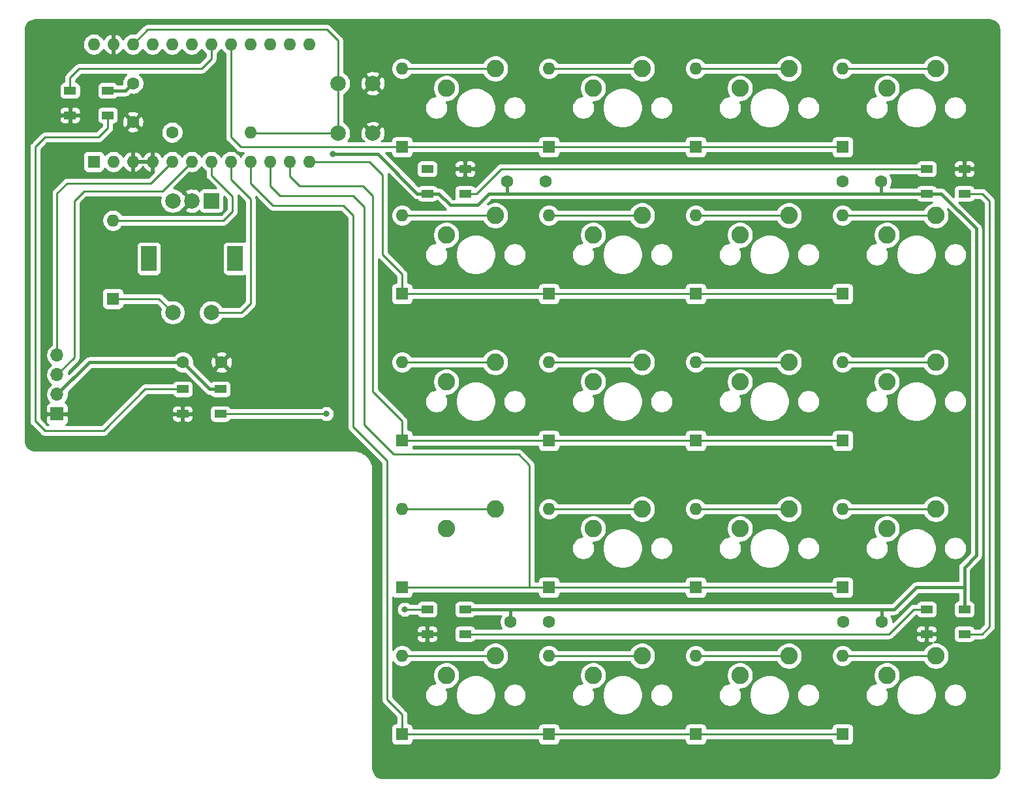
<source format=gbl>
G04 #@! TF.GenerationSoftware,KiCad,Pcbnew,(5.1.10)-1*
G04 #@! TF.CreationDate,2021-09-28T21:06:41+02:00*
G04 #@! TF.ProjectId,SheepyPad,53686565-7079-4506-9164-2e6b69636164,rev?*
G04 #@! TF.SameCoordinates,Original*
G04 #@! TF.FileFunction,Copper,L2,Bot*
G04 #@! TF.FilePolarity,Positive*
%FSLAX46Y46*%
G04 Gerber Fmt 4.6, Leading zero omitted, Abs format (unit mm)*
G04 Created by KiCad (PCBNEW (5.1.10)-1) date 2021-09-28 21:06:41*
%MOMM*%
%LPD*%
G01*
G04 APERTURE LIST*
G04 #@! TA.AperFunction,ComponentPad*
%ADD10C,1.600000*%
G04 #@! TD*
G04 #@! TA.AperFunction,ComponentPad*
%ADD11O,1.600000X1.600000*%
G04 #@! TD*
G04 #@! TA.AperFunction,ComponentPad*
%ADD12R,1.600000X1.600000*%
G04 #@! TD*
G04 #@! TA.AperFunction,ComponentPad*
%ADD13O,1.700000X1.700000*%
G04 #@! TD*
G04 #@! TA.AperFunction,ComponentPad*
%ADD14R,1.700000X1.700000*%
G04 #@! TD*
G04 #@! TA.AperFunction,SMDPad,CuDef*
%ADD15R,1.500000X1.000000*%
G04 #@! TD*
G04 #@! TA.AperFunction,ComponentPad*
%ADD16C,2.000000*%
G04 #@! TD*
G04 #@! TA.AperFunction,ComponentPad*
%ADD17C,2.250000*%
G04 #@! TD*
G04 #@! TA.AperFunction,ComponentPad*
%ADD18R,2.000000X2.000000*%
G04 #@! TD*
G04 #@! TA.AperFunction,ComponentPad*
%ADD19R,2.000000X3.200000*%
G04 #@! TD*
G04 #@! TA.AperFunction,ViaPad*
%ADD20C,0.800000*%
G04 #@! TD*
G04 #@! TA.AperFunction,Conductor*
%ADD21C,0.250000*%
G04 #@! TD*
G04 #@! TA.AperFunction,Conductor*
%ADD22C,0.381000*%
G04 #@! TD*
G04 #@! TA.AperFunction,Conductor*
%ADD23C,0.254000*%
G04 #@! TD*
G04 #@! TA.AperFunction,Conductor*
%ADD24C,0.100000*%
G04 #@! TD*
G04 APERTURE END LIST*
D10*
X71755000Y-57070000D03*
X71755000Y-52070000D03*
X125269000Y-64770000D03*
X120269000Y-64770000D03*
X163830000Y-64770000D03*
X168830000Y-64770000D03*
X163910000Y-121920000D03*
X168910000Y-121920000D03*
X125730000Y-121920000D03*
X120730000Y-121920000D03*
X83232000Y-88265000D03*
X78232000Y-88265000D03*
D11*
X94615000Y-46990000D03*
X92075000Y-46990000D03*
X89535000Y-46990000D03*
D12*
X66675000Y-62230000D03*
D11*
X86995000Y-46990000D03*
X69215000Y-62230000D03*
X84455000Y-46990000D03*
X71755000Y-62230000D03*
X81915000Y-46990000D03*
X74295000Y-62230000D03*
X79375000Y-46990000D03*
X76835000Y-62230000D03*
X76835000Y-46990000D03*
X79375000Y-62230000D03*
X74295000Y-46990000D03*
X81915000Y-62230000D03*
X71755000Y-46990000D03*
X84455000Y-62230000D03*
X69215000Y-46990000D03*
X86995000Y-62230000D03*
X66675000Y-46990000D03*
X89535000Y-62230000D03*
X92075000Y-62230000D03*
X94615000Y-62230000D03*
D13*
X61925000Y-87345000D03*
X61925000Y-89885000D03*
X61925000Y-92425000D03*
D14*
X61925000Y-94965000D03*
D15*
X109945000Y-66370000D03*
X109945000Y-63170000D03*
X114845000Y-66370000D03*
X114845000Y-63170000D03*
X109945000Y-123520000D03*
X109945000Y-120320000D03*
X114845000Y-123520000D03*
X114845000Y-120320000D03*
X174715000Y-66370000D03*
X174715000Y-63170000D03*
X179615000Y-66370000D03*
X179615000Y-63170000D03*
X83095000Y-91745000D03*
X83095000Y-94945000D03*
X78195000Y-91745000D03*
X78195000Y-94945000D03*
X179615000Y-120320000D03*
X179615000Y-123520000D03*
X174715000Y-120320000D03*
X174715000Y-123520000D03*
X68490000Y-53010000D03*
X68490000Y-56210000D03*
X63590000Y-53010000D03*
X63590000Y-56210000D03*
D16*
X102870000Y-58570000D03*
X98370000Y-58570000D03*
X102870000Y-52070000D03*
X98370000Y-52070000D03*
D11*
X86995000Y-58420000D03*
D10*
X76835000Y-58420000D03*
D11*
X69151500Y-69850000D03*
D12*
X69151500Y-80010000D03*
D17*
X118745000Y-50165000D03*
X112395000Y-52705000D03*
X118745000Y-107315000D03*
X112395000Y-109855000D03*
D11*
X144780000Y-69215000D03*
D12*
X144780000Y-79375000D03*
D18*
X81915000Y-67310000D03*
D16*
X79415000Y-67310000D03*
X76915000Y-67310000D03*
D19*
X85015000Y-74810000D03*
X73815000Y-74810000D03*
D16*
X81915000Y-81810000D03*
X76915000Y-81810000D03*
D17*
X175895000Y-126365000D03*
X169545000Y-128905000D03*
X175895000Y-107315000D03*
X169545000Y-109855000D03*
X175895000Y-88265000D03*
X169545000Y-90805000D03*
X175895000Y-69215000D03*
X169545000Y-71755000D03*
X175895000Y-50165000D03*
X169545000Y-52705000D03*
X156845000Y-126365000D03*
X150495000Y-128905000D03*
X156845000Y-107315000D03*
X150495000Y-109855000D03*
X156845000Y-88265000D03*
X150495000Y-90805000D03*
X156845000Y-69215000D03*
X150495000Y-71755000D03*
X156845000Y-50165000D03*
X150495000Y-52705000D03*
X137795000Y-126365000D03*
X131445000Y-128905000D03*
X137795000Y-107315000D03*
X131445000Y-109855000D03*
X137795000Y-88265000D03*
X131445000Y-90805000D03*
X137795000Y-69215000D03*
X131445000Y-71755000D03*
X137795000Y-50165000D03*
X131445000Y-52705000D03*
X118745000Y-126365000D03*
X112395000Y-128905000D03*
X118745000Y-88265000D03*
X112395000Y-90805000D03*
X118745000Y-69215000D03*
X112395000Y-71755000D03*
D11*
X163830000Y-126365000D03*
D12*
X163830000Y-136525000D03*
D11*
X163830000Y-107315000D03*
D12*
X163830000Y-117475000D03*
D11*
X163830000Y-88265000D03*
D12*
X163830000Y-98425000D03*
D11*
X163830000Y-69215000D03*
D12*
X163830000Y-79375000D03*
D11*
X163830000Y-50165000D03*
D12*
X163830000Y-60325000D03*
D11*
X144780000Y-126365000D03*
D12*
X144780000Y-136525000D03*
D11*
X144780000Y-107315000D03*
D12*
X144780000Y-117475000D03*
D11*
X144780000Y-88265000D03*
D12*
X144780000Y-98425000D03*
D11*
X144780000Y-50165000D03*
D12*
X144780000Y-60325000D03*
D11*
X125730000Y-126365000D03*
D12*
X125730000Y-136525000D03*
D11*
X125730000Y-107315000D03*
D12*
X125730000Y-117475000D03*
D11*
X125730000Y-88265000D03*
D12*
X125730000Y-98425000D03*
D11*
X125730000Y-69215000D03*
D12*
X125730000Y-79375000D03*
D11*
X125730000Y-50165000D03*
D12*
X125730000Y-60325000D03*
D11*
X106680000Y-126365000D03*
D12*
X106680000Y-136525000D03*
D11*
X106680000Y-107315000D03*
D12*
X106680000Y-117475000D03*
D11*
X106680000Y-88265000D03*
D12*
X106680000Y-98425000D03*
D11*
X106680000Y-69215000D03*
D12*
X106680000Y-79375000D03*
D11*
X106680000Y-50165000D03*
D12*
X106680000Y-60325000D03*
D20*
X97726500Y-61277500D03*
X96850000Y-94945000D03*
X107010000Y-120320000D03*
D21*
X87145000Y-58570000D02*
X86995000Y-58420000D01*
X98370000Y-58570000D02*
X87145000Y-58570000D01*
X98370000Y-58570000D02*
X98370000Y-52070000D01*
X73660000Y-45085000D02*
X96918000Y-45085000D01*
X96918000Y-45085000D02*
X98370000Y-46537000D01*
X71755000Y-46990000D02*
X73660000Y-45085000D01*
X98370000Y-52070000D02*
X98370000Y-46537000D01*
D22*
X70815000Y-53010000D02*
X71755000Y-52070000D01*
X68490000Y-53010000D02*
X70815000Y-53010000D01*
X168910000Y-120371000D02*
X168961000Y-120320000D01*
X168910000Y-121920000D02*
X168910000Y-120371000D01*
X118186000Y-120320000D02*
X168961000Y-120320000D01*
X120713500Y-121920000D02*
X120713500Y-120396000D01*
X114845000Y-120320000D02*
X118186000Y-120320000D01*
X179578000Y-117475000D02*
X179615000Y-117512000D01*
X173355000Y-117475000D02*
X179578000Y-117475000D01*
X170510000Y-120320000D02*
X173355000Y-117475000D01*
X168961000Y-120320000D02*
X170510000Y-120320000D01*
X179615000Y-120320000D02*
X179615000Y-117512000D01*
X176606000Y-66370000D02*
X181165500Y-70929500D01*
X174715000Y-66370000D02*
X176606000Y-66370000D01*
X116459000Y-67881500D02*
X112966500Y-67881500D01*
X117970500Y-66370000D02*
X116459000Y-67881500D01*
X120269000Y-66294000D02*
X120345000Y-66370000D01*
X120269000Y-64770000D02*
X120269000Y-66294000D01*
X120345000Y-66370000D02*
X117970500Y-66370000D01*
X168830000Y-66302500D02*
X168897500Y-66370000D01*
X168830000Y-64770000D02*
X168830000Y-66302500D01*
X168897500Y-66370000D02*
X120345000Y-66370000D01*
X174715000Y-66370000D02*
X168897500Y-66370000D01*
X111455000Y-66370000D02*
X109945000Y-66370000D01*
X112966500Y-67881500D02*
X111455000Y-66370000D01*
X109945000Y-66370000D02*
X108661000Y-66370000D01*
X97726500Y-61277500D02*
X103568500Y-61277500D01*
X108661000Y-66370000D02*
X103568500Y-61277500D01*
X81712000Y-91745000D02*
X78232000Y-88265000D01*
X83095000Y-91745000D02*
X81712000Y-91745000D01*
X66085000Y-88265000D02*
X61925000Y-92425000D01*
X78232000Y-88265000D02*
X66085000Y-88265000D01*
X179615000Y-114898000D02*
X181165500Y-113347500D01*
X179615000Y-117512000D02*
X179615000Y-114898000D01*
X181165500Y-113347500D02*
X181165500Y-70929500D01*
D21*
X106680000Y-50165000D02*
X118745000Y-50165000D01*
X106680000Y-69215000D02*
X118745000Y-69215000D01*
X106680000Y-88265000D02*
X118745000Y-88265000D01*
X118745000Y-107315000D02*
X106680000Y-107315000D01*
X106680000Y-126365000D02*
X118745000Y-126365000D01*
X125730000Y-50165000D02*
X137795000Y-50165000D01*
X125730000Y-69215000D02*
X137795000Y-69215000D01*
X137795000Y-88265000D02*
X125730000Y-88265000D01*
X137795000Y-107315000D02*
X125730000Y-107315000D01*
X125730000Y-126365000D02*
X137795000Y-126365000D01*
X144780000Y-50165000D02*
X156845000Y-50165000D01*
X144780000Y-88265000D02*
X156845000Y-88265000D01*
X144780000Y-107315000D02*
X156845000Y-107315000D01*
X144780000Y-126365000D02*
X156845000Y-126365000D01*
X163830000Y-50165000D02*
X175895000Y-50165000D01*
X163830000Y-69215000D02*
X175895000Y-69215000D01*
X163830000Y-88265000D02*
X175895000Y-88265000D01*
X163830000Y-107315000D02*
X175895000Y-107315000D01*
X163830000Y-126365000D02*
X175895000Y-126365000D01*
X144780000Y-69215000D02*
X156845000Y-69215000D01*
X106680000Y-60325000D02*
X163830000Y-60325000D01*
X106680000Y-60325000D02*
X85725000Y-60325000D01*
X84455000Y-59055000D02*
X84455000Y-46990000D01*
X85725000Y-60325000D02*
X84455000Y-59055000D01*
X106680000Y-79375000D02*
X122555000Y-79375000D01*
X122555000Y-79375000D02*
X123190000Y-79375000D01*
X123190000Y-79375000D02*
X163830000Y-79375000D01*
X106680000Y-79375000D02*
X106680000Y-76835000D01*
X106680000Y-76835000D02*
X104140000Y-74295000D01*
X94615000Y-62230000D02*
X102425500Y-62230000D01*
X104140000Y-63944500D02*
X104140000Y-74295000D01*
X102425500Y-62230000D02*
X104140000Y-63944500D01*
X106680000Y-98425000D02*
X122555000Y-98425000D01*
X122555000Y-98425000D02*
X123190000Y-98425000D01*
X123190000Y-98425000D02*
X163830000Y-98425000D01*
X106680000Y-95885000D02*
X106680000Y-98425000D01*
X102870000Y-92075000D02*
X106680000Y-95885000D01*
X102870000Y-66675000D02*
X102870000Y-92075000D01*
X101600000Y-65405000D02*
X102870000Y-66675000D01*
X92075000Y-64135000D02*
X93345000Y-65405000D01*
X93345000Y-65405000D02*
X101600000Y-65405000D01*
X92075000Y-62230000D02*
X92075000Y-64135000D01*
X106680000Y-117475000D02*
X122555000Y-117475000D01*
X122555000Y-117475000D02*
X123190000Y-117475000D01*
X123190000Y-117475000D02*
X163830000Y-117475000D01*
X90805000Y-66675000D02*
X89535000Y-65405000D01*
X100330000Y-66675000D02*
X90805000Y-66675000D01*
X89535000Y-65405000D02*
X89535000Y-62230000D01*
X101727000Y-68072000D02*
X100330000Y-66675000D01*
X121793000Y-100203000D02*
X105537000Y-100203000D01*
X123190000Y-101600000D02*
X121793000Y-100203000D01*
X101727000Y-96393000D02*
X101727000Y-68072000D01*
X123190000Y-117475000D02*
X123190000Y-101600000D01*
X105537000Y-100203000D02*
X101727000Y-96393000D01*
X106680000Y-136525000D02*
X163830000Y-136525000D01*
X86995000Y-65024000D02*
X86995000Y-62230000D01*
X89916000Y-67945000D02*
X86995000Y-65024000D01*
X99060000Y-67945000D02*
X89916000Y-67945000D01*
X100330000Y-69215000D02*
X99060000Y-67945000D01*
X100330000Y-96647000D02*
X100330000Y-69215000D01*
X104711500Y-132016500D02*
X104711500Y-101028500D01*
X104711500Y-101028500D02*
X100330000Y-96647000D01*
X106680000Y-133985000D02*
X104711500Y-132016500D01*
X106680000Y-136525000D02*
X106680000Y-133985000D01*
X76810000Y-81280000D02*
X76915000Y-81175000D01*
X76810000Y-81915000D02*
X76915000Y-81810000D01*
X75115000Y-80010000D02*
X76915000Y-81810000D01*
X69215000Y-80010000D02*
X75115000Y-80010000D01*
X81915000Y-67310000D02*
X81915000Y-66675000D01*
X85830000Y-81810000D02*
X81915000Y-81810000D01*
X86995000Y-80645000D02*
X85830000Y-81810000D01*
X84455000Y-62230000D02*
X84455000Y-64071500D01*
X86995000Y-80645000D02*
X86995000Y-67119500D01*
X84455000Y-64579500D02*
X84455000Y-64071500D01*
X86995000Y-67119500D02*
X84455000Y-64579500D01*
X81915000Y-64008000D02*
X81915000Y-62230000D01*
X84645500Y-66738500D02*
X81915000Y-64008000D01*
X84645500Y-66738500D02*
X84645500Y-68707000D01*
X83502500Y-69850000D02*
X84645500Y-68707000D01*
X69215000Y-69850000D02*
X83502500Y-69850000D01*
X74041000Y-65024000D02*
X73850500Y-65024000D01*
X76835000Y-62230000D02*
X74041000Y-65024000D01*
X61925000Y-67615000D02*
X61925000Y-87345000D01*
X61925000Y-66345000D02*
X61925000Y-67615000D01*
X63246000Y-65024000D02*
X61925000Y-66345000D01*
X73850500Y-65024000D02*
X63246000Y-65024000D01*
X76835000Y-64770000D02*
X79375000Y-62230000D01*
X75565000Y-66040000D02*
X76835000Y-64770000D01*
X65405000Y-66040000D02*
X75565000Y-66040000D01*
X64135000Y-67310000D02*
X65405000Y-66040000D01*
X64135000Y-87675000D02*
X64135000Y-67310000D01*
X61925000Y-89885000D02*
X64135000Y-87675000D01*
X73355000Y-91745000D02*
X78195000Y-91745000D01*
X67945000Y-97155000D02*
X73355000Y-91745000D01*
X59055000Y-95885000D02*
X60325000Y-97155000D01*
X60325000Y-97155000D02*
X67945000Y-97155000D01*
X68490000Y-56210000D02*
X68490000Y-57875000D01*
X68490000Y-57875000D02*
X67310000Y-59055000D01*
X67310000Y-59055000D02*
X60325000Y-59055000D01*
X60325000Y-59055000D02*
X59055000Y-60325000D01*
X59055000Y-60325000D02*
X59055000Y-95885000D01*
X81915000Y-48895000D02*
X81915000Y-46990000D01*
X80645000Y-50165000D02*
X81915000Y-48895000D01*
X64770000Y-50165000D02*
X80645000Y-50165000D01*
X63590000Y-51345000D02*
X64770000Y-50165000D01*
X63590000Y-53010000D02*
X63590000Y-51345000D01*
X181305000Y-66370000D02*
X179615000Y-66370000D01*
X182880000Y-67310000D02*
X181940000Y-66370000D01*
X182880000Y-122555000D02*
X182880000Y-67310000D01*
X181915000Y-123520000D02*
X182880000Y-122555000D01*
X181940000Y-66370000D02*
X181305000Y-66370000D01*
X179615000Y-123520000D02*
X181915000Y-123520000D01*
X173050000Y-120320000D02*
X174715000Y-120320000D01*
X169850000Y-123520000D02*
X173050000Y-120320000D01*
X114845000Y-123520000D02*
X169850000Y-123520000D01*
X83095000Y-94945000D02*
X96850000Y-94945000D01*
X96850000Y-94945000D02*
X96850000Y-94945000D01*
X109945000Y-120320000D02*
X107010000Y-120320000D01*
X107010000Y-120320000D02*
X107010000Y-120320000D01*
X174715000Y-63170000D02*
X173177000Y-63170000D01*
X114845000Y-66370000D02*
X116319500Y-66370000D01*
X119519500Y-63170000D02*
X119837000Y-63170000D01*
X116319500Y-66370000D02*
X119519500Y-63170000D01*
X173177000Y-63170000D02*
X119837000Y-63170000D01*
D23*
X183121204Y-43866815D02*
X183353226Y-43936867D01*
X183567222Y-44050650D01*
X183755041Y-44203832D01*
X183909530Y-44390577D01*
X184024801Y-44603769D01*
X184096472Y-44835300D01*
X184125000Y-45106725D01*
X184125000Y-45752419D01*
X184125001Y-45752429D01*
X184125000Y-140937723D01*
X184098185Y-141211205D01*
X184028133Y-141443226D01*
X183914350Y-141657222D01*
X183761169Y-141845039D01*
X183574424Y-141999529D01*
X183361231Y-142114802D01*
X183129701Y-142186472D01*
X182858276Y-142215000D01*
X104172277Y-142215000D01*
X103898795Y-142188185D01*
X103666774Y-142118133D01*
X103452778Y-142004350D01*
X103264961Y-141851169D01*
X103110471Y-141664424D01*
X102995198Y-141451231D01*
X102923528Y-141219701D01*
X102895000Y-140948276D01*
X102895000Y-102202581D01*
X102892155Y-102173699D01*
X102892238Y-102161883D01*
X102891338Y-102152712D01*
X102852475Y-101782958D01*
X102840449Y-101724371D01*
X102829238Y-101665601D01*
X102826574Y-101656779D01*
X102716633Y-101301615D01*
X102693449Y-101246464D01*
X102671044Y-101191008D01*
X102666717Y-101182872D01*
X102489885Y-100855827D01*
X102456469Y-100806285D01*
X102423680Y-100756178D01*
X102417855Y-100749037D01*
X102180866Y-100462568D01*
X102138451Y-100420448D01*
X102096569Y-100377679D01*
X102089468Y-100371805D01*
X101801351Y-100136822D01*
X101751540Y-100103728D01*
X101702168Y-100069922D01*
X101694062Y-100065539D01*
X101365790Y-99890994D01*
X101310489Y-99868201D01*
X101255504Y-99844634D01*
X101246700Y-99841909D01*
X100890778Y-99734449D01*
X100832078Y-99722826D01*
X100773584Y-99710393D01*
X100764422Y-99709430D01*
X100764420Y-99709430D01*
X100394404Y-99673150D01*
X100394402Y-99673150D01*
X100362419Y-99670000D01*
X59087277Y-99670000D01*
X58813795Y-99643185D01*
X58581774Y-99573133D01*
X58367778Y-99459350D01*
X58179961Y-99306169D01*
X58025471Y-99119424D01*
X57910198Y-98906231D01*
X57838528Y-98674701D01*
X57810000Y-98403276D01*
X57810000Y-60325000D01*
X58291324Y-60325000D01*
X58295000Y-60362322D01*
X58295001Y-95847667D01*
X58291324Y-95885000D01*
X58295001Y-95922333D01*
X58305998Y-96033986D01*
X58317169Y-96070812D01*
X58349454Y-96177246D01*
X58420026Y-96309276D01*
X58488737Y-96393000D01*
X58515000Y-96425001D01*
X58543998Y-96448799D01*
X59761201Y-97666003D01*
X59784999Y-97695001D01*
X59900724Y-97789974D01*
X60032753Y-97860546D01*
X60176014Y-97904003D01*
X60287667Y-97915000D01*
X60287676Y-97915000D01*
X60324999Y-97918676D01*
X60362322Y-97915000D01*
X67907678Y-97915000D01*
X67945000Y-97918676D01*
X67982322Y-97915000D01*
X67982333Y-97915000D01*
X68093986Y-97904003D01*
X68237247Y-97860546D01*
X68369276Y-97789974D01*
X68485001Y-97695001D01*
X68508804Y-97665997D01*
X70729801Y-95445000D01*
X76806928Y-95445000D01*
X76819188Y-95569482D01*
X76855498Y-95689180D01*
X76914463Y-95799494D01*
X76993815Y-95896185D01*
X77090506Y-95975537D01*
X77200820Y-96034502D01*
X77320518Y-96070812D01*
X77445000Y-96083072D01*
X77909250Y-96080000D01*
X78068000Y-95921250D01*
X78068000Y-95072000D01*
X78322000Y-95072000D01*
X78322000Y-95921250D01*
X78480750Y-96080000D01*
X78945000Y-96083072D01*
X79069482Y-96070812D01*
X79189180Y-96034502D01*
X79299494Y-95975537D01*
X79396185Y-95896185D01*
X79475537Y-95799494D01*
X79534502Y-95689180D01*
X79570812Y-95569482D01*
X79583072Y-95445000D01*
X79580000Y-95230750D01*
X79421250Y-95072000D01*
X78322000Y-95072000D01*
X78068000Y-95072000D01*
X76968750Y-95072000D01*
X76810000Y-95230750D01*
X76806928Y-95445000D01*
X70729801Y-95445000D01*
X71729801Y-94445000D01*
X76806928Y-94445000D01*
X76810000Y-94659250D01*
X76968750Y-94818000D01*
X78068000Y-94818000D01*
X78068000Y-93968750D01*
X78322000Y-93968750D01*
X78322000Y-94818000D01*
X79421250Y-94818000D01*
X79580000Y-94659250D01*
X79583072Y-94445000D01*
X81706928Y-94445000D01*
X81706928Y-95445000D01*
X81719188Y-95569482D01*
X81755498Y-95689180D01*
X81814463Y-95799494D01*
X81893815Y-95896185D01*
X81990506Y-95975537D01*
X82100820Y-96034502D01*
X82220518Y-96070812D01*
X82345000Y-96083072D01*
X83845000Y-96083072D01*
X83969482Y-96070812D01*
X84089180Y-96034502D01*
X84199494Y-95975537D01*
X84296185Y-95896185D01*
X84375537Y-95799494D01*
X84426046Y-95705000D01*
X96146289Y-95705000D01*
X96190226Y-95748937D01*
X96359744Y-95862205D01*
X96548102Y-95940226D01*
X96748061Y-95980000D01*
X96951939Y-95980000D01*
X97151898Y-95940226D01*
X97340256Y-95862205D01*
X97509774Y-95748937D01*
X97653937Y-95604774D01*
X97767205Y-95435256D01*
X97845226Y-95246898D01*
X97885000Y-95046939D01*
X97885000Y-94843061D01*
X97845226Y-94643102D01*
X97767205Y-94454744D01*
X97653937Y-94285226D01*
X97509774Y-94141063D01*
X97340256Y-94027795D01*
X97151898Y-93949774D01*
X96951939Y-93910000D01*
X96748061Y-93910000D01*
X96548102Y-93949774D01*
X96359744Y-94027795D01*
X96190226Y-94141063D01*
X96146289Y-94185000D01*
X84426046Y-94185000D01*
X84375537Y-94090506D01*
X84296185Y-93993815D01*
X84199494Y-93914463D01*
X84089180Y-93855498D01*
X83969482Y-93819188D01*
X83845000Y-93806928D01*
X82345000Y-93806928D01*
X82220518Y-93819188D01*
X82100820Y-93855498D01*
X81990506Y-93914463D01*
X81893815Y-93993815D01*
X81814463Y-94090506D01*
X81755498Y-94200820D01*
X81719188Y-94320518D01*
X81706928Y-94445000D01*
X79583072Y-94445000D01*
X79570812Y-94320518D01*
X79534502Y-94200820D01*
X79475537Y-94090506D01*
X79396185Y-93993815D01*
X79299494Y-93914463D01*
X79189180Y-93855498D01*
X79069482Y-93819188D01*
X78945000Y-93806928D01*
X78480750Y-93810000D01*
X78322000Y-93968750D01*
X78068000Y-93968750D01*
X77909250Y-93810000D01*
X77445000Y-93806928D01*
X77320518Y-93819188D01*
X77200820Y-93855498D01*
X77090506Y-93914463D01*
X76993815Y-93993815D01*
X76914463Y-94090506D01*
X76855498Y-94200820D01*
X76819188Y-94320518D01*
X76806928Y-94445000D01*
X71729801Y-94445000D01*
X73669802Y-92505000D01*
X76863954Y-92505000D01*
X76914463Y-92599494D01*
X76993815Y-92696185D01*
X77090506Y-92775537D01*
X77200820Y-92834502D01*
X77320518Y-92870812D01*
X77445000Y-92883072D01*
X78945000Y-92883072D01*
X79069482Y-92870812D01*
X79189180Y-92834502D01*
X79299494Y-92775537D01*
X79396185Y-92696185D01*
X79475537Y-92599494D01*
X79534502Y-92489180D01*
X79570812Y-92369482D01*
X79583072Y-92245000D01*
X79583072Y-91245000D01*
X79570812Y-91120518D01*
X79534502Y-91000820D01*
X79475537Y-90890506D01*
X79396185Y-90793815D01*
X79299494Y-90714463D01*
X79189180Y-90655498D01*
X79069482Y-90619188D01*
X78945000Y-90606928D01*
X77445000Y-90606928D01*
X77320518Y-90619188D01*
X77200820Y-90655498D01*
X77090506Y-90714463D01*
X76993815Y-90793815D01*
X76914463Y-90890506D01*
X76863954Y-90985000D01*
X73392322Y-90985000D01*
X73354999Y-90981324D01*
X73317676Y-90985000D01*
X73317667Y-90985000D01*
X73206014Y-90995997D01*
X73062753Y-91039454D01*
X72930724Y-91110026D01*
X72814999Y-91204999D01*
X72791201Y-91233997D01*
X67630199Y-96395000D01*
X63036957Y-96395000D01*
X63129494Y-96345537D01*
X63226185Y-96266185D01*
X63305537Y-96169494D01*
X63364502Y-96059180D01*
X63400812Y-95939482D01*
X63413072Y-95815000D01*
X63410000Y-95250750D01*
X63251250Y-95092000D01*
X62052000Y-95092000D01*
X62052000Y-95112000D01*
X61798000Y-95112000D01*
X61798000Y-95092000D01*
X60598750Y-95092000D01*
X60440000Y-95250750D01*
X60436928Y-95815000D01*
X60449188Y-95939482D01*
X60485498Y-96059180D01*
X60544463Y-96169494D01*
X60623815Y-96266185D01*
X60720506Y-96345537D01*
X60813043Y-96395000D01*
X60639802Y-96395000D01*
X59815000Y-95570199D01*
X59815000Y-94115000D01*
X60436928Y-94115000D01*
X60440000Y-94679250D01*
X60598750Y-94838000D01*
X61798000Y-94838000D01*
X61798000Y-94818000D01*
X62052000Y-94818000D01*
X62052000Y-94838000D01*
X63251250Y-94838000D01*
X63410000Y-94679250D01*
X63413072Y-94115000D01*
X63400812Y-93990518D01*
X63364502Y-93870820D01*
X63305537Y-93760506D01*
X63226185Y-93663815D01*
X63129494Y-93584463D01*
X63019180Y-93525498D01*
X62946620Y-93503487D01*
X63078475Y-93371632D01*
X63240990Y-93128411D01*
X63352932Y-92858158D01*
X63410000Y-92571260D01*
X63410000Y-92278740D01*
X63381578Y-92135854D01*
X66426933Y-89090500D01*
X77057722Y-89090500D01*
X77117363Y-89179759D01*
X77317241Y-89379637D01*
X77552273Y-89536680D01*
X77813426Y-89644853D01*
X78090665Y-89700000D01*
X78373335Y-89700000D01*
X78478624Y-89679056D01*
X81099606Y-92300039D01*
X81125459Y-92331541D01*
X81184475Y-92379974D01*
X81251157Y-92434699D01*
X81280805Y-92450546D01*
X81394566Y-92511353D01*
X81550174Y-92558556D01*
X81671447Y-92570500D01*
X81671449Y-92570500D01*
X81711999Y-92574494D01*
X81752550Y-92570500D01*
X81798965Y-92570500D01*
X81814463Y-92599494D01*
X81893815Y-92696185D01*
X81990506Y-92775537D01*
X82100820Y-92834502D01*
X82220518Y-92870812D01*
X82345000Y-92883072D01*
X83845000Y-92883072D01*
X83969482Y-92870812D01*
X84089180Y-92834502D01*
X84199494Y-92775537D01*
X84296185Y-92696185D01*
X84375537Y-92599494D01*
X84434502Y-92489180D01*
X84470812Y-92369482D01*
X84483072Y-92245000D01*
X84483072Y-91245000D01*
X84470812Y-91120518D01*
X84434502Y-91000820D01*
X84375537Y-90890506D01*
X84296185Y-90793815D01*
X84199494Y-90714463D01*
X84089180Y-90655498D01*
X83969482Y-90619188D01*
X83845000Y-90606928D01*
X82345000Y-90606928D01*
X82220518Y-90619188D01*
X82100820Y-90655498D01*
X81990506Y-90714463D01*
X81912727Y-90778294D01*
X80392135Y-89257702D01*
X82418903Y-89257702D01*
X82490486Y-89501671D01*
X82745996Y-89622571D01*
X83020184Y-89691300D01*
X83302512Y-89705217D01*
X83582130Y-89663787D01*
X83848292Y-89568603D01*
X83973514Y-89501671D01*
X84045097Y-89257702D01*
X83232000Y-88444605D01*
X82418903Y-89257702D01*
X80392135Y-89257702D01*
X79646056Y-88511624D01*
X79667000Y-88406335D01*
X79667000Y-88335512D01*
X81791783Y-88335512D01*
X81833213Y-88615130D01*
X81928397Y-88881292D01*
X81995329Y-89006514D01*
X82239298Y-89078097D01*
X83052395Y-88265000D01*
X83411605Y-88265000D01*
X84224702Y-89078097D01*
X84468671Y-89006514D01*
X84589571Y-88751004D01*
X84658300Y-88476816D01*
X84672217Y-88194488D01*
X84630787Y-87914870D01*
X84535603Y-87648708D01*
X84468671Y-87523486D01*
X84224702Y-87451903D01*
X83411605Y-88265000D01*
X83052395Y-88265000D01*
X82239298Y-87451903D01*
X81995329Y-87523486D01*
X81874429Y-87778996D01*
X81805700Y-88053184D01*
X81791783Y-88335512D01*
X79667000Y-88335512D01*
X79667000Y-88123665D01*
X79611853Y-87846426D01*
X79503680Y-87585273D01*
X79346637Y-87350241D01*
X79268694Y-87272298D01*
X82418903Y-87272298D01*
X83232000Y-88085395D01*
X84045097Y-87272298D01*
X83973514Y-87028329D01*
X83718004Y-86907429D01*
X83443816Y-86838700D01*
X83161488Y-86824783D01*
X82881870Y-86866213D01*
X82615708Y-86961397D01*
X82490486Y-87028329D01*
X82418903Y-87272298D01*
X79268694Y-87272298D01*
X79146759Y-87150363D01*
X78911727Y-86993320D01*
X78650574Y-86885147D01*
X78373335Y-86830000D01*
X78090665Y-86830000D01*
X77813426Y-86885147D01*
X77552273Y-86993320D01*
X77317241Y-87150363D01*
X77117363Y-87350241D01*
X77057722Y-87439500D01*
X66125542Y-87439500D01*
X66084999Y-87435507D01*
X66044456Y-87439500D01*
X66044447Y-87439500D01*
X65923174Y-87451444D01*
X65767566Y-87498647D01*
X65624158Y-87575301D01*
X65498459Y-87678459D01*
X65472607Y-87709961D01*
X63410000Y-89772568D01*
X63410000Y-89738740D01*
X63366209Y-89518592D01*
X64646004Y-88238798D01*
X64675001Y-88215001D01*
X64701332Y-88182917D01*
X64769974Y-88099277D01*
X64840546Y-87967247D01*
X64856434Y-87914870D01*
X64884003Y-87823986D01*
X64895000Y-87712333D01*
X64895000Y-87712323D01*
X64898676Y-87675000D01*
X64895000Y-87637677D01*
X64895000Y-79210000D01*
X67713428Y-79210000D01*
X67713428Y-80810000D01*
X67725688Y-80934482D01*
X67761998Y-81054180D01*
X67820963Y-81164494D01*
X67900315Y-81261185D01*
X67997006Y-81340537D01*
X68107320Y-81399502D01*
X68227018Y-81435812D01*
X68351500Y-81448072D01*
X69951500Y-81448072D01*
X70075982Y-81435812D01*
X70195680Y-81399502D01*
X70305994Y-81340537D01*
X70402685Y-81261185D01*
X70482037Y-81164494D01*
X70541002Y-81054180D01*
X70577312Y-80934482D01*
X70589572Y-80810000D01*
X70589572Y-80770000D01*
X74800199Y-80770000D01*
X75348823Y-81318625D01*
X75342832Y-81333088D01*
X75280000Y-81648967D01*
X75280000Y-81971033D01*
X75342832Y-82286912D01*
X75466082Y-82584463D01*
X75645013Y-82852252D01*
X75872748Y-83079987D01*
X76140537Y-83258918D01*
X76438088Y-83382168D01*
X76753967Y-83445000D01*
X77076033Y-83445000D01*
X77391912Y-83382168D01*
X77689463Y-83258918D01*
X77957252Y-83079987D01*
X78184987Y-82852252D01*
X78363918Y-82584463D01*
X78487168Y-82286912D01*
X78550000Y-81971033D01*
X78550000Y-81648967D01*
X78487168Y-81333088D01*
X78363918Y-81035537D01*
X78184987Y-80767748D01*
X77957252Y-80540013D01*
X77689463Y-80361082D01*
X77391912Y-80237832D01*
X77076033Y-80175000D01*
X76753967Y-80175000D01*
X76438088Y-80237832D01*
X76423625Y-80243823D01*
X75678803Y-79499002D01*
X75655001Y-79469999D01*
X75539276Y-79375026D01*
X75407247Y-79304454D01*
X75263986Y-79260997D01*
X75152333Y-79250000D01*
X75152322Y-79250000D01*
X75115000Y-79246324D01*
X75077678Y-79250000D01*
X70589572Y-79250000D01*
X70589572Y-79210000D01*
X70577312Y-79085518D01*
X70541002Y-78965820D01*
X70482037Y-78855506D01*
X70402685Y-78758815D01*
X70305994Y-78679463D01*
X70195680Y-78620498D01*
X70075982Y-78584188D01*
X69951500Y-78571928D01*
X68351500Y-78571928D01*
X68227018Y-78584188D01*
X68107320Y-78620498D01*
X67997006Y-78679463D01*
X67900315Y-78758815D01*
X67820963Y-78855506D01*
X67761998Y-78965820D01*
X67725688Y-79085518D01*
X67713428Y-79210000D01*
X64895000Y-79210000D01*
X64895000Y-73210000D01*
X72176928Y-73210000D01*
X72176928Y-76410000D01*
X72189188Y-76534482D01*
X72225498Y-76654180D01*
X72284463Y-76764494D01*
X72363815Y-76861185D01*
X72460506Y-76940537D01*
X72570820Y-76999502D01*
X72690518Y-77035812D01*
X72815000Y-77048072D01*
X74815000Y-77048072D01*
X74939482Y-77035812D01*
X75059180Y-76999502D01*
X75169494Y-76940537D01*
X75266185Y-76861185D01*
X75345537Y-76764494D01*
X75404502Y-76654180D01*
X75440812Y-76534482D01*
X75453072Y-76410000D01*
X75453072Y-73210000D01*
X75440812Y-73085518D01*
X75404502Y-72965820D01*
X75345537Y-72855506D01*
X75266185Y-72758815D01*
X75169494Y-72679463D01*
X75059180Y-72620498D01*
X74939482Y-72584188D01*
X74815000Y-72571928D01*
X72815000Y-72571928D01*
X72690518Y-72584188D01*
X72570820Y-72620498D01*
X72460506Y-72679463D01*
X72363815Y-72758815D01*
X72284463Y-72855506D01*
X72225498Y-72965820D01*
X72189188Y-73085518D01*
X72176928Y-73210000D01*
X64895000Y-73210000D01*
X64895000Y-67624801D01*
X65719802Y-66800000D01*
X75356538Y-66800000D01*
X75342832Y-66833088D01*
X75280000Y-67148967D01*
X75280000Y-67471033D01*
X75342832Y-67786912D01*
X75466082Y-68084463D01*
X75645013Y-68352252D01*
X75872748Y-68579987D01*
X76140537Y-68758918D01*
X76438088Y-68882168D01*
X76753967Y-68945000D01*
X77076033Y-68945000D01*
X77391912Y-68882168D01*
X77689463Y-68758918D01*
X77957252Y-68579987D01*
X78184987Y-68352252D01*
X78249925Y-68255065D01*
X78279587Y-68265808D01*
X79235395Y-67310000D01*
X78279587Y-66354192D01*
X78249925Y-66364935D01*
X78184987Y-66267748D01*
X77957252Y-66040013D01*
X77689463Y-65861082D01*
X77391912Y-65737832D01*
X77076033Y-65675000D01*
X77004802Y-65675000D01*
X77398799Y-65281003D01*
X77398803Y-65280998D01*
X79051114Y-63628688D01*
X79233665Y-63665000D01*
X79516335Y-63665000D01*
X79793574Y-63609853D01*
X80054727Y-63501680D01*
X80289759Y-63344637D01*
X80489637Y-63144759D01*
X80645000Y-62912241D01*
X80800363Y-63144759D01*
X81000241Y-63344637D01*
X81155000Y-63448044D01*
X81155000Y-63970677D01*
X81151324Y-64008000D01*
X81155000Y-64045322D01*
X81155000Y-64045332D01*
X81165997Y-64156985D01*
X81190192Y-64236746D01*
X81209454Y-64300246D01*
X81280026Y-64432276D01*
X81296678Y-64452566D01*
X81374999Y-64548001D01*
X81404003Y-64571804D01*
X82504127Y-65671928D01*
X80915000Y-65671928D01*
X80790518Y-65684188D01*
X80670820Y-65720498D01*
X80560506Y-65779463D01*
X80463815Y-65858815D01*
X80384463Y-65955506D01*
X80329024Y-66059223D01*
X80275044Y-65910186D01*
X79985429Y-65769296D01*
X79673892Y-65687616D01*
X79352405Y-65668282D01*
X79033325Y-65712039D01*
X78728912Y-65817205D01*
X78554956Y-65910186D01*
X78459192Y-66174587D01*
X79415000Y-67130395D01*
X79429143Y-67116253D01*
X79608748Y-67295858D01*
X79594605Y-67310000D01*
X79608748Y-67324143D01*
X79429143Y-67503748D01*
X79415000Y-67489605D01*
X78459192Y-68445413D01*
X78554956Y-68709814D01*
X78844571Y-68850704D01*
X79156108Y-68932384D01*
X79477595Y-68951718D01*
X79796675Y-68907961D01*
X80101088Y-68802795D01*
X80275044Y-68709814D01*
X80329024Y-68560777D01*
X80384463Y-68664494D01*
X80463815Y-68761185D01*
X80560506Y-68840537D01*
X80670820Y-68899502D01*
X80790518Y-68935812D01*
X80915000Y-68948072D01*
X82915000Y-68948072D01*
X83039482Y-68935812D01*
X83159180Y-68899502D01*
X83269494Y-68840537D01*
X83366185Y-68761185D01*
X83445537Y-68664494D01*
X83504502Y-68554180D01*
X83540812Y-68434482D01*
X83553072Y-68310000D01*
X83553072Y-66720874D01*
X83885500Y-67053302D01*
X83885501Y-68392197D01*
X83187699Y-69090000D01*
X70369543Y-69090000D01*
X70266137Y-68935241D01*
X70066259Y-68735363D01*
X69831227Y-68578320D01*
X69570074Y-68470147D01*
X69292835Y-68415000D01*
X69010165Y-68415000D01*
X68732926Y-68470147D01*
X68471773Y-68578320D01*
X68236741Y-68735363D01*
X68036863Y-68935241D01*
X67879820Y-69170273D01*
X67771647Y-69431426D01*
X67716500Y-69708665D01*
X67716500Y-69991335D01*
X67771647Y-70268574D01*
X67879820Y-70529727D01*
X68036863Y-70764759D01*
X68236741Y-70964637D01*
X68471773Y-71121680D01*
X68732926Y-71229853D01*
X69010165Y-71285000D01*
X69292835Y-71285000D01*
X69570074Y-71229853D01*
X69831227Y-71121680D01*
X70066259Y-70964637D01*
X70266137Y-70764759D01*
X70369543Y-70610000D01*
X83465178Y-70610000D01*
X83502500Y-70613676D01*
X83539822Y-70610000D01*
X83539833Y-70610000D01*
X83651486Y-70599003D01*
X83794747Y-70555546D01*
X83926776Y-70484974D01*
X84042501Y-70390001D01*
X84066304Y-70360998D01*
X85156503Y-69270799D01*
X85185501Y-69247001D01*
X85248470Y-69170273D01*
X85280474Y-69131277D01*
X85351046Y-68999247D01*
X85394503Y-68855986D01*
X85405500Y-68744333D01*
X85405500Y-68744324D01*
X85409176Y-68707001D01*
X85405500Y-68669678D01*
X85405500Y-66775822D01*
X85409176Y-66738499D01*
X85405500Y-66701176D01*
X85405500Y-66701167D01*
X85394972Y-66594274D01*
X86235001Y-67434304D01*
X86235001Y-72613163D01*
X86139482Y-72584188D01*
X86015000Y-72571928D01*
X84015000Y-72571928D01*
X83890518Y-72584188D01*
X83770820Y-72620498D01*
X83660506Y-72679463D01*
X83563815Y-72758815D01*
X83484463Y-72855506D01*
X83425498Y-72965820D01*
X83389188Y-73085518D01*
X83376928Y-73210000D01*
X83376928Y-76410000D01*
X83389188Y-76534482D01*
X83425498Y-76654180D01*
X83484463Y-76764494D01*
X83563815Y-76861185D01*
X83660506Y-76940537D01*
X83770820Y-76999502D01*
X83890518Y-77035812D01*
X84015000Y-77048072D01*
X86015000Y-77048072D01*
X86139482Y-77035812D01*
X86235000Y-77006837D01*
X86235000Y-80330198D01*
X85515199Y-81050000D01*
X83369909Y-81050000D01*
X83363918Y-81035537D01*
X83184987Y-80767748D01*
X82957252Y-80540013D01*
X82689463Y-80361082D01*
X82391912Y-80237832D01*
X82076033Y-80175000D01*
X81753967Y-80175000D01*
X81438088Y-80237832D01*
X81140537Y-80361082D01*
X80872748Y-80540013D01*
X80645013Y-80767748D01*
X80466082Y-81035537D01*
X80342832Y-81333088D01*
X80280000Y-81648967D01*
X80280000Y-81971033D01*
X80342832Y-82286912D01*
X80466082Y-82584463D01*
X80645013Y-82852252D01*
X80872748Y-83079987D01*
X81140537Y-83258918D01*
X81438088Y-83382168D01*
X81753967Y-83445000D01*
X82076033Y-83445000D01*
X82391912Y-83382168D01*
X82689463Y-83258918D01*
X82957252Y-83079987D01*
X83184987Y-82852252D01*
X83363918Y-82584463D01*
X83369909Y-82570000D01*
X85792678Y-82570000D01*
X85830000Y-82573676D01*
X85867322Y-82570000D01*
X85867333Y-82570000D01*
X85978986Y-82559003D01*
X86122247Y-82515546D01*
X86254276Y-82444974D01*
X86370001Y-82350001D01*
X86393804Y-82320997D01*
X87506004Y-81208798D01*
X87535001Y-81185001D01*
X87629974Y-81069276D01*
X87700546Y-80937247D01*
X87744003Y-80793986D01*
X87755000Y-80682333D01*
X87755000Y-80682323D01*
X87758676Y-80645000D01*
X87755000Y-80607677D01*
X87755000Y-67156822D01*
X87758676Y-67119499D01*
X87755000Y-67082176D01*
X87755000Y-67082167D01*
X87744003Y-66970514D01*
X87700546Y-66827253D01*
X87674243Y-66778045D01*
X89352200Y-68456002D01*
X89375999Y-68485001D01*
X89491724Y-68579974D01*
X89623753Y-68650546D01*
X89767014Y-68694003D01*
X89878667Y-68705000D01*
X89878677Y-68705000D01*
X89916000Y-68708676D01*
X89953323Y-68705000D01*
X98745199Y-68705000D01*
X99570001Y-69529803D01*
X99570000Y-96609678D01*
X99566324Y-96647000D01*
X99570000Y-96684322D01*
X99570000Y-96684332D01*
X99580997Y-96795985D01*
X99613763Y-96904002D01*
X99624454Y-96939246D01*
X99695026Y-97071276D01*
X99734871Y-97119826D01*
X99789999Y-97187001D01*
X99819003Y-97210804D01*
X103951501Y-101343303D01*
X103951500Y-131979178D01*
X103947824Y-132016500D01*
X103951500Y-132053822D01*
X103951500Y-132053832D01*
X103962497Y-132165485D01*
X104005954Y-132308746D01*
X104076526Y-132440776D01*
X104116371Y-132489326D01*
X104171499Y-132556501D01*
X104200502Y-132580304D01*
X105920001Y-134299804D01*
X105920001Y-135086928D01*
X105880000Y-135086928D01*
X105755518Y-135099188D01*
X105635820Y-135135498D01*
X105525506Y-135194463D01*
X105428815Y-135273815D01*
X105349463Y-135370506D01*
X105290498Y-135480820D01*
X105254188Y-135600518D01*
X105241928Y-135725000D01*
X105241928Y-137325000D01*
X105254188Y-137449482D01*
X105290498Y-137569180D01*
X105349463Y-137679494D01*
X105428815Y-137776185D01*
X105525506Y-137855537D01*
X105635820Y-137914502D01*
X105755518Y-137950812D01*
X105880000Y-137963072D01*
X107480000Y-137963072D01*
X107604482Y-137950812D01*
X107724180Y-137914502D01*
X107834494Y-137855537D01*
X107931185Y-137776185D01*
X108010537Y-137679494D01*
X108069502Y-137569180D01*
X108105812Y-137449482D01*
X108118072Y-137325000D01*
X108118072Y-137285000D01*
X124291928Y-137285000D01*
X124291928Y-137325000D01*
X124304188Y-137449482D01*
X124340498Y-137569180D01*
X124399463Y-137679494D01*
X124478815Y-137776185D01*
X124575506Y-137855537D01*
X124685820Y-137914502D01*
X124805518Y-137950812D01*
X124930000Y-137963072D01*
X126530000Y-137963072D01*
X126654482Y-137950812D01*
X126774180Y-137914502D01*
X126884494Y-137855537D01*
X126981185Y-137776185D01*
X127060537Y-137679494D01*
X127119502Y-137569180D01*
X127155812Y-137449482D01*
X127168072Y-137325000D01*
X127168072Y-137285000D01*
X143341928Y-137285000D01*
X143341928Y-137325000D01*
X143354188Y-137449482D01*
X143390498Y-137569180D01*
X143449463Y-137679494D01*
X143528815Y-137776185D01*
X143625506Y-137855537D01*
X143735820Y-137914502D01*
X143855518Y-137950812D01*
X143980000Y-137963072D01*
X145580000Y-137963072D01*
X145704482Y-137950812D01*
X145824180Y-137914502D01*
X145934494Y-137855537D01*
X146031185Y-137776185D01*
X146110537Y-137679494D01*
X146169502Y-137569180D01*
X146205812Y-137449482D01*
X146218072Y-137325000D01*
X146218072Y-137285000D01*
X162391928Y-137285000D01*
X162391928Y-137325000D01*
X162404188Y-137449482D01*
X162440498Y-137569180D01*
X162499463Y-137679494D01*
X162578815Y-137776185D01*
X162675506Y-137855537D01*
X162785820Y-137914502D01*
X162905518Y-137950812D01*
X163030000Y-137963072D01*
X164630000Y-137963072D01*
X164754482Y-137950812D01*
X164874180Y-137914502D01*
X164984494Y-137855537D01*
X165081185Y-137776185D01*
X165160537Y-137679494D01*
X165219502Y-137569180D01*
X165255812Y-137449482D01*
X165268072Y-137325000D01*
X165268072Y-135725000D01*
X165255812Y-135600518D01*
X165219502Y-135480820D01*
X165160537Y-135370506D01*
X165081185Y-135273815D01*
X164984494Y-135194463D01*
X164874180Y-135135498D01*
X164754482Y-135099188D01*
X164630000Y-135086928D01*
X163030000Y-135086928D01*
X162905518Y-135099188D01*
X162785820Y-135135498D01*
X162675506Y-135194463D01*
X162578815Y-135273815D01*
X162499463Y-135370506D01*
X162440498Y-135480820D01*
X162404188Y-135600518D01*
X162391928Y-135725000D01*
X162391928Y-135765000D01*
X146218072Y-135765000D01*
X146218072Y-135725000D01*
X146205812Y-135600518D01*
X146169502Y-135480820D01*
X146110537Y-135370506D01*
X146031185Y-135273815D01*
X145934494Y-135194463D01*
X145824180Y-135135498D01*
X145704482Y-135099188D01*
X145580000Y-135086928D01*
X143980000Y-135086928D01*
X143855518Y-135099188D01*
X143735820Y-135135498D01*
X143625506Y-135194463D01*
X143528815Y-135273815D01*
X143449463Y-135370506D01*
X143390498Y-135480820D01*
X143354188Y-135600518D01*
X143341928Y-135725000D01*
X143341928Y-135765000D01*
X127168072Y-135765000D01*
X127168072Y-135725000D01*
X127155812Y-135600518D01*
X127119502Y-135480820D01*
X127060537Y-135370506D01*
X126981185Y-135273815D01*
X126884494Y-135194463D01*
X126774180Y-135135498D01*
X126654482Y-135099188D01*
X126530000Y-135086928D01*
X124930000Y-135086928D01*
X124805518Y-135099188D01*
X124685820Y-135135498D01*
X124575506Y-135194463D01*
X124478815Y-135273815D01*
X124399463Y-135370506D01*
X124340498Y-135480820D01*
X124304188Y-135600518D01*
X124291928Y-135725000D01*
X124291928Y-135765000D01*
X108118072Y-135765000D01*
X108118072Y-135725000D01*
X108105812Y-135600518D01*
X108069502Y-135480820D01*
X108010537Y-135370506D01*
X107931185Y-135273815D01*
X107834494Y-135194463D01*
X107724180Y-135135498D01*
X107604482Y-135099188D01*
X107480000Y-135086928D01*
X107440000Y-135086928D01*
X107440000Y-134022322D01*
X107443676Y-133984999D01*
X107440000Y-133947676D01*
X107440000Y-133947667D01*
X107429003Y-133836014D01*
X107385546Y-133692753D01*
X107314974Y-133560724D01*
X107301811Y-133544685D01*
X107243799Y-133473996D01*
X107243795Y-133473992D01*
X107220001Y-133444999D01*
X107191008Y-133421205D01*
X105471500Y-131701699D01*
X105471500Y-131296278D01*
X109615000Y-131296278D01*
X109615000Y-131593722D01*
X109673029Y-131885451D01*
X109786856Y-132160253D01*
X109952107Y-132407569D01*
X110162431Y-132617893D01*
X110409747Y-132783144D01*
X110684549Y-132896971D01*
X110976278Y-132955000D01*
X111273722Y-132955000D01*
X111565451Y-132896971D01*
X111840253Y-132783144D01*
X112087569Y-132617893D01*
X112297893Y-132407569D01*
X112463144Y-132160253D01*
X112576971Y-131885451D01*
X112635000Y-131593722D01*
X112635000Y-131296278D01*
X112613080Y-131186076D01*
X113576100Y-131186076D01*
X113576100Y-131703924D01*
X113677127Y-132211822D01*
X113875299Y-132690251D01*
X114163000Y-133120826D01*
X114529174Y-133487000D01*
X114959749Y-133774701D01*
X115438178Y-133972873D01*
X115946076Y-134073900D01*
X116463924Y-134073900D01*
X116971822Y-133972873D01*
X117450251Y-133774701D01*
X117880826Y-133487000D01*
X118247000Y-133120826D01*
X118534701Y-132690251D01*
X118732873Y-132211822D01*
X118833900Y-131703924D01*
X118833900Y-131296278D01*
X119775000Y-131296278D01*
X119775000Y-131593722D01*
X119833029Y-131885451D01*
X119946856Y-132160253D01*
X120112107Y-132407569D01*
X120322431Y-132617893D01*
X120569747Y-132783144D01*
X120844549Y-132896971D01*
X121136278Y-132955000D01*
X121433722Y-132955000D01*
X121725451Y-132896971D01*
X122000253Y-132783144D01*
X122247569Y-132617893D01*
X122457893Y-132407569D01*
X122623144Y-132160253D01*
X122736971Y-131885451D01*
X122795000Y-131593722D01*
X122795000Y-131296278D01*
X128665000Y-131296278D01*
X128665000Y-131593722D01*
X128723029Y-131885451D01*
X128836856Y-132160253D01*
X129002107Y-132407569D01*
X129212431Y-132617893D01*
X129459747Y-132783144D01*
X129734549Y-132896971D01*
X130026278Y-132955000D01*
X130323722Y-132955000D01*
X130615451Y-132896971D01*
X130890253Y-132783144D01*
X131137569Y-132617893D01*
X131347893Y-132407569D01*
X131513144Y-132160253D01*
X131626971Y-131885451D01*
X131685000Y-131593722D01*
X131685000Y-131296278D01*
X131663080Y-131186076D01*
X132626100Y-131186076D01*
X132626100Y-131703924D01*
X132727127Y-132211822D01*
X132925299Y-132690251D01*
X133213000Y-133120826D01*
X133579174Y-133487000D01*
X134009749Y-133774701D01*
X134488178Y-133972873D01*
X134996076Y-134073900D01*
X135513924Y-134073900D01*
X136021822Y-133972873D01*
X136500251Y-133774701D01*
X136930826Y-133487000D01*
X137297000Y-133120826D01*
X137584701Y-132690251D01*
X137782873Y-132211822D01*
X137883900Y-131703924D01*
X137883900Y-131296278D01*
X138825000Y-131296278D01*
X138825000Y-131593722D01*
X138883029Y-131885451D01*
X138996856Y-132160253D01*
X139162107Y-132407569D01*
X139372431Y-132617893D01*
X139619747Y-132783144D01*
X139894549Y-132896971D01*
X140186278Y-132955000D01*
X140483722Y-132955000D01*
X140775451Y-132896971D01*
X141050253Y-132783144D01*
X141297569Y-132617893D01*
X141507893Y-132407569D01*
X141673144Y-132160253D01*
X141786971Y-131885451D01*
X141845000Y-131593722D01*
X141845000Y-131296278D01*
X147715000Y-131296278D01*
X147715000Y-131593722D01*
X147773029Y-131885451D01*
X147886856Y-132160253D01*
X148052107Y-132407569D01*
X148262431Y-132617893D01*
X148509747Y-132783144D01*
X148784549Y-132896971D01*
X149076278Y-132955000D01*
X149373722Y-132955000D01*
X149665451Y-132896971D01*
X149940253Y-132783144D01*
X150187569Y-132617893D01*
X150397893Y-132407569D01*
X150563144Y-132160253D01*
X150676971Y-131885451D01*
X150735000Y-131593722D01*
X150735000Y-131296278D01*
X150713080Y-131186076D01*
X151676100Y-131186076D01*
X151676100Y-131703924D01*
X151777127Y-132211822D01*
X151975299Y-132690251D01*
X152263000Y-133120826D01*
X152629174Y-133487000D01*
X153059749Y-133774701D01*
X153538178Y-133972873D01*
X154046076Y-134073900D01*
X154563924Y-134073900D01*
X155071822Y-133972873D01*
X155550251Y-133774701D01*
X155980826Y-133487000D01*
X156347000Y-133120826D01*
X156634701Y-132690251D01*
X156832873Y-132211822D01*
X156933900Y-131703924D01*
X156933900Y-131296278D01*
X157875000Y-131296278D01*
X157875000Y-131593722D01*
X157933029Y-131885451D01*
X158046856Y-132160253D01*
X158212107Y-132407569D01*
X158422431Y-132617893D01*
X158669747Y-132783144D01*
X158944549Y-132896971D01*
X159236278Y-132955000D01*
X159533722Y-132955000D01*
X159825451Y-132896971D01*
X160100253Y-132783144D01*
X160347569Y-132617893D01*
X160557893Y-132407569D01*
X160723144Y-132160253D01*
X160836971Y-131885451D01*
X160895000Y-131593722D01*
X160895000Y-131296278D01*
X166765000Y-131296278D01*
X166765000Y-131593722D01*
X166823029Y-131885451D01*
X166936856Y-132160253D01*
X167102107Y-132407569D01*
X167312431Y-132617893D01*
X167559747Y-132783144D01*
X167834549Y-132896971D01*
X168126278Y-132955000D01*
X168423722Y-132955000D01*
X168715451Y-132896971D01*
X168990253Y-132783144D01*
X169237569Y-132617893D01*
X169447893Y-132407569D01*
X169613144Y-132160253D01*
X169726971Y-131885451D01*
X169785000Y-131593722D01*
X169785000Y-131296278D01*
X169763080Y-131186076D01*
X170726100Y-131186076D01*
X170726100Y-131703924D01*
X170827127Y-132211822D01*
X171025299Y-132690251D01*
X171313000Y-133120826D01*
X171679174Y-133487000D01*
X172109749Y-133774701D01*
X172588178Y-133972873D01*
X173096076Y-134073900D01*
X173613924Y-134073900D01*
X174121822Y-133972873D01*
X174600251Y-133774701D01*
X175030826Y-133487000D01*
X175397000Y-133120826D01*
X175684701Y-132690251D01*
X175882873Y-132211822D01*
X175983900Y-131703924D01*
X175983900Y-131296278D01*
X176925000Y-131296278D01*
X176925000Y-131593722D01*
X176983029Y-131885451D01*
X177096856Y-132160253D01*
X177262107Y-132407569D01*
X177472431Y-132617893D01*
X177719747Y-132783144D01*
X177994549Y-132896971D01*
X178286278Y-132955000D01*
X178583722Y-132955000D01*
X178875451Y-132896971D01*
X179150253Y-132783144D01*
X179397569Y-132617893D01*
X179607893Y-132407569D01*
X179773144Y-132160253D01*
X179886971Y-131885451D01*
X179945000Y-131593722D01*
X179945000Y-131296278D01*
X179886971Y-131004549D01*
X179773144Y-130729747D01*
X179607893Y-130482431D01*
X179397569Y-130272107D01*
X179150253Y-130106856D01*
X178875451Y-129993029D01*
X178583722Y-129935000D01*
X178286278Y-129935000D01*
X177994549Y-129993029D01*
X177719747Y-130106856D01*
X177472431Y-130272107D01*
X177262107Y-130482431D01*
X177096856Y-130729747D01*
X176983029Y-131004549D01*
X176925000Y-131296278D01*
X175983900Y-131296278D01*
X175983900Y-131186076D01*
X175882873Y-130678178D01*
X175684701Y-130199749D01*
X175397000Y-129769174D01*
X175030826Y-129403000D01*
X174600251Y-129115299D01*
X174121822Y-128917127D01*
X173613924Y-128816100D01*
X173096076Y-128816100D01*
X172588178Y-128917127D01*
X172109749Y-129115299D01*
X171679174Y-129403000D01*
X171313000Y-129769174D01*
X171025299Y-130199749D01*
X170827127Y-130678178D01*
X170726100Y-131186076D01*
X169763080Y-131186076D01*
X169726971Y-131004549D01*
X169613144Y-130729747D01*
X169569882Y-130665000D01*
X169718345Y-130665000D01*
X170058373Y-130597364D01*
X170378673Y-130464692D01*
X170666935Y-130272081D01*
X170912081Y-130026935D01*
X171104692Y-129738673D01*
X171237364Y-129418373D01*
X171305000Y-129078345D01*
X171305000Y-128731655D01*
X171237364Y-128391627D01*
X171104692Y-128071327D01*
X170912081Y-127783065D01*
X170666935Y-127537919D01*
X170378673Y-127345308D01*
X170058373Y-127212636D01*
X169718345Y-127145000D01*
X169371655Y-127145000D01*
X169031627Y-127212636D01*
X168711327Y-127345308D01*
X168423065Y-127537919D01*
X168177919Y-127783065D01*
X167985308Y-128071327D01*
X167852636Y-128391627D01*
X167785000Y-128731655D01*
X167785000Y-129078345D01*
X167852636Y-129418373D01*
X167985308Y-129738673D01*
X168117638Y-129936719D01*
X167834549Y-129993029D01*
X167559747Y-130106856D01*
X167312431Y-130272107D01*
X167102107Y-130482431D01*
X166936856Y-130729747D01*
X166823029Y-131004549D01*
X166765000Y-131296278D01*
X160895000Y-131296278D01*
X160836971Y-131004549D01*
X160723144Y-130729747D01*
X160557893Y-130482431D01*
X160347569Y-130272107D01*
X160100253Y-130106856D01*
X159825451Y-129993029D01*
X159533722Y-129935000D01*
X159236278Y-129935000D01*
X158944549Y-129993029D01*
X158669747Y-130106856D01*
X158422431Y-130272107D01*
X158212107Y-130482431D01*
X158046856Y-130729747D01*
X157933029Y-131004549D01*
X157875000Y-131296278D01*
X156933900Y-131296278D01*
X156933900Y-131186076D01*
X156832873Y-130678178D01*
X156634701Y-130199749D01*
X156347000Y-129769174D01*
X155980826Y-129403000D01*
X155550251Y-129115299D01*
X155071822Y-128917127D01*
X154563924Y-128816100D01*
X154046076Y-128816100D01*
X153538178Y-128917127D01*
X153059749Y-129115299D01*
X152629174Y-129403000D01*
X152263000Y-129769174D01*
X151975299Y-130199749D01*
X151777127Y-130678178D01*
X151676100Y-131186076D01*
X150713080Y-131186076D01*
X150676971Y-131004549D01*
X150563144Y-130729747D01*
X150519882Y-130665000D01*
X150668345Y-130665000D01*
X151008373Y-130597364D01*
X151328673Y-130464692D01*
X151616935Y-130272081D01*
X151862081Y-130026935D01*
X152054692Y-129738673D01*
X152187364Y-129418373D01*
X152255000Y-129078345D01*
X152255000Y-128731655D01*
X152187364Y-128391627D01*
X152054692Y-128071327D01*
X151862081Y-127783065D01*
X151616935Y-127537919D01*
X151328673Y-127345308D01*
X151008373Y-127212636D01*
X150668345Y-127145000D01*
X150321655Y-127145000D01*
X149981627Y-127212636D01*
X149661327Y-127345308D01*
X149373065Y-127537919D01*
X149127919Y-127783065D01*
X148935308Y-128071327D01*
X148802636Y-128391627D01*
X148735000Y-128731655D01*
X148735000Y-129078345D01*
X148802636Y-129418373D01*
X148935308Y-129738673D01*
X149067638Y-129936719D01*
X148784549Y-129993029D01*
X148509747Y-130106856D01*
X148262431Y-130272107D01*
X148052107Y-130482431D01*
X147886856Y-130729747D01*
X147773029Y-131004549D01*
X147715000Y-131296278D01*
X141845000Y-131296278D01*
X141786971Y-131004549D01*
X141673144Y-130729747D01*
X141507893Y-130482431D01*
X141297569Y-130272107D01*
X141050253Y-130106856D01*
X140775451Y-129993029D01*
X140483722Y-129935000D01*
X140186278Y-129935000D01*
X139894549Y-129993029D01*
X139619747Y-130106856D01*
X139372431Y-130272107D01*
X139162107Y-130482431D01*
X138996856Y-130729747D01*
X138883029Y-131004549D01*
X138825000Y-131296278D01*
X137883900Y-131296278D01*
X137883900Y-131186076D01*
X137782873Y-130678178D01*
X137584701Y-130199749D01*
X137297000Y-129769174D01*
X136930826Y-129403000D01*
X136500251Y-129115299D01*
X136021822Y-128917127D01*
X135513924Y-128816100D01*
X134996076Y-128816100D01*
X134488178Y-128917127D01*
X134009749Y-129115299D01*
X133579174Y-129403000D01*
X133213000Y-129769174D01*
X132925299Y-130199749D01*
X132727127Y-130678178D01*
X132626100Y-131186076D01*
X131663080Y-131186076D01*
X131626971Y-131004549D01*
X131513144Y-130729747D01*
X131469882Y-130665000D01*
X131618345Y-130665000D01*
X131958373Y-130597364D01*
X132278673Y-130464692D01*
X132566935Y-130272081D01*
X132812081Y-130026935D01*
X133004692Y-129738673D01*
X133137364Y-129418373D01*
X133205000Y-129078345D01*
X133205000Y-128731655D01*
X133137364Y-128391627D01*
X133004692Y-128071327D01*
X132812081Y-127783065D01*
X132566935Y-127537919D01*
X132278673Y-127345308D01*
X131958373Y-127212636D01*
X131618345Y-127145000D01*
X131271655Y-127145000D01*
X130931627Y-127212636D01*
X130611327Y-127345308D01*
X130323065Y-127537919D01*
X130077919Y-127783065D01*
X129885308Y-128071327D01*
X129752636Y-128391627D01*
X129685000Y-128731655D01*
X129685000Y-129078345D01*
X129752636Y-129418373D01*
X129885308Y-129738673D01*
X130017638Y-129936719D01*
X129734549Y-129993029D01*
X129459747Y-130106856D01*
X129212431Y-130272107D01*
X129002107Y-130482431D01*
X128836856Y-130729747D01*
X128723029Y-131004549D01*
X128665000Y-131296278D01*
X122795000Y-131296278D01*
X122736971Y-131004549D01*
X122623144Y-130729747D01*
X122457893Y-130482431D01*
X122247569Y-130272107D01*
X122000253Y-130106856D01*
X121725451Y-129993029D01*
X121433722Y-129935000D01*
X121136278Y-129935000D01*
X120844549Y-129993029D01*
X120569747Y-130106856D01*
X120322431Y-130272107D01*
X120112107Y-130482431D01*
X119946856Y-130729747D01*
X119833029Y-131004549D01*
X119775000Y-131296278D01*
X118833900Y-131296278D01*
X118833900Y-131186076D01*
X118732873Y-130678178D01*
X118534701Y-130199749D01*
X118247000Y-129769174D01*
X117880826Y-129403000D01*
X117450251Y-129115299D01*
X116971822Y-128917127D01*
X116463924Y-128816100D01*
X115946076Y-128816100D01*
X115438178Y-128917127D01*
X114959749Y-129115299D01*
X114529174Y-129403000D01*
X114163000Y-129769174D01*
X113875299Y-130199749D01*
X113677127Y-130678178D01*
X113576100Y-131186076D01*
X112613080Y-131186076D01*
X112576971Y-131004549D01*
X112463144Y-130729747D01*
X112419882Y-130665000D01*
X112568345Y-130665000D01*
X112908373Y-130597364D01*
X113228673Y-130464692D01*
X113516935Y-130272081D01*
X113762081Y-130026935D01*
X113954692Y-129738673D01*
X114087364Y-129418373D01*
X114155000Y-129078345D01*
X114155000Y-128731655D01*
X114087364Y-128391627D01*
X113954692Y-128071327D01*
X113762081Y-127783065D01*
X113516935Y-127537919D01*
X113228673Y-127345308D01*
X112908373Y-127212636D01*
X112568345Y-127145000D01*
X112221655Y-127145000D01*
X111881627Y-127212636D01*
X111561327Y-127345308D01*
X111273065Y-127537919D01*
X111027919Y-127783065D01*
X110835308Y-128071327D01*
X110702636Y-128391627D01*
X110635000Y-128731655D01*
X110635000Y-129078345D01*
X110702636Y-129418373D01*
X110835308Y-129738673D01*
X110967638Y-129936719D01*
X110684549Y-129993029D01*
X110409747Y-130106856D01*
X110162431Y-130272107D01*
X109952107Y-130482431D01*
X109786856Y-130729747D01*
X109673029Y-131004549D01*
X109615000Y-131296278D01*
X105471500Y-131296278D01*
X105471500Y-127139283D01*
X105565363Y-127279759D01*
X105765241Y-127479637D01*
X106000273Y-127636680D01*
X106261426Y-127744853D01*
X106538665Y-127800000D01*
X106821335Y-127800000D01*
X107098574Y-127744853D01*
X107359727Y-127636680D01*
X107594759Y-127479637D01*
X107794637Y-127279759D01*
X107898043Y-127125000D01*
X117154792Y-127125000D01*
X117185308Y-127198673D01*
X117377919Y-127486935D01*
X117623065Y-127732081D01*
X117911327Y-127924692D01*
X118231627Y-128057364D01*
X118571655Y-128125000D01*
X118918345Y-128125000D01*
X119258373Y-128057364D01*
X119578673Y-127924692D01*
X119866935Y-127732081D01*
X120112081Y-127486935D01*
X120304692Y-127198673D01*
X120437364Y-126878373D01*
X120505000Y-126538345D01*
X120505000Y-126223665D01*
X124295000Y-126223665D01*
X124295000Y-126506335D01*
X124350147Y-126783574D01*
X124458320Y-127044727D01*
X124615363Y-127279759D01*
X124815241Y-127479637D01*
X125050273Y-127636680D01*
X125311426Y-127744853D01*
X125588665Y-127800000D01*
X125871335Y-127800000D01*
X126148574Y-127744853D01*
X126409727Y-127636680D01*
X126644759Y-127479637D01*
X126844637Y-127279759D01*
X126948043Y-127125000D01*
X136204792Y-127125000D01*
X136235308Y-127198673D01*
X136427919Y-127486935D01*
X136673065Y-127732081D01*
X136961327Y-127924692D01*
X137281627Y-128057364D01*
X137621655Y-128125000D01*
X137968345Y-128125000D01*
X138308373Y-128057364D01*
X138628673Y-127924692D01*
X138916935Y-127732081D01*
X139162081Y-127486935D01*
X139354692Y-127198673D01*
X139487364Y-126878373D01*
X139555000Y-126538345D01*
X139555000Y-126223665D01*
X143345000Y-126223665D01*
X143345000Y-126506335D01*
X143400147Y-126783574D01*
X143508320Y-127044727D01*
X143665363Y-127279759D01*
X143865241Y-127479637D01*
X144100273Y-127636680D01*
X144361426Y-127744853D01*
X144638665Y-127800000D01*
X144921335Y-127800000D01*
X145198574Y-127744853D01*
X145459727Y-127636680D01*
X145694759Y-127479637D01*
X145894637Y-127279759D01*
X145998043Y-127125000D01*
X155254792Y-127125000D01*
X155285308Y-127198673D01*
X155477919Y-127486935D01*
X155723065Y-127732081D01*
X156011327Y-127924692D01*
X156331627Y-128057364D01*
X156671655Y-128125000D01*
X157018345Y-128125000D01*
X157358373Y-128057364D01*
X157678673Y-127924692D01*
X157966935Y-127732081D01*
X158212081Y-127486935D01*
X158404692Y-127198673D01*
X158537364Y-126878373D01*
X158605000Y-126538345D01*
X158605000Y-126223665D01*
X162395000Y-126223665D01*
X162395000Y-126506335D01*
X162450147Y-126783574D01*
X162558320Y-127044727D01*
X162715363Y-127279759D01*
X162915241Y-127479637D01*
X163150273Y-127636680D01*
X163411426Y-127744853D01*
X163688665Y-127800000D01*
X163971335Y-127800000D01*
X164248574Y-127744853D01*
X164509727Y-127636680D01*
X164744759Y-127479637D01*
X164944637Y-127279759D01*
X165048043Y-127125000D01*
X174304792Y-127125000D01*
X174335308Y-127198673D01*
X174527919Y-127486935D01*
X174773065Y-127732081D01*
X175061327Y-127924692D01*
X175381627Y-128057364D01*
X175721655Y-128125000D01*
X176068345Y-128125000D01*
X176408373Y-128057364D01*
X176728673Y-127924692D01*
X177016935Y-127732081D01*
X177262081Y-127486935D01*
X177454692Y-127198673D01*
X177587364Y-126878373D01*
X177655000Y-126538345D01*
X177655000Y-126191655D01*
X177587364Y-125851627D01*
X177454692Y-125531327D01*
X177262081Y-125243065D01*
X177016935Y-124997919D01*
X176728673Y-124805308D01*
X176408373Y-124672636D01*
X176068345Y-124605000D01*
X175721655Y-124605000D01*
X175715201Y-124606284D01*
X175819494Y-124550537D01*
X175916185Y-124471185D01*
X175995537Y-124374494D01*
X176054502Y-124264180D01*
X176090812Y-124144482D01*
X176103072Y-124020000D01*
X176100000Y-123805750D01*
X175941250Y-123647000D01*
X174842000Y-123647000D01*
X174842000Y-124496250D01*
X175000750Y-124655000D01*
X175455172Y-124658007D01*
X175381627Y-124672636D01*
X175061327Y-124805308D01*
X174773065Y-124997919D01*
X174527919Y-125243065D01*
X174335308Y-125531327D01*
X174304792Y-125605000D01*
X165048043Y-125605000D01*
X164944637Y-125450241D01*
X164744759Y-125250363D01*
X164509727Y-125093320D01*
X164248574Y-124985147D01*
X163971335Y-124930000D01*
X163688665Y-124930000D01*
X163411426Y-124985147D01*
X163150273Y-125093320D01*
X162915241Y-125250363D01*
X162715363Y-125450241D01*
X162558320Y-125685273D01*
X162450147Y-125946426D01*
X162395000Y-126223665D01*
X158605000Y-126223665D01*
X158605000Y-126191655D01*
X158537364Y-125851627D01*
X158404692Y-125531327D01*
X158212081Y-125243065D01*
X157966935Y-124997919D01*
X157678673Y-124805308D01*
X157358373Y-124672636D01*
X157018345Y-124605000D01*
X156671655Y-124605000D01*
X156331627Y-124672636D01*
X156011327Y-124805308D01*
X155723065Y-124997919D01*
X155477919Y-125243065D01*
X155285308Y-125531327D01*
X155254792Y-125605000D01*
X145998043Y-125605000D01*
X145894637Y-125450241D01*
X145694759Y-125250363D01*
X145459727Y-125093320D01*
X145198574Y-124985147D01*
X144921335Y-124930000D01*
X144638665Y-124930000D01*
X144361426Y-124985147D01*
X144100273Y-125093320D01*
X143865241Y-125250363D01*
X143665363Y-125450241D01*
X143508320Y-125685273D01*
X143400147Y-125946426D01*
X143345000Y-126223665D01*
X139555000Y-126223665D01*
X139555000Y-126191655D01*
X139487364Y-125851627D01*
X139354692Y-125531327D01*
X139162081Y-125243065D01*
X138916935Y-124997919D01*
X138628673Y-124805308D01*
X138308373Y-124672636D01*
X137968345Y-124605000D01*
X137621655Y-124605000D01*
X137281627Y-124672636D01*
X136961327Y-124805308D01*
X136673065Y-124997919D01*
X136427919Y-125243065D01*
X136235308Y-125531327D01*
X136204792Y-125605000D01*
X126948043Y-125605000D01*
X126844637Y-125450241D01*
X126644759Y-125250363D01*
X126409727Y-125093320D01*
X126148574Y-124985147D01*
X125871335Y-124930000D01*
X125588665Y-124930000D01*
X125311426Y-124985147D01*
X125050273Y-125093320D01*
X124815241Y-125250363D01*
X124615363Y-125450241D01*
X124458320Y-125685273D01*
X124350147Y-125946426D01*
X124295000Y-126223665D01*
X120505000Y-126223665D01*
X120505000Y-126191655D01*
X120437364Y-125851627D01*
X120304692Y-125531327D01*
X120112081Y-125243065D01*
X119866935Y-124997919D01*
X119578673Y-124805308D01*
X119258373Y-124672636D01*
X118918345Y-124605000D01*
X118571655Y-124605000D01*
X118231627Y-124672636D01*
X117911327Y-124805308D01*
X117623065Y-124997919D01*
X117377919Y-125243065D01*
X117185308Y-125531327D01*
X117154792Y-125605000D01*
X107898043Y-125605000D01*
X107794637Y-125450241D01*
X107594759Y-125250363D01*
X107359727Y-125093320D01*
X107098574Y-124985147D01*
X106821335Y-124930000D01*
X106538665Y-124930000D01*
X106261426Y-124985147D01*
X106000273Y-125093320D01*
X105765241Y-125250363D01*
X105565363Y-125450241D01*
X105471500Y-125590717D01*
X105471500Y-124020000D01*
X108556928Y-124020000D01*
X108569188Y-124144482D01*
X108605498Y-124264180D01*
X108664463Y-124374494D01*
X108743815Y-124471185D01*
X108840506Y-124550537D01*
X108950820Y-124609502D01*
X109070518Y-124645812D01*
X109195000Y-124658072D01*
X109659250Y-124655000D01*
X109818000Y-124496250D01*
X109818000Y-123647000D01*
X110072000Y-123647000D01*
X110072000Y-124496250D01*
X110230750Y-124655000D01*
X110695000Y-124658072D01*
X110819482Y-124645812D01*
X110939180Y-124609502D01*
X111049494Y-124550537D01*
X111146185Y-124471185D01*
X111225537Y-124374494D01*
X111284502Y-124264180D01*
X111320812Y-124144482D01*
X111333072Y-124020000D01*
X111330000Y-123805750D01*
X111171250Y-123647000D01*
X110072000Y-123647000D01*
X109818000Y-123647000D01*
X108718750Y-123647000D01*
X108560000Y-123805750D01*
X108556928Y-124020000D01*
X105471500Y-124020000D01*
X105471500Y-123020000D01*
X108556928Y-123020000D01*
X108560000Y-123234250D01*
X108718750Y-123393000D01*
X109818000Y-123393000D01*
X109818000Y-122543750D01*
X110072000Y-122543750D01*
X110072000Y-123393000D01*
X111171250Y-123393000D01*
X111330000Y-123234250D01*
X111333072Y-123020000D01*
X111320812Y-122895518D01*
X111284502Y-122775820D01*
X111225537Y-122665506D01*
X111146185Y-122568815D01*
X111049494Y-122489463D01*
X110939180Y-122430498D01*
X110819482Y-122394188D01*
X110695000Y-122381928D01*
X110230750Y-122385000D01*
X110072000Y-122543750D01*
X109818000Y-122543750D01*
X109659250Y-122385000D01*
X109195000Y-122381928D01*
X109070518Y-122394188D01*
X108950820Y-122430498D01*
X108840506Y-122489463D01*
X108743815Y-122568815D01*
X108664463Y-122665506D01*
X108605498Y-122775820D01*
X108569188Y-122895518D01*
X108556928Y-123020000D01*
X105471500Y-123020000D01*
X105471500Y-120218061D01*
X105975000Y-120218061D01*
X105975000Y-120421939D01*
X106014774Y-120621898D01*
X106092795Y-120810256D01*
X106206063Y-120979774D01*
X106350226Y-121123937D01*
X106519744Y-121237205D01*
X106708102Y-121315226D01*
X106908061Y-121355000D01*
X107111939Y-121355000D01*
X107311898Y-121315226D01*
X107500256Y-121237205D01*
X107669774Y-121123937D01*
X107713711Y-121080000D01*
X108613954Y-121080000D01*
X108664463Y-121174494D01*
X108743815Y-121271185D01*
X108840506Y-121350537D01*
X108950820Y-121409502D01*
X109070518Y-121445812D01*
X109195000Y-121458072D01*
X110695000Y-121458072D01*
X110819482Y-121445812D01*
X110939180Y-121409502D01*
X111049494Y-121350537D01*
X111146185Y-121271185D01*
X111225537Y-121174494D01*
X111284502Y-121064180D01*
X111320812Y-120944482D01*
X111333072Y-120820000D01*
X111333072Y-119820000D01*
X111320812Y-119695518D01*
X111284502Y-119575820D01*
X111225537Y-119465506D01*
X111146185Y-119368815D01*
X111049494Y-119289463D01*
X110939180Y-119230498D01*
X110819482Y-119194188D01*
X110695000Y-119181928D01*
X109195000Y-119181928D01*
X109070518Y-119194188D01*
X108950820Y-119230498D01*
X108840506Y-119289463D01*
X108743815Y-119368815D01*
X108664463Y-119465506D01*
X108613954Y-119560000D01*
X107713711Y-119560000D01*
X107669774Y-119516063D01*
X107500256Y-119402795D01*
X107311898Y-119324774D01*
X107111939Y-119285000D01*
X106908061Y-119285000D01*
X106708102Y-119324774D01*
X106519744Y-119402795D01*
X106350226Y-119516063D01*
X106206063Y-119660226D01*
X106092795Y-119829744D01*
X106014774Y-120018102D01*
X105975000Y-120218061D01*
X105471500Y-120218061D01*
X105471500Y-118761216D01*
X105525506Y-118805537D01*
X105635820Y-118864502D01*
X105755518Y-118900812D01*
X105880000Y-118913072D01*
X107480000Y-118913072D01*
X107604482Y-118900812D01*
X107724180Y-118864502D01*
X107834494Y-118805537D01*
X107931185Y-118726185D01*
X108010537Y-118629494D01*
X108069502Y-118519180D01*
X108105812Y-118399482D01*
X108118072Y-118275000D01*
X108118072Y-118235000D01*
X123152667Y-118235000D01*
X123190000Y-118238677D01*
X123227333Y-118235000D01*
X124291928Y-118235000D01*
X124291928Y-118275000D01*
X124304188Y-118399482D01*
X124340498Y-118519180D01*
X124399463Y-118629494D01*
X124478815Y-118726185D01*
X124575506Y-118805537D01*
X124685820Y-118864502D01*
X124805518Y-118900812D01*
X124930000Y-118913072D01*
X126530000Y-118913072D01*
X126654482Y-118900812D01*
X126774180Y-118864502D01*
X126884494Y-118805537D01*
X126981185Y-118726185D01*
X127060537Y-118629494D01*
X127119502Y-118519180D01*
X127155812Y-118399482D01*
X127168072Y-118275000D01*
X127168072Y-118235000D01*
X143341928Y-118235000D01*
X143341928Y-118275000D01*
X143354188Y-118399482D01*
X143390498Y-118519180D01*
X143449463Y-118629494D01*
X143528815Y-118726185D01*
X143625506Y-118805537D01*
X143735820Y-118864502D01*
X143855518Y-118900812D01*
X143980000Y-118913072D01*
X145580000Y-118913072D01*
X145704482Y-118900812D01*
X145824180Y-118864502D01*
X145934494Y-118805537D01*
X146031185Y-118726185D01*
X146110537Y-118629494D01*
X146169502Y-118519180D01*
X146205812Y-118399482D01*
X146218072Y-118275000D01*
X146218072Y-118235000D01*
X162391928Y-118235000D01*
X162391928Y-118275000D01*
X162404188Y-118399482D01*
X162440498Y-118519180D01*
X162499463Y-118629494D01*
X162578815Y-118726185D01*
X162675506Y-118805537D01*
X162785820Y-118864502D01*
X162905518Y-118900812D01*
X163030000Y-118913072D01*
X164630000Y-118913072D01*
X164754482Y-118900812D01*
X164874180Y-118864502D01*
X164984494Y-118805537D01*
X165081185Y-118726185D01*
X165160537Y-118629494D01*
X165219502Y-118519180D01*
X165255812Y-118399482D01*
X165268072Y-118275000D01*
X165268072Y-116675000D01*
X165255812Y-116550518D01*
X165219502Y-116430820D01*
X165160537Y-116320506D01*
X165081185Y-116223815D01*
X164984494Y-116144463D01*
X164874180Y-116085498D01*
X164754482Y-116049188D01*
X164630000Y-116036928D01*
X163030000Y-116036928D01*
X162905518Y-116049188D01*
X162785820Y-116085498D01*
X162675506Y-116144463D01*
X162578815Y-116223815D01*
X162499463Y-116320506D01*
X162440498Y-116430820D01*
X162404188Y-116550518D01*
X162391928Y-116675000D01*
X162391928Y-116715000D01*
X146218072Y-116715000D01*
X146218072Y-116675000D01*
X146205812Y-116550518D01*
X146169502Y-116430820D01*
X146110537Y-116320506D01*
X146031185Y-116223815D01*
X145934494Y-116144463D01*
X145824180Y-116085498D01*
X145704482Y-116049188D01*
X145580000Y-116036928D01*
X143980000Y-116036928D01*
X143855518Y-116049188D01*
X143735820Y-116085498D01*
X143625506Y-116144463D01*
X143528815Y-116223815D01*
X143449463Y-116320506D01*
X143390498Y-116430820D01*
X143354188Y-116550518D01*
X143341928Y-116675000D01*
X143341928Y-116715000D01*
X127168072Y-116715000D01*
X127168072Y-116675000D01*
X127155812Y-116550518D01*
X127119502Y-116430820D01*
X127060537Y-116320506D01*
X126981185Y-116223815D01*
X126884494Y-116144463D01*
X126774180Y-116085498D01*
X126654482Y-116049188D01*
X126530000Y-116036928D01*
X124930000Y-116036928D01*
X124805518Y-116049188D01*
X124685820Y-116085498D01*
X124575506Y-116144463D01*
X124478815Y-116223815D01*
X124399463Y-116320506D01*
X124340498Y-116430820D01*
X124304188Y-116550518D01*
X124291928Y-116675000D01*
X124291928Y-116715000D01*
X123950000Y-116715000D01*
X123950000Y-112246278D01*
X128665000Y-112246278D01*
X128665000Y-112543722D01*
X128723029Y-112835451D01*
X128836856Y-113110253D01*
X129002107Y-113357569D01*
X129212431Y-113567893D01*
X129459747Y-113733144D01*
X129734549Y-113846971D01*
X130026278Y-113905000D01*
X130323722Y-113905000D01*
X130615451Y-113846971D01*
X130890253Y-113733144D01*
X131137569Y-113567893D01*
X131347893Y-113357569D01*
X131513144Y-113110253D01*
X131626971Y-112835451D01*
X131685000Y-112543722D01*
X131685000Y-112246278D01*
X131663080Y-112136076D01*
X132626100Y-112136076D01*
X132626100Y-112653924D01*
X132727127Y-113161822D01*
X132925299Y-113640251D01*
X133213000Y-114070826D01*
X133579174Y-114437000D01*
X134009749Y-114724701D01*
X134488178Y-114922873D01*
X134996076Y-115023900D01*
X135513924Y-115023900D01*
X136021822Y-114922873D01*
X136500251Y-114724701D01*
X136930826Y-114437000D01*
X137297000Y-114070826D01*
X137584701Y-113640251D01*
X137782873Y-113161822D01*
X137883900Y-112653924D01*
X137883900Y-112246278D01*
X138825000Y-112246278D01*
X138825000Y-112543722D01*
X138883029Y-112835451D01*
X138996856Y-113110253D01*
X139162107Y-113357569D01*
X139372431Y-113567893D01*
X139619747Y-113733144D01*
X139894549Y-113846971D01*
X140186278Y-113905000D01*
X140483722Y-113905000D01*
X140775451Y-113846971D01*
X141050253Y-113733144D01*
X141297569Y-113567893D01*
X141507893Y-113357569D01*
X141673144Y-113110253D01*
X141786971Y-112835451D01*
X141845000Y-112543722D01*
X141845000Y-112246278D01*
X147715000Y-112246278D01*
X147715000Y-112543722D01*
X147773029Y-112835451D01*
X147886856Y-113110253D01*
X148052107Y-113357569D01*
X148262431Y-113567893D01*
X148509747Y-113733144D01*
X148784549Y-113846971D01*
X149076278Y-113905000D01*
X149373722Y-113905000D01*
X149665451Y-113846971D01*
X149940253Y-113733144D01*
X150187569Y-113567893D01*
X150397893Y-113357569D01*
X150563144Y-113110253D01*
X150676971Y-112835451D01*
X150735000Y-112543722D01*
X150735000Y-112246278D01*
X150713080Y-112136076D01*
X151676100Y-112136076D01*
X151676100Y-112653924D01*
X151777127Y-113161822D01*
X151975299Y-113640251D01*
X152263000Y-114070826D01*
X152629174Y-114437000D01*
X153059749Y-114724701D01*
X153538178Y-114922873D01*
X154046076Y-115023900D01*
X154563924Y-115023900D01*
X155071822Y-114922873D01*
X155550251Y-114724701D01*
X155980826Y-114437000D01*
X156347000Y-114070826D01*
X156634701Y-113640251D01*
X156832873Y-113161822D01*
X156933900Y-112653924D01*
X156933900Y-112246278D01*
X157875000Y-112246278D01*
X157875000Y-112543722D01*
X157933029Y-112835451D01*
X158046856Y-113110253D01*
X158212107Y-113357569D01*
X158422431Y-113567893D01*
X158669747Y-113733144D01*
X158944549Y-113846971D01*
X159236278Y-113905000D01*
X159533722Y-113905000D01*
X159825451Y-113846971D01*
X160100253Y-113733144D01*
X160347569Y-113567893D01*
X160557893Y-113357569D01*
X160723144Y-113110253D01*
X160836971Y-112835451D01*
X160895000Y-112543722D01*
X160895000Y-112246278D01*
X166765000Y-112246278D01*
X166765000Y-112543722D01*
X166823029Y-112835451D01*
X166936856Y-113110253D01*
X167102107Y-113357569D01*
X167312431Y-113567893D01*
X167559747Y-113733144D01*
X167834549Y-113846971D01*
X168126278Y-113905000D01*
X168423722Y-113905000D01*
X168715451Y-113846971D01*
X168990253Y-113733144D01*
X169237569Y-113567893D01*
X169447893Y-113357569D01*
X169613144Y-113110253D01*
X169726971Y-112835451D01*
X169785000Y-112543722D01*
X169785000Y-112246278D01*
X169763080Y-112136076D01*
X170726100Y-112136076D01*
X170726100Y-112653924D01*
X170827127Y-113161822D01*
X171025299Y-113640251D01*
X171313000Y-114070826D01*
X171679174Y-114437000D01*
X172109749Y-114724701D01*
X172588178Y-114922873D01*
X173096076Y-115023900D01*
X173613924Y-115023900D01*
X174121822Y-114922873D01*
X174600251Y-114724701D01*
X175030826Y-114437000D01*
X175397000Y-114070826D01*
X175684701Y-113640251D01*
X175882873Y-113161822D01*
X175983900Y-112653924D01*
X175983900Y-112246278D01*
X176925000Y-112246278D01*
X176925000Y-112543722D01*
X176983029Y-112835451D01*
X177096856Y-113110253D01*
X177262107Y-113357569D01*
X177472431Y-113567893D01*
X177719747Y-113733144D01*
X177994549Y-113846971D01*
X178286278Y-113905000D01*
X178583722Y-113905000D01*
X178875451Y-113846971D01*
X179150253Y-113733144D01*
X179397569Y-113567893D01*
X179607893Y-113357569D01*
X179773144Y-113110253D01*
X179886971Y-112835451D01*
X179945000Y-112543722D01*
X179945000Y-112246278D01*
X179886971Y-111954549D01*
X179773144Y-111679747D01*
X179607893Y-111432431D01*
X179397569Y-111222107D01*
X179150253Y-111056856D01*
X178875451Y-110943029D01*
X178583722Y-110885000D01*
X178286278Y-110885000D01*
X177994549Y-110943029D01*
X177719747Y-111056856D01*
X177472431Y-111222107D01*
X177262107Y-111432431D01*
X177096856Y-111679747D01*
X176983029Y-111954549D01*
X176925000Y-112246278D01*
X175983900Y-112246278D01*
X175983900Y-112136076D01*
X175882873Y-111628178D01*
X175684701Y-111149749D01*
X175397000Y-110719174D01*
X175030826Y-110353000D01*
X174600251Y-110065299D01*
X174121822Y-109867127D01*
X173613924Y-109766100D01*
X173096076Y-109766100D01*
X172588178Y-109867127D01*
X172109749Y-110065299D01*
X171679174Y-110353000D01*
X171313000Y-110719174D01*
X171025299Y-111149749D01*
X170827127Y-111628178D01*
X170726100Y-112136076D01*
X169763080Y-112136076D01*
X169726971Y-111954549D01*
X169613144Y-111679747D01*
X169569882Y-111615000D01*
X169718345Y-111615000D01*
X170058373Y-111547364D01*
X170378673Y-111414692D01*
X170666935Y-111222081D01*
X170912081Y-110976935D01*
X171104692Y-110688673D01*
X171237364Y-110368373D01*
X171305000Y-110028345D01*
X171305000Y-109681655D01*
X171237364Y-109341627D01*
X171104692Y-109021327D01*
X170912081Y-108733065D01*
X170666935Y-108487919D01*
X170378673Y-108295308D01*
X170058373Y-108162636D01*
X169718345Y-108095000D01*
X169371655Y-108095000D01*
X169031627Y-108162636D01*
X168711327Y-108295308D01*
X168423065Y-108487919D01*
X168177919Y-108733065D01*
X167985308Y-109021327D01*
X167852636Y-109341627D01*
X167785000Y-109681655D01*
X167785000Y-110028345D01*
X167852636Y-110368373D01*
X167985308Y-110688673D01*
X168117638Y-110886719D01*
X167834549Y-110943029D01*
X167559747Y-111056856D01*
X167312431Y-111222107D01*
X167102107Y-111432431D01*
X166936856Y-111679747D01*
X166823029Y-111954549D01*
X166765000Y-112246278D01*
X160895000Y-112246278D01*
X160836971Y-111954549D01*
X160723144Y-111679747D01*
X160557893Y-111432431D01*
X160347569Y-111222107D01*
X160100253Y-111056856D01*
X159825451Y-110943029D01*
X159533722Y-110885000D01*
X159236278Y-110885000D01*
X158944549Y-110943029D01*
X158669747Y-111056856D01*
X158422431Y-111222107D01*
X158212107Y-111432431D01*
X158046856Y-111679747D01*
X157933029Y-111954549D01*
X157875000Y-112246278D01*
X156933900Y-112246278D01*
X156933900Y-112136076D01*
X156832873Y-111628178D01*
X156634701Y-111149749D01*
X156347000Y-110719174D01*
X155980826Y-110353000D01*
X155550251Y-110065299D01*
X155071822Y-109867127D01*
X154563924Y-109766100D01*
X154046076Y-109766100D01*
X153538178Y-109867127D01*
X153059749Y-110065299D01*
X152629174Y-110353000D01*
X152263000Y-110719174D01*
X151975299Y-111149749D01*
X151777127Y-111628178D01*
X151676100Y-112136076D01*
X150713080Y-112136076D01*
X150676971Y-111954549D01*
X150563144Y-111679747D01*
X150519882Y-111615000D01*
X150668345Y-111615000D01*
X151008373Y-111547364D01*
X151328673Y-111414692D01*
X151616935Y-111222081D01*
X151862081Y-110976935D01*
X152054692Y-110688673D01*
X152187364Y-110368373D01*
X152255000Y-110028345D01*
X152255000Y-109681655D01*
X152187364Y-109341627D01*
X152054692Y-109021327D01*
X151862081Y-108733065D01*
X151616935Y-108487919D01*
X151328673Y-108295308D01*
X151008373Y-108162636D01*
X150668345Y-108095000D01*
X150321655Y-108095000D01*
X149981627Y-108162636D01*
X149661327Y-108295308D01*
X149373065Y-108487919D01*
X149127919Y-108733065D01*
X148935308Y-109021327D01*
X148802636Y-109341627D01*
X148735000Y-109681655D01*
X148735000Y-110028345D01*
X148802636Y-110368373D01*
X148935308Y-110688673D01*
X149067638Y-110886719D01*
X148784549Y-110943029D01*
X148509747Y-111056856D01*
X148262431Y-111222107D01*
X148052107Y-111432431D01*
X147886856Y-111679747D01*
X147773029Y-111954549D01*
X147715000Y-112246278D01*
X141845000Y-112246278D01*
X141786971Y-111954549D01*
X141673144Y-111679747D01*
X141507893Y-111432431D01*
X141297569Y-111222107D01*
X141050253Y-111056856D01*
X140775451Y-110943029D01*
X140483722Y-110885000D01*
X140186278Y-110885000D01*
X139894549Y-110943029D01*
X139619747Y-111056856D01*
X139372431Y-111222107D01*
X139162107Y-111432431D01*
X138996856Y-111679747D01*
X138883029Y-111954549D01*
X138825000Y-112246278D01*
X137883900Y-112246278D01*
X137883900Y-112136076D01*
X137782873Y-111628178D01*
X137584701Y-111149749D01*
X137297000Y-110719174D01*
X136930826Y-110353000D01*
X136500251Y-110065299D01*
X136021822Y-109867127D01*
X135513924Y-109766100D01*
X134996076Y-109766100D01*
X134488178Y-109867127D01*
X134009749Y-110065299D01*
X133579174Y-110353000D01*
X133213000Y-110719174D01*
X132925299Y-111149749D01*
X132727127Y-111628178D01*
X132626100Y-112136076D01*
X131663080Y-112136076D01*
X131626971Y-111954549D01*
X131513144Y-111679747D01*
X131469882Y-111615000D01*
X131618345Y-111615000D01*
X131958373Y-111547364D01*
X132278673Y-111414692D01*
X132566935Y-111222081D01*
X132812081Y-110976935D01*
X133004692Y-110688673D01*
X133137364Y-110368373D01*
X133205000Y-110028345D01*
X133205000Y-109681655D01*
X133137364Y-109341627D01*
X133004692Y-109021327D01*
X132812081Y-108733065D01*
X132566935Y-108487919D01*
X132278673Y-108295308D01*
X131958373Y-108162636D01*
X131618345Y-108095000D01*
X131271655Y-108095000D01*
X130931627Y-108162636D01*
X130611327Y-108295308D01*
X130323065Y-108487919D01*
X130077919Y-108733065D01*
X129885308Y-109021327D01*
X129752636Y-109341627D01*
X129685000Y-109681655D01*
X129685000Y-110028345D01*
X129752636Y-110368373D01*
X129885308Y-110688673D01*
X130017638Y-110886719D01*
X129734549Y-110943029D01*
X129459747Y-111056856D01*
X129212431Y-111222107D01*
X129002107Y-111432431D01*
X128836856Y-111679747D01*
X128723029Y-111954549D01*
X128665000Y-112246278D01*
X123950000Y-112246278D01*
X123950000Y-107173665D01*
X124295000Y-107173665D01*
X124295000Y-107456335D01*
X124350147Y-107733574D01*
X124458320Y-107994727D01*
X124615363Y-108229759D01*
X124815241Y-108429637D01*
X125050273Y-108586680D01*
X125311426Y-108694853D01*
X125588665Y-108750000D01*
X125871335Y-108750000D01*
X126148574Y-108694853D01*
X126409727Y-108586680D01*
X126644759Y-108429637D01*
X126844637Y-108229759D01*
X126948043Y-108075000D01*
X136204792Y-108075000D01*
X136235308Y-108148673D01*
X136427919Y-108436935D01*
X136673065Y-108682081D01*
X136961327Y-108874692D01*
X137281627Y-109007364D01*
X137621655Y-109075000D01*
X137968345Y-109075000D01*
X138308373Y-109007364D01*
X138628673Y-108874692D01*
X138916935Y-108682081D01*
X139162081Y-108436935D01*
X139354692Y-108148673D01*
X139487364Y-107828373D01*
X139555000Y-107488345D01*
X139555000Y-107173665D01*
X143345000Y-107173665D01*
X143345000Y-107456335D01*
X143400147Y-107733574D01*
X143508320Y-107994727D01*
X143665363Y-108229759D01*
X143865241Y-108429637D01*
X144100273Y-108586680D01*
X144361426Y-108694853D01*
X144638665Y-108750000D01*
X144921335Y-108750000D01*
X145198574Y-108694853D01*
X145459727Y-108586680D01*
X145694759Y-108429637D01*
X145894637Y-108229759D01*
X145998043Y-108075000D01*
X155254792Y-108075000D01*
X155285308Y-108148673D01*
X155477919Y-108436935D01*
X155723065Y-108682081D01*
X156011327Y-108874692D01*
X156331627Y-109007364D01*
X156671655Y-109075000D01*
X157018345Y-109075000D01*
X157358373Y-109007364D01*
X157678673Y-108874692D01*
X157966935Y-108682081D01*
X158212081Y-108436935D01*
X158404692Y-108148673D01*
X158537364Y-107828373D01*
X158605000Y-107488345D01*
X158605000Y-107173665D01*
X162395000Y-107173665D01*
X162395000Y-107456335D01*
X162450147Y-107733574D01*
X162558320Y-107994727D01*
X162715363Y-108229759D01*
X162915241Y-108429637D01*
X163150273Y-108586680D01*
X163411426Y-108694853D01*
X163688665Y-108750000D01*
X163971335Y-108750000D01*
X164248574Y-108694853D01*
X164509727Y-108586680D01*
X164744759Y-108429637D01*
X164944637Y-108229759D01*
X165048043Y-108075000D01*
X174304792Y-108075000D01*
X174335308Y-108148673D01*
X174527919Y-108436935D01*
X174773065Y-108682081D01*
X175061327Y-108874692D01*
X175381627Y-109007364D01*
X175721655Y-109075000D01*
X176068345Y-109075000D01*
X176408373Y-109007364D01*
X176728673Y-108874692D01*
X177016935Y-108682081D01*
X177262081Y-108436935D01*
X177454692Y-108148673D01*
X177587364Y-107828373D01*
X177655000Y-107488345D01*
X177655000Y-107141655D01*
X177587364Y-106801627D01*
X177454692Y-106481327D01*
X177262081Y-106193065D01*
X177016935Y-105947919D01*
X176728673Y-105755308D01*
X176408373Y-105622636D01*
X176068345Y-105555000D01*
X175721655Y-105555000D01*
X175381627Y-105622636D01*
X175061327Y-105755308D01*
X174773065Y-105947919D01*
X174527919Y-106193065D01*
X174335308Y-106481327D01*
X174304792Y-106555000D01*
X165048043Y-106555000D01*
X164944637Y-106400241D01*
X164744759Y-106200363D01*
X164509727Y-106043320D01*
X164248574Y-105935147D01*
X163971335Y-105880000D01*
X163688665Y-105880000D01*
X163411426Y-105935147D01*
X163150273Y-106043320D01*
X162915241Y-106200363D01*
X162715363Y-106400241D01*
X162558320Y-106635273D01*
X162450147Y-106896426D01*
X162395000Y-107173665D01*
X158605000Y-107173665D01*
X158605000Y-107141655D01*
X158537364Y-106801627D01*
X158404692Y-106481327D01*
X158212081Y-106193065D01*
X157966935Y-105947919D01*
X157678673Y-105755308D01*
X157358373Y-105622636D01*
X157018345Y-105555000D01*
X156671655Y-105555000D01*
X156331627Y-105622636D01*
X156011327Y-105755308D01*
X155723065Y-105947919D01*
X155477919Y-106193065D01*
X155285308Y-106481327D01*
X155254792Y-106555000D01*
X145998043Y-106555000D01*
X145894637Y-106400241D01*
X145694759Y-106200363D01*
X145459727Y-106043320D01*
X145198574Y-105935147D01*
X144921335Y-105880000D01*
X144638665Y-105880000D01*
X144361426Y-105935147D01*
X144100273Y-106043320D01*
X143865241Y-106200363D01*
X143665363Y-106400241D01*
X143508320Y-106635273D01*
X143400147Y-106896426D01*
X143345000Y-107173665D01*
X139555000Y-107173665D01*
X139555000Y-107141655D01*
X139487364Y-106801627D01*
X139354692Y-106481327D01*
X139162081Y-106193065D01*
X138916935Y-105947919D01*
X138628673Y-105755308D01*
X138308373Y-105622636D01*
X137968345Y-105555000D01*
X137621655Y-105555000D01*
X137281627Y-105622636D01*
X136961327Y-105755308D01*
X136673065Y-105947919D01*
X136427919Y-106193065D01*
X136235308Y-106481327D01*
X136204792Y-106555000D01*
X126948043Y-106555000D01*
X126844637Y-106400241D01*
X126644759Y-106200363D01*
X126409727Y-106043320D01*
X126148574Y-105935147D01*
X125871335Y-105880000D01*
X125588665Y-105880000D01*
X125311426Y-105935147D01*
X125050273Y-106043320D01*
X124815241Y-106200363D01*
X124615363Y-106400241D01*
X124458320Y-106635273D01*
X124350147Y-106896426D01*
X124295000Y-107173665D01*
X123950000Y-107173665D01*
X123950000Y-101637322D01*
X123953676Y-101599999D01*
X123950000Y-101562676D01*
X123950000Y-101562667D01*
X123939003Y-101451014D01*
X123895546Y-101307753D01*
X123824974Y-101175724D01*
X123730001Y-101059999D01*
X123701003Y-101036201D01*
X122356804Y-99692003D01*
X122333001Y-99662999D01*
X122217276Y-99568026D01*
X122085247Y-99497454D01*
X121941986Y-99453997D01*
X121830333Y-99443000D01*
X121830322Y-99443000D01*
X121793000Y-99439324D01*
X121755678Y-99443000D01*
X108077444Y-99443000D01*
X108105812Y-99349482D01*
X108118072Y-99225000D01*
X108118072Y-99185000D01*
X124291928Y-99185000D01*
X124291928Y-99225000D01*
X124304188Y-99349482D01*
X124340498Y-99469180D01*
X124399463Y-99579494D01*
X124478815Y-99676185D01*
X124575506Y-99755537D01*
X124685820Y-99814502D01*
X124805518Y-99850812D01*
X124930000Y-99863072D01*
X126530000Y-99863072D01*
X126654482Y-99850812D01*
X126774180Y-99814502D01*
X126884494Y-99755537D01*
X126981185Y-99676185D01*
X127060537Y-99579494D01*
X127119502Y-99469180D01*
X127155812Y-99349482D01*
X127168072Y-99225000D01*
X127168072Y-99185000D01*
X143341928Y-99185000D01*
X143341928Y-99225000D01*
X143354188Y-99349482D01*
X143390498Y-99469180D01*
X143449463Y-99579494D01*
X143528815Y-99676185D01*
X143625506Y-99755537D01*
X143735820Y-99814502D01*
X143855518Y-99850812D01*
X143980000Y-99863072D01*
X145580000Y-99863072D01*
X145704482Y-99850812D01*
X145824180Y-99814502D01*
X145934494Y-99755537D01*
X146031185Y-99676185D01*
X146110537Y-99579494D01*
X146169502Y-99469180D01*
X146205812Y-99349482D01*
X146218072Y-99225000D01*
X146218072Y-99185000D01*
X162391928Y-99185000D01*
X162391928Y-99225000D01*
X162404188Y-99349482D01*
X162440498Y-99469180D01*
X162499463Y-99579494D01*
X162578815Y-99676185D01*
X162675506Y-99755537D01*
X162785820Y-99814502D01*
X162905518Y-99850812D01*
X163030000Y-99863072D01*
X164630000Y-99863072D01*
X164754482Y-99850812D01*
X164874180Y-99814502D01*
X164984494Y-99755537D01*
X165081185Y-99676185D01*
X165160537Y-99579494D01*
X165219502Y-99469180D01*
X165255812Y-99349482D01*
X165268072Y-99225000D01*
X165268072Y-97625000D01*
X165255812Y-97500518D01*
X165219502Y-97380820D01*
X165160537Y-97270506D01*
X165081185Y-97173815D01*
X164984494Y-97094463D01*
X164874180Y-97035498D01*
X164754482Y-96999188D01*
X164630000Y-96986928D01*
X163030000Y-96986928D01*
X162905518Y-96999188D01*
X162785820Y-97035498D01*
X162675506Y-97094463D01*
X162578815Y-97173815D01*
X162499463Y-97270506D01*
X162440498Y-97380820D01*
X162404188Y-97500518D01*
X162391928Y-97625000D01*
X162391928Y-97665000D01*
X146218072Y-97665000D01*
X146218072Y-97625000D01*
X146205812Y-97500518D01*
X146169502Y-97380820D01*
X146110537Y-97270506D01*
X146031185Y-97173815D01*
X145934494Y-97094463D01*
X145824180Y-97035498D01*
X145704482Y-96999188D01*
X145580000Y-96986928D01*
X143980000Y-96986928D01*
X143855518Y-96999188D01*
X143735820Y-97035498D01*
X143625506Y-97094463D01*
X143528815Y-97173815D01*
X143449463Y-97270506D01*
X143390498Y-97380820D01*
X143354188Y-97500518D01*
X143341928Y-97625000D01*
X143341928Y-97665000D01*
X127168072Y-97665000D01*
X127168072Y-97625000D01*
X127155812Y-97500518D01*
X127119502Y-97380820D01*
X127060537Y-97270506D01*
X126981185Y-97173815D01*
X126884494Y-97094463D01*
X126774180Y-97035498D01*
X126654482Y-96999188D01*
X126530000Y-96986928D01*
X124930000Y-96986928D01*
X124805518Y-96999188D01*
X124685820Y-97035498D01*
X124575506Y-97094463D01*
X124478815Y-97173815D01*
X124399463Y-97270506D01*
X124340498Y-97380820D01*
X124304188Y-97500518D01*
X124291928Y-97625000D01*
X124291928Y-97665000D01*
X108118072Y-97665000D01*
X108118072Y-97625000D01*
X108105812Y-97500518D01*
X108069502Y-97380820D01*
X108010537Y-97270506D01*
X107931185Y-97173815D01*
X107834494Y-97094463D01*
X107724180Y-97035498D01*
X107604482Y-96999188D01*
X107480000Y-96986928D01*
X107440000Y-96986928D01*
X107440000Y-95922325D01*
X107443676Y-95885000D01*
X107440000Y-95847675D01*
X107440000Y-95847667D01*
X107429003Y-95736014D01*
X107385546Y-95592753D01*
X107314974Y-95460724D01*
X107220001Y-95344999D01*
X107191003Y-95321201D01*
X105066080Y-93196278D01*
X109615000Y-93196278D01*
X109615000Y-93493722D01*
X109673029Y-93785451D01*
X109786856Y-94060253D01*
X109952107Y-94307569D01*
X110162431Y-94517893D01*
X110409747Y-94683144D01*
X110684549Y-94796971D01*
X110976278Y-94855000D01*
X111273722Y-94855000D01*
X111565451Y-94796971D01*
X111840253Y-94683144D01*
X112087569Y-94517893D01*
X112297893Y-94307569D01*
X112463144Y-94060253D01*
X112576971Y-93785451D01*
X112635000Y-93493722D01*
X112635000Y-93196278D01*
X112613080Y-93086076D01*
X113576100Y-93086076D01*
X113576100Y-93603924D01*
X113677127Y-94111822D01*
X113875299Y-94590251D01*
X114163000Y-95020826D01*
X114529174Y-95387000D01*
X114959749Y-95674701D01*
X115438178Y-95872873D01*
X115946076Y-95973900D01*
X116463924Y-95973900D01*
X116971822Y-95872873D01*
X117450251Y-95674701D01*
X117880826Y-95387000D01*
X118247000Y-95020826D01*
X118534701Y-94590251D01*
X118732873Y-94111822D01*
X118833900Y-93603924D01*
X118833900Y-93196278D01*
X119775000Y-93196278D01*
X119775000Y-93493722D01*
X119833029Y-93785451D01*
X119946856Y-94060253D01*
X120112107Y-94307569D01*
X120322431Y-94517893D01*
X120569747Y-94683144D01*
X120844549Y-94796971D01*
X121136278Y-94855000D01*
X121433722Y-94855000D01*
X121725451Y-94796971D01*
X122000253Y-94683144D01*
X122247569Y-94517893D01*
X122457893Y-94307569D01*
X122623144Y-94060253D01*
X122736971Y-93785451D01*
X122795000Y-93493722D01*
X122795000Y-93196278D01*
X128665000Y-93196278D01*
X128665000Y-93493722D01*
X128723029Y-93785451D01*
X128836856Y-94060253D01*
X129002107Y-94307569D01*
X129212431Y-94517893D01*
X129459747Y-94683144D01*
X129734549Y-94796971D01*
X130026278Y-94855000D01*
X130323722Y-94855000D01*
X130615451Y-94796971D01*
X130890253Y-94683144D01*
X131137569Y-94517893D01*
X131347893Y-94307569D01*
X131513144Y-94060253D01*
X131626971Y-93785451D01*
X131685000Y-93493722D01*
X131685000Y-93196278D01*
X131663080Y-93086076D01*
X132626100Y-93086076D01*
X132626100Y-93603924D01*
X132727127Y-94111822D01*
X132925299Y-94590251D01*
X133213000Y-95020826D01*
X133579174Y-95387000D01*
X134009749Y-95674701D01*
X134488178Y-95872873D01*
X134996076Y-95973900D01*
X135513924Y-95973900D01*
X136021822Y-95872873D01*
X136500251Y-95674701D01*
X136930826Y-95387000D01*
X137297000Y-95020826D01*
X137584701Y-94590251D01*
X137782873Y-94111822D01*
X137883900Y-93603924D01*
X137883900Y-93196278D01*
X138825000Y-93196278D01*
X138825000Y-93493722D01*
X138883029Y-93785451D01*
X138996856Y-94060253D01*
X139162107Y-94307569D01*
X139372431Y-94517893D01*
X139619747Y-94683144D01*
X139894549Y-94796971D01*
X140186278Y-94855000D01*
X140483722Y-94855000D01*
X140775451Y-94796971D01*
X141050253Y-94683144D01*
X141297569Y-94517893D01*
X141507893Y-94307569D01*
X141673144Y-94060253D01*
X141786971Y-93785451D01*
X141845000Y-93493722D01*
X141845000Y-93196278D01*
X147715000Y-93196278D01*
X147715000Y-93493722D01*
X147773029Y-93785451D01*
X147886856Y-94060253D01*
X148052107Y-94307569D01*
X148262431Y-94517893D01*
X148509747Y-94683144D01*
X148784549Y-94796971D01*
X149076278Y-94855000D01*
X149373722Y-94855000D01*
X149665451Y-94796971D01*
X149940253Y-94683144D01*
X150187569Y-94517893D01*
X150397893Y-94307569D01*
X150563144Y-94060253D01*
X150676971Y-93785451D01*
X150735000Y-93493722D01*
X150735000Y-93196278D01*
X150713080Y-93086076D01*
X151676100Y-93086076D01*
X151676100Y-93603924D01*
X151777127Y-94111822D01*
X151975299Y-94590251D01*
X152263000Y-95020826D01*
X152629174Y-95387000D01*
X153059749Y-95674701D01*
X153538178Y-95872873D01*
X154046076Y-95973900D01*
X154563924Y-95973900D01*
X155071822Y-95872873D01*
X155550251Y-95674701D01*
X155980826Y-95387000D01*
X156347000Y-95020826D01*
X156634701Y-94590251D01*
X156832873Y-94111822D01*
X156933900Y-93603924D01*
X156933900Y-93196278D01*
X157875000Y-93196278D01*
X157875000Y-93493722D01*
X157933029Y-93785451D01*
X158046856Y-94060253D01*
X158212107Y-94307569D01*
X158422431Y-94517893D01*
X158669747Y-94683144D01*
X158944549Y-94796971D01*
X159236278Y-94855000D01*
X159533722Y-94855000D01*
X159825451Y-94796971D01*
X160100253Y-94683144D01*
X160347569Y-94517893D01*
X160557893Y-94307569D01*
X160723144Y-94060253D01*
X160836971Y-93785451D01*
X160895000Y-93493722D01*
X160895000Y-93196278D01*
X166765000Y-93196278D01*
X166765000Y-93493722D01*
X166823029Y-93785451D01*
X166936856Y-94060253D01*
X167102107Y-94307569D01*
X167312431Y-94517893D01*
X167559747Y-94683144D01*
X167834549Y-94796971D01*
X168126278Y-94855000D01*
X168423722Y-94855000D01*
X168715451Y-94796971D01*
X168990253Y-94683144D01*
X169237569Y-94517893D01*
X169447893Y-94307569D01*
X169613144Y-94060253D01*
X169726971Y-93785451D01*
X169785000Y-93493722D01*
X169785000Y-93196278D01*
X169763080Y-93086076D01*
X170726100Y-93086076D01*
X170726100Y-93603924D01*
X170827127Y-94111822D01*
X171025299Y-94590251D01*
X171313000Y-95020826D01*
X171679174Y-95387000D01*
X172109749Y-95674701D01*
X172588178Y-95872873D01*
X173096076Y-95973900D01*
X173613924Y-95973900D01*
X174121822Y-95872873D01*
X174600251Y-95674701D01*
X175030826Y-95387000D01*
X175397000Y-95020826D01*
X175684701Y-94590251D01*
X175882873Y-94111822D01*
X175983900Y-93603924D01*
X175983900Y-93196278D01*
X176925000Y-93196278D01*
X176925000Y-93493722D01*
X176983029Y-93785451D01*
X177096856Y-94060253D01*
X177262107Y-94307569D01*
X177472431Y-94517893D01*
X177719747Y-94683144D01*
X177994549Y-94796971D01*
X178286278Y-94855000D01*
X178583722Y-94855000D01*
X178875451Y-94796971D01*
X179150253Y-94683144D01*
X179397569Y-94517893D01*
X179607893Y-94307569D01*
X179773144Y-94060253D01*
X179886971Y-93785451D01*
X179945000Y-93493722D01*
X179945000Y-93196278D01*
X179886971Y-92904549D01*
X179773144Y-92629747D01*
X179607893Y-92382431D01*
X179397569Y-92172107D01*
X179150253Y-92006856D01*
X178875451Y-91893029D01*
X178583722Y-91835000D01*
X178286278Y-91835000D01*
X177994549Y-91893029D01*
X177719747Y-92006856D01*
X177472431Y-92172107D01*
X177262107Y-92382431D01*
X177096856Y-92629747D01*
X176983029Y-92904549D01*
X176925000Y-93196278D01*
X175983900Y-93196278D01*
X175983900Y-93086076D01*
X175882873Y-92578178D01*
X175684701Y-92099749D01*
X175397000Y-91669174D01*
X175030826Y-91303000D01*
X174600251Y-91015299D01*
X174121822Y-90817127D01*
X173613924Y-90716100D01*
X173096076Y-90716100D01*
X172588178Y-90817127D01*
X172109749Y-91015299D01*
X171679174Y-91303000D01*
X171313000Y-91669174D01*
X171025299Y-92099749D01*
X170827127Y-92578178D01*
X170726100Y-93086076D01*
X169763080Y-93086076D01*
X169726971Y-92904549D01*
X169613144Y-92629747D01*
X169569882Y-92565000D01*
X169718345Y-92565000D01*
X170058373Y-92497364D01*
X170378673Y-92364692D01*
X170666935Y-92172081D01*
X170912081Y-91926935D01*
X171104692Y-91638673D01*
X171237364Y-91318373D01*
X171305000Y-90978345D01*
X171305000Y-90631655D01*
X171237364Y-90291627D01*
X171104692Y-89971327D01*
X170912081Y-89683065D01*
X170666935Y-89437919D01*
X170378673Y-89245308D01*
X170058373Y-89112636D01*
X169718345Y-89045000D01*
X169371655Y-89045000D01*
X169031627Y-89112636D01*
X168711327Y-89245308D01*
X168423065Y-89437919D01*
X168177919Y-89683065D01*
X167985308Y-89971327D01*
X167852636Y-90291627D01*
X167785000Y-90631655D01*
X167785000Y-90978345D01*
X167852636Y-91318373D01*
X167985308Y-91638673D01*
X168117638Y-91836719D01*
X167834549Y-91893029D01*
X167559747Y-92006856D01*
X167312431Y-92172107D01*
X167102107Y-92382431D01*
X166936856Y-92629747D01*
X166823029Y-92904549D01*
X166765000Y-93196278D01*
X160895000Y-93196278D01*
X160836971Y-92904549D01*
X160723144Y-92629747D01*
X160557893Y-92382431D01*
X160347569Y-92172107D01*
X160100253Y-92006856D01*
X159825451Y-91893029D01*
X159533722Y-91835000D01*
X159236278Y-91835000D01*
X158944549Y-91893029D01*
X158669747Y-92006856D01*
X158422431Y-92172107D01*
X158212107Y-92382431D01*
X158046856Y-92629747D01*
X157933029Y-92904549D01*
X157875000Y-93196278D01*
X156933900Y-93196278D01*
X156933900Y-93086076D01*
X156832873Y-92578178D01*
X156634701Y-92099749D01*
X156347000Y-91669174D01*
X155980826Y-91303000D01*
X155550251Y-91015299D01*
X155071822Y-90817127D01*
X154563924Y-90716100D01*
X154046076Y-90716100D01*
X153538178Y-90817127D01*
X153059749Y-91015299D01*
X152629174Y-91303000D01*
X152263000Y-91669174D01*
X151975299Y-92099749D01*
X151777127Y-92578178D01*
X151676100Y-93086076D01*
X150713080Y-93086076D01*
X150676971Y-92904549D01*
X150563144Y-92629747D01*
X150519882Y-92565000D01*
X150668345Y-92565000D01*
X151008373Y-92497364D01*
X151328673Y-92364692D01*
X151616935Y-92172081D01*
X151862081Y-91926935D01*
X152054692Y-91638673D01*
X152187364Y-91318373D01*
X152255000Y-90978345D01*
X152255000Y-90631655D01*
X152187364Y-90291627D01*
X152054692Y-89971327D01*
X151862081Y-89683065D01*
X151616935Y-89437919D01*
X151328673Y-89245308D01*
X151008373Y-89112636D01*
X150668345Y-89045000D01*
X150321655Y-89045000D01*
X149981627Y-89112636D01*
X149661327Y-89245308D01*
X149373065Y-89437919D01*
X149127919Y-89683065D01*
X148935308Y-89971327D01*
X148802636Y-90291627D01*
X148735000Y-90631655D01*
X148735000Y-90978345D01*
X148802636Y-91318373D01*
X148935308Y-91638673D01*
X149067638Y-91836719D01*
X148784549Y-91893029D01*
X148509747Y-92006856D01*
X148262431Y-92172107D01*
X148052107Y-92382431D01*
X147886856Y-92629747D01*
X147773029Y-92904549D01*
X147715000Y-93196278D01*
X141845000Y-93196278D01*
X141786971Y-92904549D01*
X141673144Y-92629747D01*
X141507893Y-92382431D01*
X141297569Y-92172107D01*
X141050253Y-92006856D01*
X140775451Y-91893029D01*
X140483722Y-91835000D01*
X140186278Y-91835000D01*
X139894549Y-91893029D01*
X139619747Y-92006856D01*
X139372431Y-92172107D01*
X139162107Y-92382431D01*
X138996856Y-92629747D01*
X138883029Y-92904549D01*
X138825000Y-93196278D01*
X137883900Y-93196278D01*
X137883900Y-93086076D01*
X137782873Y-92578178D01*
X137584701Y-92099749D01*
X137297000Y-91669174D01*
X136930826Y-91303000D01*
X136500251Y-91015299D01*
X136021822Y-90817127D01*
X135513924Y-90716100D01*
X134996076Y-90716100D01*
X134488178Y-90817127D01*
X134009749Y-91015299D01*
X133579174Y-91303000D01*
X133213000Y-91669174D01*
X132925299Y-92099749D01*
X132727127Y-92578178D01*
X132626100Y-93086076D01*
X131663080Y-93086076D01*
X131626971Y-92904549D01*
X131513144Y-92629747D01*
X131469882Y-92565000D01*
X131618345Y-92565000D01*
X131958373Y-92497364D01*
X132278673Y-92364692D01*
X132566935Y-92172081D01*
X132812081Y-91926935D01*
X133004692Y-91638673D01*
X133137364Y-91318373D01*
X133205000Y-90978345D01*
X133205000Y-90631655D01*
X133137364Y-90291627D01*
X133004692Y-89971327D01*
X132812081Y-89683065D01*
X132566935Y-89437919D01*
X132278673Y-89245308D01*
X131958373Y-89112636D01*
X131618345Y-89045000D01*
X131271655Y-89045000D01*
X130931627Y-89112636D01*
X130611327Y-89245308D01*
X130323065Y-89437919D01*
X130077919Y-89683065D01*
X129885308Y-89971327D01*
X129752636Y-90291627D01*
X129685000Y-90631655D01*
X129685000Y-90978345D01*
X129752636Y-91318373D01*
X129885308Y-91638673D01*
X130017638Y-91836719D01*
X129734549Y-91893029D01*
X129459747Y-92006856D01*
X129212431Y-92172107D01*
X129002107Y-92382431D01*
X128836856Y-92629747D01*
X128723029Y-92904549D01*
X128665000Y-93196278D01*
X122795000Y-93196278D01*
X122736971Y-92904549D01*
X122623144Y-92629747D01*
X122457893Y-92382431D01*
X122247569Y-92172107D01*
X122000253Y-92006856D01*
X121725451Y-91893029D01*
X121433722Y-91835000D01*
X121136278Y-91835000D01*
X120844549Y-91893029D01*
X120569747Y-92006856D01*
X120322431Y-92172107D01*
X120112107Y-92382431D01*
X119946856Y-92629747D01*
X119833029Y-92904549D01*
X119775000Y-93196278D01*
X118833900Y-93196278D01*
X118833900Y-93086076D01*
X118732873Y-92578178D01*
X118534701Y-92099749D01*
X118247000Y-91669174D01*
X117880826Y-91303000D01*
X117450251Y-91015299D01*
X116971822Y-90817127D01*
X116463924Y-90716100D01*
X115946076Y-90716100D01*
X115438178Y-90817127D01*
X114959749Y-91015299D01*
X114529174Y-91303000D01*
X114163000Y-91669174D01*
X113875299Y-92099749D01*
X113677127Y-92578178D01*
X113576100Y-93086076D01*
X112613080Y-93086076D01*
X112576971Y-92904549D01*
X112463144Y-92629747D01*
X112419882Y-92565000D01*
X112568345Y-92565000D01*
X112908373Y-92497364D01*
X113228673Y-92364692D01*
X113516935Y-92172081D01*
X113762081Y-91926935D01*
X113954692Y-91638673D01*
X114087364Y-91318373D01*
X114155000Y-90978345D01*
X114155000Y-90631655D01*
X114087364Y-90291627D01*
X113954692Y-89971327D01*
X113762081Y-89683065D01*
X113516935Y-89437919D01*
X113228673Y-89245308D01*
X112908373Y-89112636D01*
X112568345Y-89045000D01*
X112221655Y-89045000D01*
X111881627Y-89112636D01*
X111561327Y-89245308D01*
X111273065Y-89437919D01*
X111027919Y-89683065D01*
X110835308Y-89971327D01*
X110702636Y-90291627D01*
X110635000Y-90631655D01*
X110635000Y-90978345D01*
X110702636Y-91318373D01*
X110835308Y-91638673D01*
X110967638Y-91836719D01*
X110684549Y-91893029D01*
X110409747Y-92006856D01*
X110162431Y-92172107D01*
X109952107Y-92382431D01*
X109786856Y-92629747D01*
X109673029Y-92904549D01*
X109615000Y-93196278D01*
X105066080Y-93196278D01*
X103630000Y-91760199D01*
X103630000Y-88123665D01*
X105245000Y-88123665D01*
X105245000Y-88406335D01*
X105300147Y-88683574D01*
X105408320Y-88944727D01*
X105565363Y-89179759D01*
X105765241Y-89379637D01*
X106000273Y-89536680D01*
X106261426Y-89644853D01*
X106538665Y-89700000D01*
X106821335Y-89700000D01*
X107098574Y-89644853D01*
X107359727Y-89536680D01*
X107594759Y-89379637D01*
X107794637Y-89179759D01*
X107898043Y-89025000D01*
X117154792Y-89025000D01*
X117185308Y-89098673D01*
X117377919Y-89386935D01*
X117623065Y-89632081D01*
X117911327Y-89824692D01*
X118231627Y-89957364D01*
X118571655Y-90025000D01*
X118918345Y-90025000D01*
X119258373Y-89957364D01*
X119578673Y-89824692D01*
X119866935Y-89632081D01*
X120112081Y-89386935D01*
X120304692Y-89098673D01*
X120437364Y-88778373D01*
X120505000Y-88438345D01*
X120505000Y-88123665D01*
X124295000Y-88123665D01*
X124295000Y-88406335D01*
X124350147Y-88683574D01*
X124458320Y-88944727D01*
X124615363Y-89179759D01*
X124815241Y-89379637D01*
X125050273Y-89536680D01*
X125311426Y-89644853D01*
X125588665Y-89700000D01*
X125871335Y-89700000D01*
X126148574Y-89644853D01*
X126409727Y-89536680D01*
X126644759Y-89379637D01*
X126844637Y-89179759D01*
X126948043Y-89025000D01*
X136204792Y-89025000D01*
X136235308Y-89098673D01*
X136427919Y-89386935D01*
X136673065Y-89632081D01*
X136961327Y-89824692D01*
X137281627Y-89957364D01*
X137621655Y-90025000D01*
X137968345Y-90025000D01*
X138308373Y-89957364D01*
X138628673Y-89824692D01*
X138916935Y-89632081D01*
X139162081Y-89386935D01*
X139354692Y-89098673D01*
X139487364Y-88778373D01*
X139555000Y-88438345D01*
X139555000Y-88123665D01*
X143345000Y-88123665D01*
X143345000Y-88406335D01*
X143400147Y-88683574D01*
X143508320Y-88944727D01*
X143665363Y-89179759D01*
X143865241Y-89379637D01*
X144100273Y-89536680D01*
X144361426Y-89644853D01*
X144638665Y-89700000D01*
X144921335Y-89700000D01*
X145198574Y-89644853D01*
X145459727Y-89536680D01*
X145694759Y-89379637D01*
X145894637Y-89179759D01*
X145998043Y-89025000D01*
X155254792Y-89025000D01*
X155285308Y-89098673D01*
X155477919Y-89386935D01*
X155723065Y-89632081D01*
X156011327Y-89824692D01*
X156331627Y-89957364D01*
X156671655Y-90025000D01*
X157018345Y-90025000D01*
X157358373Y-89957364D01*
X157678673Y-89824692D01*
X157966935Y-89632081D01*
X158212081Y-89386935D01*
X158404692Y-89098673D01*
X158537364Y-88778373D01*
X158605000Y-88438345D01*
X158605000Y-88123665D01*
X162395000Y-88123665D01*
X162395000Y-88406335D01*
X162450147Y-88683574D01*
X162558320Y-88944727D01*
X162715363Y-89179759D01*
X162915241Y-89379637D01*
X163150273Y-89536680D01*
X163411426Y-89644853D01*
X163688665Y-89700000D01*
X163971335Y-89700000D01*
X164248574Y-89644853D01*
X164509727Y-89536680D01*
X164744759Y-89379637D01*
X164944637Y-89179759D01*
X165048043Y-89025000D01*
X174304792Y-89025000D01*
X174335308Y-89098673D01*
X174527919Y-89386935D01*
X174773065Y-89632081D01*
X175061327Y-89824692D01*
X175381627Y-89957364D01*
X175721655Y-90025000D01*
X176068345Y-90025000D01*
X176408373Y-89957364D01*
X176728673Y-89824692D01*
X177016935Y-89632081D01*
X177262081Y-89386935D01*
X177454692Y-89098673D01*
X177587364Y-88778373D01*
X177655000Y-88438345D01*
X177655000Y-88091655D01*
X177587364Y-87751627D01*
X177454692Y-87431327D01*
X177262081Y-87143065D01*
X177016935Y-86897919D01*
X176728673Y-86705308D01*
X176408373Y-86572636D01*
X176068345Y-86505000D01*
X175721655Y-86505000D01*
X175381627Y-86572636D01*
X175061327Y-86705308D01*
X174773065Y-86897919D01*
X174527919Y-87143065D01*
X174335308Y-87431327D01*
X174304792Y-87505000D01*
X165048043Y-87505000D01*
X164944637Y-87350241D01*
X164744759Y-87150363D01*
X164509727Y-86993320D01*
X164248574Y-86885147D01*
X163971335Y-86830000D01*
X163688665Y-86830000D01*
X163411426Y-86885147D01*
X163150273Y-86993320D01*
X162915241Y-87150363D01*
X162715363Y-87350241D01*
X162558320Y-87585273D01*
X162450147Y-87846426D01*
X162395000Y-88123665D01*
X158605000Y-88123665D01*
X158605000Y-88091655D01*
X158537364Y-87751627D01*
X158404692Y-87431327D01*
X158212081Y-87143065D01*
X157966935Y-86897919D01*
X157678673Y-86705308D01*
X157358373Y-86572636D01*
X157018345Y-86505000D01*
X156671655Y-86505000D01*
X156331627Y-86572636D01*
X156011327Y-86705308D01*
X155723065Y-86897919D01*
X155477919Y-87143065D01*
X155285308Y-87431327D01*
X155254792Y-87505000D01*
X145998043Y-87505000D01*
X145894637Y-87350241D01*
X145694759Y-87150363D01*
X145459727Y-86993320D01*
X145198574Y-86885147D01*
X144921335Y-86830000D01*
X144638665Y-86830000D01*
X144361426Y-86885147D01*
X144100273Y-86993320D01*
X143865241Y-87150363D01*
X143665363Y-87350241D01*
X143508320Y-87585273D01*
X143400147Y-87846426D01*
X143345000Y-88123665D01*
X139555000Y-88123665D01*
X139555000Y-88091655D01*
X139487364Y-87751627D01*
X139354692Y-87431327D01*
X139162081Y-87143065D01*
X138916935Y-86897919D01*
X138628673Y-86705308D01*
X138308373Y-86572636D01*
X137968345Y-86505000D01*
X137621655Y-86505000D01*
X137281627Y-86572636D01*
X136961327Y-86705308D01*
X136673065Y-86897919D01*
X136427919Y-87143065D01*
X136235308Y-87431327D01*
X136204792Y-87505000D01*
X126948043Y-87505000D01*
X126844637Y-87350241D01*
X126644759Y-87150363D01*
X126409727Y-86993320D01*
X126148574Y-86885147D01*
X125871335Y-86830000D01*
X125588665Y-86830000D01*
X125311426Y-86885147D01*
X125050273Y-86993320D01*
X124815241Y-87150363D01*
X124615363Y-87350241D01*
X124458320Y-87585273D01*
X124350147Y-87846426D01*
X124295000Y-88123665D01*
X120505000Y-88123665D01*
X120505000Y-88091655D01*
X120437364Y-87751627D01*
X120304692Y-87431327D01*
X120112081Y-87143065D01*
X119866935Y-86897919D01*
X119578673Y-86705308D01*
X119258373Y-86572636D01*
X118918345Y-86505000D01*
X118571655Y-86505000D01*
X118231627Y-86572636D01*
X117911327Y-86705308D01*
X117623065Y-86897919D01*
X117377919Y-87143065D01*
X117185308Y-87431327D01*
X117154792Y-87505000D01*
X107898043Y-87505000D01*
X107794637Y-87350241D01*
X107594759Y-87150363D01*
X107359727Y-86993320D01*
X107098574Y-86885147D01*
X106821335Y-86830000D01*
X106538665Y-86830000D01*
X106261426Y-86885147D01*
X106000273Y-86993320D01*
X105765241Y-87150363D01*
X105565363Y-87350241D01*
X105408320Y-87585273D01*
X105300147Y-87846426D01*
X105245000Y-88123665D01*
X103630000Y-88123665D01*
X103630000Y-74859801D01*
X105920001Y-77149804D01*
X105920001Y-77936928D01*
X105880000Y-77936928D01*
X105755518Y-77949188D01*
X105635820Y-77985498D01*
X105525506Y-78044463D01*
X105428815Y-78123815D01*
X105349463Y-78220506D01*
X105290498Y-78330820D01*
X105254188Y-78450518D01*
X105241928Y-78575000D01*
X105241928Y-80175000D01*
X105254188Y-80299482D01*
X105290498Y-80419180D01*
X105349463Y-80529494D01*
X105428815Y-80626185D01*
X105525506Y-80705537D01*
X105635820Y-80764502D01*
X105755518Y-80800812D01*
X105880000Y-80813072D01*
X107480000Y-80813072D01*
X107604482Y-80800812D01*
X107724180Y-80764502D01*
X107834494Y-80705537D01*
X107931185Y-80626185D01*
X108010537Y-80529494D01*
X108069502Y-80419180D01*
X108105812Y-80299482D01*
X108118072Y-80175000D01*
X108118072Y-80135000D01*
X124291928Y-80135000D01*
X124291928Y-80175000D01*
X124304188Y-80299482D01*
X124340498Y-80419180D01*
X124399463Y-80529494D01*
X124478815Y-80626185D01*
X124575506Y-80705537D01*
X124685820Y-80764502D01*
X124805518Y-80800812D01*
X124930000Y-80813072D01*
X126530000Y-80813072D01*
X126654482Y-80800812D01*
X126774180Y-80764502D01*
X126884494Y-80705537D01*
X126981185Y-80626185D01*
X127060537Y-80529494D01*
X127119502Y-80419180D01*
X127155812Y-80299482D01*
X127168072Y-80175000D01*
X127168072Y-80135000D01*
X143341928Y-80135000D01*
X143341928Y-80175000D01*
X143354188Y-80299482D01*
X143390498Y-80419180D01*
X143449463Y-80529494D01*
X143528815Y-80626185D01*
X143625506Y-80705537D01*
X143735820Y-80764502D01*
X143855518Y-80800812D01*
X143980000Y-80813072D01*
X145580000Y-80813072D01*
X145704482Y-80800812D01*
X145824180Y-80764502D01*
X145934494Y-80705537D01*
X146031185Y-80626185D01*
X146110537Y-80529494D01*
X146169502Y-80419180D01*
X146205812Y-80299482D01*
X146218072Y-80175000D01*
X146218072Y-80135000D01*
X162391928Y-80135000D01*
X162391928Y-80175000D01*
X162404188Y-80299482D01*
X162440498Y-80419180D01*
X162499463Y-80529494D01*
X162578815Y-80626185D01*
X162675506Y-80705537D01*
X162785820Y-80764502D01*
X162905518Y-80800812D01*
X163030000Y-80813072D01*
X164630000Y-80813072D01*
X164754482Y-80800812D01*
X164874180Y-80764502D01*
X164984494Y-80705537D01*
X165081185Y-80626185D01*
X165160537Y-80529494D01*
X165219502Y-80419180D01*
X165255812Y-80299482D01*
X165268072Y-80175000D01*
X165268072Y-78575000D01*
X165255812Y-78450518D01*
X165219502Y-78330820D01*
X165160537Y-78220506D01*
X165081185Y-78123815D01*
X164984494Y-78044463D01*
X164874180Y-77985498D01*
X164754482Y-77949188D01*
X164630000Y-77936928D01*
X163030000Y-77936928D01*
X162905518Y-77949188D01*
X162785820Y-77985498D01*
X162675506Y-78044463D01*
X162578815Y-78123815D01*
X162499463Y-78220506D01*
X162440498Y-78330820D01*
X162404188Y-78450518D01*
X162391928Y-78575000D01*
X162391928Y-78615000D01*
X146218072Y-78615000D01*
X146218072Y-78575000D01*
X146205812Y-78450518D01*
X146169502Y-78330820D01*
X146110537Y-78220506D01*
X146031185Y-78123815D01*
X145934494Y-78044463D01*
X145824180Y-77985498D01*
X145704482Y-77949188D01*
X145580000Y-77936928D01*
X143980000Y-77936928D01*
X143855518Y-77949188D01*
X143735820Y-77985498D01*
X143625506Y-78044463D01*
X143528815Y-78123815D01*
X143449463Y-78220506D01*
X143390498Y-78330820D01*
X143354188Y-78450518D01*
X143341928Y-78575000D01*
X143341928Y-78615000D01*
X127168072Y-78615000D01*
X127168072Y-78575000D01*
X127155812Y-78450518D01*
X127119502Y-78330820D01*
X127060537Y-78220506D01*
X126981185Y-78123815D01*
X126884494Y-78044463D01*
X126774180Y-77985498D01*
X126654482Y-77949188D01*
X126530000Y-77936928D01*
X124930000Y-77936928D01*
X124805518Y-77949188D01*
X124685820Y-77985498D01*
X124575506Y-78044463D01*
X124478815Y-78123815D01*
X124399463Y-78220506D01*
X124340498Y-78330820D01*
X124304188Y-78450518D01*
X124291928Y-78575000D01*
X124291928Y-78615000D01*
X108118072Y-78615000D01*
X108118072Y-78575000D01*
X108105812Y-78450518D01*
X108069502Y-78330820D01*
X108010537Y-78220506D01*
X107931185Y-78123815D01*
X107834494Y-78044463D01*
X107724180Y-77985498D01*
X107604482Y-77949188D01*
X107480000Y-77936928D01*
X107440000Y-77936928D01*
X107440000Y-76872322D01*
X107443676Y-76834999D01*
X107440000Y-76797676D01*
X107440000Y-76797667D01*
X107429003Y-76686014D01*
X107385546Y-76542753D01*
X107314974Y-76410724D01*
X107301811Y-76394685D01*
X107243799Y-76323996D01*
X107243795Y-76323992D01*
X107220001Y-76294999D01*
X107191008Y-76271205D01*
X105066080Y-74146278D01*
X109615000Y-74146278D01*
X109615000Y-74443722D01*
X109673029Y-74735451D01*
X109786856Y-75010253D01*
X109952107Y-75257569D01*
X110162431Y-75467893D01*
X110409747Y-75633144D01*
X110684549Y-75746971D01*
X110976278Y-75805000D01*
X111273722Y-75805000D01*
X111565451Y-75746971D01*
X111840253Y-75633144D01*
X112087569Y-75467893D01*
X112297893Y-75257569D01*
X112463144Y-75010253D01*
X112576971Y-74735451D01*
X112635000Y-74443722D01*
X112635000Y-74146278D01*
X112613080Y-74036076D01*
X113576100Y-74036076D01*
X113576100Y-74553924D01*
X113677127Y-75061822D01*
X113875299Y-75540251D01*
X114163000Y-75970826D01*
X114529174Y-76337000D01*
X114959749Y-76624701D01*
X115438178Y-76822873D01*
X115946076Y-76923900D01*
X116463924Y-76923900D01*
X116971822Y-76822873D01*
X117450251Y-76624701D01*
X117880826Y-76337000D01*
X118247000Y-75970826D01*
X118534701Y-75540251D01*
X118732873Y-75061822D01*
X118833900Y-74553924D01*
X118833900Y-74146278D01*
X119775000Y-74146278D01*
X119775000Y-74443722D01*
X119833029Y-74735451D01*
X119946856Y-75010253D01*
X120112107Y-75257569D01*
X120322431Y-75467893D01*
X120569747Y-75633144D01*
X120844549Y-75746971D01*
X121136278Y-75805000D01*
X121433722Y-75805000D01*
X121725451Y-75746971D01*
X122000253Y-75633144D01*
X122247569Y-75467893D01*
X122457893Y-75257569D01*
X122623144Y-75010253D01*
X122736971Y-74735451D01*
X122795000Y-74443722D01*
X122795000Y-74146278D01*
X128665000Y-74146278D01*
X128665000Y-74443722D01*
X128723029Y-74735451D01*
X128836856Y-75010253D01*
X129002107Y-75257569D01*
X129212431Y-75467893D01*
X129459747Y-75633144D01*
X129734549Y-75746971D01*
X130026278Y-75805000D01*
X130323722Y-75805000D01*
X130615451Y-75746971D01*
X130890253Y-75633144D01*
X131137569Y-75467893D01*
X131347893Y-75257569D01*
X131513144Y-75010253D01*
X131626971Y-74735451D01*
X131685000Y-74443722D01*
X131685000Y-74146278D01*
X131663080Y-74036076D01*
X132626100Y-74036076D01*
X132626100Y-74553924D01*
X132727127Y-75061822D01*
X132925299Y-75540251D01*
X133213000Y-75970826D01*
X133579174Y-76337000D01*
X134009749Y-76624701D01*
X134488178Y-76822873D01*
X134996076Y-76923900D01*
X135513924Y-76923900D01*
X136021822Y-76822873D01*
X136500251Y-76624701D01*
X136930826Y-76337000D01*
X137297000Y-75970826D01*
X137584701Y-75540251D01*
X137782873Y-75061822D01*
X137883900Y-74553924D01*
X137883900Y-74146278D01*
X138825000Y-74146278D01*
X138825000Y-74443722D01*
X138883029Y-74735451D01*
X138996856Y-75010253D01*
X139162107Y-75257569D01*
X139372431Y-75467893D01*
X139619747Y-75633144D01*
X139894549Y-75746971D01*
X140186278Y-75805000D01*
X140483722Y-75805000D01*
X140775451Y-75746971D01*
X141050253Y-75633144D01*
X141297569Y-75467893D01*
X141507893Y-75257569D01*
X141673144Y-75010253D01*
X141786971Y-74735451D01*
X141845000Y-74443722D01*
X141845000Y-74146278D01*
X147715000Y-74146278D01*
X147715000Y-74443722D01*
X147773029Y-74735451D01*
X147886856Y-75010253D01*
X148052107Y-75257569D01*
X148262431Y-75467893D01*
X148509747Y-75633144D01*
X148784549Y-75746971D01*
X149076278Y-75805000D01*
X149373722Y-75805000D01*
X149665451Y-75746971D01*
X149940253Y-75633144D01*
X150187569Y-75467893D01*
X150397893Y-75257569D01*
X150563144Y-75010253D01*
X150676971Y-74735451D01*
X150735000Y-74443722D01*
X150735000Y-74146278D01*
X150713080Y-74036076D01*
X151676100Y-74036076D01*
X151676100Y-74553924D01*
X151777127Y-75061822D01*
X151975299Y-75540251D01*
X152263000Y-75970826D01*
X152629174Y-76337000D01*
X153059749Y-76624701D01*
X153538178Y-76822873D01*
X154046076Y-76923900D01*
X154563924Y-76923900D01*
X155071822Y-76822873D01*
X155550251Y-76624701D01*
X155980826Y-76337000D01*
X156347000Y-75970826D01*
X156634701Y-75540251D01*
X156832873Y-75061822D01*
X156933900Y-74553924D01*
X156933900Y-74146278D01*
X157875000Y-74146278D01*
X157875000Y-74443722D01*
X157933029Y-74735451D01*
X158046856Y-75010253D01*
X158212107Y-75257569D01*
X158422431Y-75467893D01*
X158669747Y-75633144D01*
X158944549Y-75746971D01*
X159236278Y-75805000D01*
X159533722Y-75805000D01*
X159825451Y-75746971D01*
X160100253Y-75633144D01*
X160347569Y-75467893D01*
X160557893Y-75257569D01*
X160723144Y-75010253D01*
X160836971Y-74735451D01*
X160895000Y-74443722D01*
X160895000Y-74146278D01*
X166765000Y-74146278D01*
X166765000Y-74443722D01*
X166823029Y-74735451D01*
X166936856Y-75010253D01*
X167102107Y-75257569D01*
X167312431Y-75467893D01*
X167559747Y-75633144D01*
X167834549Y-75746971D01*
X168126278Y-75805000D01*
X168423722Y-75805000D01*
X168715451Y-75746971D01*
X168990253Y-75633144D01*
X169237569Y-75467893D01*
X169447893Y-75257569D01*
X169613144Y-75010253D01*
X169726971Y-74735451D01*
X169785000Y-74443722D01*
X169785000Y-74146278D01*
X169763080Y-74036076D01*
X170726100Y-74036076D01*
X170726100Y-74553924D01*
X170827127Y-75061822D01*
X171025299Y-75540251D01*
X171313000Y-75970826D01*
X171679174Y-76337000D01*
X172109749Y-76624701D01*
X172588178Y-76822873D01*
X173096076Y-76923900D01*
X173613924Y-76923900D01*
X174121822Y-76822873D01*
X174600251Y-76624701D01*
X175030826Y-76337000D01*
X175397000Y-75970826D01*
X175684701Y-75540251D01*
X175882873Y-75061822D01*
X175983900Y-74553924D01*
X175983900Y-74146278D01*
X176925000Y-74146278D01*
X176925000Y-74443722D01*
X176983029Y-74735451D01*
X177096856Y-75010253D01*
X177262107Y-75257569D01*
X177472431Y-75467893D01*
X177719747Y-75633144D01*
X177994549Y-75746971D01*
X178286278Y-75805000D01*
X178583722Y-75805000D01*
X178875451Y-75746971D01*
X179150253Y-75633144D01*
X179397569Y-75467893D01*
X179607893Y-75257569D01*
X179773144Y-75010253D01*
X179886971Y-74735451D01*
X179945000Y-74443722D01*
X179945000Y-74146278D01*
X179886971Y-73854549D01*
X179773144Y-73579747D01*
X179607893Y-73332431D01*
X179397569Y-73122107D01*
X179150253Y-72956856D01*
X178875451Y-72843029D01*
X178583722Y-72785000D01*
X178286278Y-72785000D01*
X177994549Y-72843029D01*
X177719747Y-72956856D01*
X177472431Y-73122107D01*
X177262107Y-73332431D01*
X177096856Y-73579747D01*
X176983029Y-73854549D01*
X176925000Y-74146278D01*
X175983900Y-74146278D01*
X175983900Y-74036076D01*
X175882873Y-73528178D01*
X175684701Y-73049749D01*
X175397000Y-72619174D01*
X175030826Y-72253000D01*
X174600251Y-71965299D01*
X174121822Y-71767127D01*
X173613924Y-71666100D01*
X173096076Y-71666100D01*
X172588178Y-71767127D01*
X172109749Y-71965299D01*
X171679174Y-72253000D01*
X171313000Y-72619174D01*
X171025299Y-73049749D01*
X170827127Y-73528178D01*
X170726100Y-74036076D01*
X169763080Y-74036076D01*
X169726971Y-73854549D01*
X169613144Y-73579747D01*
X169569882Y-73515000D01*
X169718345Y-73515000D01*
X170058373Y-73447364D01*
X170378673Y-73314692D01*
X170666935Y-73122081D01*
X170912081Y-72876935D01*
X171104692Y-72588673D01*
X171237364Y-72268373D01*
X171305000Y-71928345D01*
X171305000Y-71581655D01*
X171237364Y-71241627D01*
X171104692Y-70921327D01*
X170912081Y-70633065D01*
X170666935Y-70387919D01*
X170378673Y-70195308D01*
X170058373Y-70062636D01*
X169718345Y-69995000D01*
X169371655Y-69995000D01*
X169031627Y-70062636D01*
X168711327Y-70195308D01*
X168423065Y-70387919D01*
X168177919Y-70633065D01*
X167985308Y-70921327D01*
X167852636Y-71241627D01*
X167785000Y-71581655D01*
X167785000Y-71928345D01*
X167852636Y-72268373D01*
X167985308Y-72588673D01*
X168117638Y-72786719D01*
X167834549Y-72843029D01*
X167559747Y-72956856D01*
X167312431Y-73122107D01*
X167102107Y-73332431D01*
X166936856Y-73579747D01*
X166823029Y-73854549D01*
X166765000Y-74146278D01*
X160895000Y-74146278D01*
X160836971Y-73854549D01*
X160723144Y-73579747D01*
X160557893Y-73332431D01*
X160347569Y-73122107D01*
X160100253Y-72956856D01*
X159825451Y-72843029D01*
X159533722Y-72785000D01*
X159236278Y-72785000D01*
X158944549Y-72843029D01*
X158669747Y-72956856D01*
X158422431Y-73122107D01*
X158212107Y-73332431D01*
X158046856Y-73579747D01*
X157933029Y-73854549D01*
X157875000Y-74146278D01*
X156933900Y-74146278D01*
X156933900Y-74036076D01*
X156832873Y-73528178D01*
X156634701Y-73049749D01*
X156347000Y-72619174D01*
X155980826Y-72253000D01*
X155550251Y-71965299D01*
X155071822Y-71767127D01*
X154563924Y-71666100D01*
X154046076Y-71666100D01*
X153538178Y-71767127D01*
X153059749Y-71965299D01*
X152629174Y-72253000D01*
X152263000Y-72619174D01*
X151975299Y-73049749D01*
X151777127Y-73528178D01*
X151676100Y-74036076D01*
X150713080Y-74036076D01*
X150676971Y-73854549D01*
X150563144Y-73579747D01*
X150519882Y-73515000D01*
X150668345Y-73515000D01*
X151008373Y-73447364D01*
X151328673Y-73314692D01*
X151616935Y-73122081D01*
X151862081Y-72876935D01*
X152054692Y-72588673D01*
X152187364Y-72268373D01*
X152255000Y-71928345D01*
X152255000Y-71581655D01*
X152187364Y-71241627D01*
X152054692Y-70921327D01*
X151862081Y-70633065D01*
X151616935Y-70387919D01*
X151328673Y-70195308D01*
X151008373Y-70062636D01*
X150668345Y-69995000D01*
X150321655Y-69995000D01*
X149981627Y-70062636D01*
X149661327Y-70195308D01*
X149373065Y-70387919D01*
X149127919Y-70633065D01*
X148935308Y-70921327D01*
X148802636Y-71241627D01*
X148735000Y-71581655D01*
X148735000Y-71928345D01*
X148802636Y-72268373D01*
X148935308Y-72588673D01*
X149067638Y-72786719D01*
X148784549Y-72843029D01*
X148509747Y-72956856D01*
X148262431Y-73122107D01*
X148052107Y-73332431D01*
X147886856Y-73579747D01*
X147773029Y-73854549D01*
X147715000Y-74146278D01*
X141845000Y-74146278D01*
X141786971Y-73854549D01*
X141673144Y-73579747D01*
X141507893Y-73332431D01*
X141297569Y-73122107D01*
X141050253Y-72956856D01*
X140775451Y-72843029D01*
X140483722Y-72785000D01*
X140186278Y-72785000D01*
X139894549Y-72843029D01*
X139619747Y-72956856D01*
X139372431Y-73122107D01*
X139162107Y-73332431D01*
X138996856Y-73579747D01*
X138883029Y-73854549D01*
X138825000Y-74146278D01*
X137883900Y-74146278D01*
X137883900Y-74036076D01*
X137782873Y-73528178D01*
X137584701Y-73049749D01*
X137297000Y-72619174D01*
X136930826Y-72253000D01*
X136500251Y-71965299D01*
X136021822Y-71767127D01*
X135513924Y-71666100D01*
X134996076Y-71666100D01*
X134488178Y-71767127D01*
X134009749Y-71965299D01*
X133579174Y-72253000D01*
X133213000Y-72619174D01*
X132925299Y-73049749D01*
X132727127Y-73528178D01*
X132626100Y-74036076D01*
X131663080Y-74036076D01*
X131626971Y-73854549D01*
X131513144Y-73579747D01*
X131469882Y-73515000D01*
X131618345Y-73515000D01*
X131958373Y-73447364D01*
X132278673Y-73314692D01*
X132566935Y-73122081D01*
X132812081Y-72876935D01*
X133004692Y-72588673D01*
X133137364Y-72268373D01*
X133205000Y-71928345D01*
X133205000Y-71581655D01*
X133137364Y-71241627D01*
X133004692Y-70921327D01*
X132812081Y-70633065D01*
X132566935Y-70387919D01*
X132278673Y-70195308D01*
X131958373Y-70062636D01*
X131618345Y-69995000D01*
X131271655Y-69995000D01*
X130931627Y-70062636D01*
X130611327Y-70195308D01*
X130323065Y-70387919D01*
X130077919Y-70633065D01*
X129885308Y-70921327D01*
X129752636Y-71241627D01*
X129685000Y-71581655D01*
X129685000Y-71928345D01*
X129752636Y-72268373D01*
X129885308Y-72588673D01*
X130017638Y-72786719D01*
X129734549Y-72843029D01*
X129459747Y-72956856D01*
X129212431Y-73122107D01*
X129002107Y-73332431D01*
X128836856Y-73579747D01*
X128723029Y-73854549D01*
X128665000Y-74146278D01*
X122795000Y-74146278D01*
X122736971Y-73854549D01*
X122623144Y-73579747D01*
X122457893Y-73332431D01*
X122247569Y-73122107D01*
X122000253Y-72956856D01*
X121725451Y-72843029D01*
X121433722Y-72785000D01*
X121136278Y-72785000D01*
X120844549Y-72843029D01*
X120569747Y-72956856D01*
X120322431Y-73122107D01*
X120112107Y-73332431D01*
X119946856Y-73579747D01*
X119833029Y-73854549D01*
X119775000Y-74146278D01*
X118833900Y-74146278D01*
X118833900Y-74036076D01*
X118732873Y-73528178D01*
X118534701Y-73049749D01*
X118247000Y-72619174D01*
X117880826Y-72253000D01*
X117450251Y-71965299D01*
X116971822Y-71767127D01*
X116463924Y-71666100D01*
X115946076Y-71666100D01*
X115438178Y-71767127D01*
X114959749Y-71965299D01*
X114529174Y-72253000D01*
X114163000Y-72619174D01*
X113875299Y-73049749D01*
X113677127Y-73528178D01*
X113576100Y-74036076D01*
X112613080Y-74036076D01*
X112576971Y-73854549D01*
X112463144Y-73579747D01*
X112419882Y-73515000D01*
X112568345Y-73515000D01*
X112908373Y-73447364D01*
X113228673Y-73314692D01*
X113516935Y-73122081D01*
X113762081Y-72876935D01*
X113954692Y-72588673D01*
X114087364Y-72268373D01*
X114155000Y-71928345D01*
X114155000Y-71581655D01*
X114087364Y-71241627D01*
X113954692Y-70921327D01*
X113762081Y-70633065D01*
X113516935Y-70387919D01*
X113228673Y-70195308D01*
X112908373Y-70062636D01*
X112568345Y-69995000D01*
X112221655Y-69995000D01*
X111881627Y-70062636D01*
X111561327Y-70195308D01*
X111273065Y-70387919D01*
X111027919Y-70633065D01*
X110835308Y-70921327D01*
X110702636Y-71241627D01*
X110635000Y-71581655D01*
X110635000Y-71928345D01*
X110702636Y-72268373D01*
X110835308Y-72588673D01*
X110967638Y-72786719D01*
X110684549Y-72843029D01*
X110409747Y-72956856D01*
X110162431Y-73122107D01*
X109952107Y-73332431D01*
X109786856Y-73579747D01*
X109673029Y-73854549D01*
X109615000Y-74146278D01*
X105066080Y-74146278D01*
X104900000Y-73980199D01*
X104900000Y-63981822D01*
X104903676Y-63944499D01*
X104900000Y-63907176D01*
X104900000Y-63907167D01*
X104889003Y-63795514D01*
X104875906Y-63752339D01*
X108048611Y-66925045D01*
X108074459Y-66956541D01*
X108105955Y-66982389D01*
X108105958Y-66982392D01*
X108200157Y-67059699D01*
X108332419Y-67130395D01*
X108343566Y-67136353D01*
X108499174Y-67183556D01*
X108620447Y-67195500D01*
X108620449Y-67195500D01*
X108650550Y-67198465D01*
X108664463Y-67224494D01*
X108743815Y-67321185D01*
X108840506Y-67400537D01*
X108950820Y-67459502D01*
X109070518Y-67495812D01*
X109195000Y-67508072D01*
X110695000Y-67508072D01*
X110819482Y-67495812D01*
X110939180Y-67459502D01*
X111049494Y-67400537D01*
X111146185Y-67321185D01*
X111187910Y-67270343D01*
X112354111Y-68436545D01*
X112369257Y-68455000D01*
X107898043Y-68455000D01*
X107794637Y-68300241D01*
X107594759Y-68100363D01*
X107359727Y-67943320D01*
X107098574Y-67835147D01*
X106821335Y-67780000D01*
X106538665Y-67780000D01*
X106261426Y-67835147D01*
X106000273Y-67943320D01*
X105765241Y-68100363D01*
X105565363Y-68300241D01*
X105408320Y-68535273D01*
X105300147Y-68796426D01*
X105245000Y-69073665D01*
X105245000Y-69356335D01*
X105300147Y-69633574D01*
X105408320Y-69894727D01*
X105565363Y-70129759D01*
X105765241Y-70329637D01*
X106000273Y-70486680D01*
X106261426Y-70594853D01*
X106538665Y-70650000D01*
X106821335Y-70650000D01*
X107098574Y-70594853D01*
X107359727Y-70486680D01*
X107594759Y-70329637D01*
X107794637Y-70129759D01*
X107898043Y-69975000D01*
X117154792Y-69975000D01*
X117185308Y-70048673D01*
X117377919Y-70336935D01*
X117623065Y-70582081D01*
X117911327Y-70774692D01*
X118231627Y-70907364D01*
X118571655Y-70975000D01*
X118918345Y-70975000D01*
X119258373Y-70907364D01*
X119578673Y-70774692D01*
X119866935Y-70582081D01*
X120112081Y-70336935D01*
X120304692Y-70048673D01*
X120437364Y-69728373D01*
X120505000Y-69388345D01*
X120505000Y-69073665D01*
X124295000Y-69073665D01*
X124295000Y-69356335D01*
X124350147Y-69633574D01*
X124458320Y-69894727D01*
X124615363Y-70129759D01*
X124815241Y-70329637D01*
X125050273Y-70486680D01*
X125311426Y-70594853D01*
X125588665Y-70650000D01*
X125871335Y-70650000D01*
X126148574Y-70594853D01*
X126409727Y-70486680D01*
X126644759Y-70329637D01*
X126844637Y-70129759D01*
X126948043Y-69975000D01*
X136204792Y-69975000D01*
X136235308Y-70048673D01*
X136427919Y-70336935D01*
X136673065Y-70582081D01*
X136961327Y-70774692D01*
X137281627Y-70907364D01*
X137621655Y-70975000D01*
X137968345Y-70975000D01*
X138308373Y-70907364D01*
X138628673Y-70774692D01*
X138916935Y-70582081D01*
X139162081Y-70336935D01*
X139354692Y-70048673D01*
X139487364Y-69728373D01*
X139555000Y-69388345D01*
X139555000Y-69073665D01*
X143345000Y-69073665D01*
X143345000Y-69356335D01*
X143400147Y-69633574D01*
X143508320Y-69894727D01*
X143665363Y-70129759D01*
X143865241Y-70329637D01*
X144100273Y-70486680D01*
X144361426Y-70594853D01*
X144638665Y-70650000D01*
X144921335Y-70650000D01*
X145198574Y-70594853D01*
X145459727Y-70486680D01*
X145694759Y-70329637D01*
X145894637Y-70129759D01*
X145998043Y-69975000D01*
X155254792Y-69975000D01*
X155285308Y-70048673D01*
X155477919Y-70336935D01*
X155723065Y-70582081D01*
X156011327Y-70774692D01*
X156331627Y-70907364D01*
X156671655Y-70975000D01*
X157018345Y-70975000D01*
X157358373Y-70907364D01*
X157678673Y-70774692D01*
X157966935Y-70582081D01*
X158212081Y-70336935D01*
X158404692Y-70048673D01*
X158537364Y-69728373D01*
X158605000Y-69388345D01*
X158605000Y-69041655D01*
X158537364Y-68701627D01*
X158404692Y-68381327D01*
X158212081Y-68093065D01*
X157966935Y-67847919D01*
X157678673Y-67655308D01*
X157358373Y-67522636D01*
X157018345Y-67455000D01*
X156671655Y-67455000D01*
X156331627Y-67522636D01*
X156011327Y-67655308D01*
X155723065Y-67847919D01*
X155477919Y-68093065D01*
X155285308Y-68381327D01*
X155254792Y-68455000D01*
X145998043Y-68455000D01*
X145894637Y-68300241D01*
X145694759Y-68100363D01*
X145459727Y-67943320D01*
X145198574Y-67835147D01*
X144921335Y-67780000D01*
X144638665Y-67780000D01*
X144361426Y-67835147D01*
X144100273Y-67943320D01*
X143865241Y-68100363D01*
X143665363Y-68300241D01*
X143508320Y-68535273D01*
X143400147Y-68796426D01*
X143345000Y-69073665D01*
X139555000Y-69073665D01*
X139555000Y-69041655D01*
X139487364Y-68701627D01*
X139354692Y-68381327D01*
X139162081Y-68093065D01*
X138916935Y-67847919D01*
X138628673Y-67655308D01*
X138308373Y-67522636D01*
X137968345Y-67455000D01*
X137621655Y-67455000D01*
X137281627Y-67522636D01*
X136961327Y-67655308D01*
X136673065Y-67847919D01*
X136427919Y-68093065D01*
X136235308Y-68381327D01*
X136204792Y-68455000D01*
X126948043Y-68455000D01*
X126844637Y-68300241D01*
X126644759Y-68100363D01*
X126409727Y-67943320D01*
X126148574Y-67835147D01*
X125871335Y-67780000D01*
X125588665Y-67780000D01*
X125311426Y-67835147D01*
X125050273Y-67943320D01*
X124815241Y-68100363D01*
X124615363Y-68300241D01*
X124458320Y-68535273D01*
X124350147Y-68796426D01*
X124295000Y-69073665D01*
X120505000Y-69073665D01*
X120505000Y-69041655D01*
X120437364Y-68701627D01*
X120304692Y-68381327D01*
X120112081Y-68093065D01*
X119866935Y-67847919D01*
X119578673Y-67655308D01*
X119258373Y-67522636D01*
X118918345Y-67455000D01*
X118571655Y-67455000D01*
X118231627Y-67522636D01*
X117911327Y-67655308D01*
X117734417Y-67773516D01*
X118312434Y-67195500D01*
X120304449Y-67195500D01*
X120344999Y-67199494D01*
X120385550Y-67195500D01*
X168856956Y-67195500D01*
X168897499Y-67199493D01*
X168938042Y-67195500D01*
X173418965Y-67195500D01*
X173434463Y-67224494D01*
X173513815Y-67321185D01*
X173610506Y-67400537D01*
X173720820Y-67459502D01*
X173840518Y-67495812D01*
X173965000Y-67508072D01*
X175454845Y-67508072D01*
X175381627Y-67522636D01*
X175061327Y-67655308D01*
X174773065Y-67847919D01*
X174527919Y-68093065D01*
X174335308Y-68381327D01*
X174304792Y-68455000D01*
X165048043Y-68455000D01*
X164944637Y-68300241D01*
X164744759Y-68100363D01*
X164509727Y-67943320D01*
X164248574Y-67835147D01*
X163971335Y-67780000D01*
X163688665Y-67780000D01*
X163411426Y-67835147D01*
X163150273Y-67943320D01*
X162915241Y-68100363D01*
X162715363Y-68300241D01*
X162558320Y-68535273D01*
X162450147Y-68796426D01*
X162395000Y-69073665D01*
X162395000Y-69356335D01*
X162450147Y-69633574D01*
X162558320Y-69894727D01*
X162715363Y-70129759D01*
X162915241Y-70329637D01*
X163150273Y-70486680D01*
X163411426Y-70594853D01*
X163688665Y-70650000D01*
X163971335Y-70650000D01*
X164248574Y-70594853D01*
X164509727Y-70486680D01*
X164744759Y-70329637D01*
X164944637Y-70129759D01*
X165048043Y-69975000D01*
X174304792Y-69975000D01*
X174335308Y-70048673D01*
X174527919Y-70336935D01*
X174773065Y-70582081D01*
X175061327Y-70774692D01*
X175381627Y-70907364D01*
X175721655Y-70975000D01*
X176068345Y-70975000D01*
X176408373Y-70907364D01*
X176728673Y-70774692D01*
X177016935Y-70582081D01*
X177262081Y-70336935D01*
X177454692Y-70048673D01*
X177587364Y-69728373D01*
X177655000Y-69388345D01*
X177655000Y-69041655D01*
X177587364Y-68701627D01*
X177458084Y-68389517D01*
X180340001Y-71271435D01*
X180340000Y-113005567D01*
X179059961Y-114285607D01*
X179028460Y-114311459D01*
X179002609Y-114342959D01*
X178925301Y-114437158D01*
X178848647Y-114580567D01*
X178801445Y-114736174D01*
X178785506Y-114898000D01*
X178789501Y-114938560D01*
X178789500Y-116649500D01*
X173395550Y-116649500D01*
X173355000Y-116645506D01*
X173314449Y-116649500D01*
X173314447Y-116649500D01*
X173193174Y-116661444D01*
X173071201Y-116698444D01*
X173037566Y-116708647D01*
X172894157Y-116785301D01*
X172799958Y-116862608D01*
X172799957Y-116862609D01*
X172768459Y-116888459D01*
X172742611Y-116919955D01*
X170168068Y-119494500D01*
X169001550Y-119494500D01*
X168961000Y-119490506D01*
X168920450Y-119494500D01*
X116141035Y-119494500D01*
X116125537Y-119465506D01*
X116046185Y-119368815D01*
X115949494Y-119289463D01*
X115839180Y-119230498D01*
X115719482Y-119194188D01*
X115595000Y-119181928D01*
X114095000Y-119181928D01*
X113970518Y-119194188D01*
X113850820Y-119230498D01*
X113740506Y-119289463D01*
X113643815Y-119368815D01*
X113564463Y-119465506D01*
X113505498Y-119575820D01*
X113469188Y-119695518D01*
X113456928Y-119820000D01*
X113456928Y-120820000D01*
X113469188Y-120944482D01*
X113505498Y-121064180D01*
X113564463Y-121174494D01*
X113643815Y-121271185D01*
X113740506Y-121350537D01*
X113850820Y-121409502D01*
X113970518Y-121445812D01*
X114095000Y-121458072D01*
X115595000Y-121458072D01*
X115719482Y-121445812D01*
X115839180Y-121409502D01*
X115949494Y-121350537D01*
X116046185Y-121271185D01*
X116125537Y-121174494D01*
X116141035Y-121145500D01*
X119521645Y-121145500D01*
X119458320Y-121240273D01*
X119350147Y-121501426D01*
X119295000Y-121778665D01*
X119295000Y-122061335D01*
X119350147Y-122338574D01*
X119458320Y-122599727D01*
X119565411Y-122760000D01*
X116176046Y-122760000D01*
X116125537Y-122665506D01*
X116046185Y-122568815D01*
X115949494Y-122489463D01*
X115839180Y-122430498D01*
X115719482Y-122394188D01*
X115595000Y-122381928D01*
X114095000Y-122381928D01*
X113970518Y-122394188D01*
X113850820Y-122430498D01*
X113740506Y-122489463D01*
X113643815Y-122568815D01*
X113564463Y-122665506D01*
X113505498Y-122775820D01*
X113469188Y-122895518D01*
X113456928Y-123020000D01*
X113456928Y-124020000D01*
X113469188Y-124144482D01*
X113505498Y-124264180D01*
X113564463Y-124374494D01*
X113643815Y-124471185D01*
X113740506Y-124550537D01*
X113850820Y-124609502D01*
X113970518Y-124645812D01*
X114095000Y-124658072D01*
X115595000Y-124658072D01*
X115719482Y-124645812D01*
X115839180Y-124609502D01*
X115949494Y-124550537D01*
X116046185Y-124471185D01*
X116125537Y-124374494D01*
X116176046Y-124280000D01*
X169812678Y-124280000D01*
X169850000Y-124283676D01*
X169887322Y-124280000D01*
X169887333Y-124280000D01*
X169998986Y-124269003D01*
X170142247Y-124225546D01*
X170274276Y-124154974D01*
X170390001Y-124060001D01*
X170413804Y-124030997D01*
X170424801Y-124020000D01*
X173326928Y-124020000D01*
X173339188Y-124144482D01*
X173375498Y-124264180D01*
X173434463Y-124374494D01*
X173513815Y-124471185D01*
X173610506Y-124550537D01*
X173720820Y-124609502D01*
X173840518Y-124645812D01*
X173965000Y-124658072D01*
X174429250Y-124655000D01*
X174588000Y-124496250D01*
X174588000Y-123647000D01*
X173488750Y-123647000D01*
X173330000Y-123805750D01*
X173326928Y-124020000D01*
X170424801Y-124020000D01*
X171424801Y-123020000D01*
X173326928Y-123020000D01*
X173330000Y-123234250D01*
X173488750Y-123393000D01*
X174588000Y-123393000D01*
X174588000Y-122543750D01*
X174842000Y-122543750D01*
X174842000Y-123393000D01*
X175941250Y-123393000D01*
X176100000Y-123234250D01*
X176103072Y-123020000D01*
X176090812Y-122895518D01*
X176054502Y-122775820D01*
X175995537Y-122665506D01*
X175916185Y-122568815D01*
X175819494Y-122489463D01*
X175709180Y-122430498D01*
X175589482Y-122394188D01*
X175465000Y-122381928D01*
X175000750Y-122385000D01*
X174842000Y-122543750D01*
X174588000Y-122543750D01*
X174429250Y-122385000D01*
X173965000Y-122381928D01*
X173840518Y-122394188D01*
X173720820Y-122430498D01*
X173610506Y-122489463D01*
X173513815Y-122568815D01*
X173434463Y-122665506D01*
X173375498Y-122775820D01*
X173339188Y-122895518D01*
X173326928Y-123020000D01*
X171424801Y-123020000D01*
X173364803Y-121080000D01*
X173383954Y-121080000D01*
X173434463Y-121174494D01*
X173513815Y-121271185D01*
X173610506Y-121350537D01*
X173720820Y-121409502D01*
X173840518Y-121445812D01*
X173965000Y-121458072D01*
X175465000Y-121458072D01*
X175589482Y-121445812D01*
X175709180Y-121409502D01*
X175819494Y-121350537D01*
X175916185Y-121271185D01*
X175995537Y-121174494D01*
X176054502Y-121064180D01*
X176090812Y-120944482D01*
X176103072Y-120820000D01*
X176103072Y-119820000D01*
X176090812Y-119695518D01*
X176054502Y-119575820D01*
X175995537Y-119465506D01*
X175916185Y-119368815D01*
X175819494Y-119289463D01*
X175709180Y-119230498D01*
X175589482Y-119194188D01*
X175465000Y-119181928D01*
X173965000Y-119181928D01*
X173840518Y-119194188D01*
X173720820Y-119230498D01*
X173610506Y-119289463D01*
X173513815Y-119368815D01*
X173434463Y-119465506D01*
X173383954Y-119560000D01*
X173087322Y-119560000D01*
X173049999Y-119556324D01*
X173012676Y-119560000D01*
X173012667Y-119560000D01*
X172901014Y-119570997D01*
X172757753Y-119614454D01*
X172625724Y-119685026D01*
X172625722Y-119685027D01*
X172625723Y-119685027D01*
X172538996Y-119756201D01*
X172538992Y-119756205D01*
X172509999Y-119779999D01*
X172486205Y-119808992D01*
X170345000Y-121950198D01*
X170345000Y-121778665D01*
X170289853Y-121501426D01*
X170181680Y-121240273D01*
X170118355Y-121145500D01*
X170469450Y-121145500D01*
X170510000Y-121149494D01*
X170550550Y-121145500D01*
X170550553Y-121145500D01*
X170671826Y-121133556D01*
X170827434Y-121086353D01*
X170970842Y-121009699D01*
X171096541Y-120906541D01*
X171122398Y-120875034D01*
X173696934Y-118300500D01*
X178789501Y-118300500D01*
X178789500Y-119189364D01*
X178740518Y-119194188D01*
X178620820Y-119230498D01*
X178510506Y-119289463D01*
X178413815Y-119368815D01*
X178334463Y-119465506D01*
X178275498Y-119575820D01*
X178239188Y-119695518D01*
X178226928Y-119820000D01*
X178226928Y-120820000D01*
X178239188Y-120944482D01*
X178275498Y-121064180D01*
X178334463Y-121174494D01*
X178413815Y-121271185D01*
X178510506Y-121350537D01*
X178620820Y-121409502D01*
X178740518Y-121445812D01*
X178865000Y-121458072D01*
X180365000Y-121458072D01*
X180489482Y-121445812D01*
X180609180Y-121409502D01*
X180719494Y-121350537D01*
X180816185Y-121271185D01*
X180895537Y-121174494D01*
X180954502Y-121064180D01*
X180990812Y-120944482D01*
X181003072Y-120820000D01*
X181003072Y-119820000D01*
X180990812Y-119695518D01*
X180954502Y-119575820D01*
X180895537Y-119465506D01*
X180816185Y-119368815D01*
X180719494Y-119289463D01*
X180609180Y-119230498D01*
X180489482Y-119194188D01*
X180440500Y-119189364D01*
X180440500Y-117552550D01*
X180444494Y-117512000D01*
X180440500Y-117471447D01*
X180440500Y-115239932D01*
X181720541Y-113959892D01*
X181752041Y-113934041D01*
X181823497Y-113846971D01*
X181855199Y-113808343D01*
X181931853Y-113664934D01*
X181961290Y-113567893D01*
X181979056Y-113509326D01*
X181991000Y-113388053D01*
X181991000Y-113388051D01*
X181994994Y-113347501D01*
X181991000Y-113306950D01*
X181991000Y-70970050D01*
X181994994Y-70929500D01*
X181991000Y-70888947D01*
X181979056Y-70767674D01*
X181931853Y-70612066D01*
X181901642Y-70555546D01*
X181855199Y-70468657D01*
X181777892Y-70374458D01*
X181777889Y-70374455D01*
X181752041Y-70342959D01*
X181720545Y-70317111D01*
X178911505Y-67508072D01*
X180365000Y-67508072D01*
X180489482Y-67495812D01*
X180609180Y-67459502D01*
X180719494Y-67400537D01*
X180816185Y-67321185D01*
X180895537Y-67224494D01*
X180946046Y-67130000D01*
X181625199Y-67130000D01*
X182120001Y-67624803D01*
X182120000Y-122240198D01*
X181600199Y-122760000D01*
X180946046Y-122760000D01*
X180895537Y-122665506D01*
X180816185Y-122568815D01*
X180719494Y-122489463D01*
X180609180Y-122430498D01*
X180489482Y-122394188D01*
X180365000Y-122381928D01*
X178865000Y-122381928D01*
X178740518Y-122394188D01*
X178620820Y-122430498D01*
X178510506Y-122489463D01*
X178413815Y-122568815D01*
X178334463Y-122665506D01*
X178275498Y-122775820D01*
X178239188Y-122895518D01*
X178226928Y-123020000D01*
X178226928Y-124020000D01*
X178239188Y-124144482D01*
X178275498Y-124264180D01*
X178334463Y-124374494D01*
X178413815Y-124471185D01*
X178510506Y-124550537D01*
X178620820Y-124609502D01*
X178740518Y-124645812D01*
X178865000Y-124658072D01*
X180365000Y-124658072D01*
X180489482Y-124645812D01*
X180609180Y-124609502D01*
X180719494Y-124550537D01*
X180816185Y-124471185D01*
X180895537Y-124374494D01*
X180946046Y-124280000D01*
X181877678Y-124280000D01*
X181915000Y-124283676D01*
X181952322Y-124280000D01*
X181952333Y-124280000D01*
X182063986Y-124269003D01*
X182207247Y-124225546D01*
X182339276Y-124154974D01*
X182455001Y-124060001D01*
X182478804Y-124030998D01*
X183391004Y-123118798D01*
X183420001Y-123095001D01*
X183446332Y-123062917D01*
X183514974Y-122979277D01*
X183585546Y-122847247D01*
X183595493Y-122814454D01*
X183629003Y-122703986D01*
X183640000Y-122592333D01*
X183640000Y-122592324D01*
X183643676Y-122555001D01*
X183640000Y-122517678D01*
X183640000Y-67347325D01*
X183643676Y-67310000D01*
X183640000Y-67272675D01*
X183640000Y-67272667D01*
X183629003Y-67161014D01*
X183585546Y-67017753D01*
X183514974Y-66885724D01*
X183420001Y-66769999D01*
X183391003Y-66746201D01*
X182503804Y-65859002D01*
X182480001Y-65829999D01*
X182364276Y-65735026D01*
X182232247Y-65664454D01*
X182088986Y-65620997D01*
X181977333Y-65610000D01*
X181977322Y-65610000D01*
X181940000Y-65606324D01*
X181902678Y-65610000D01*
X180946046Y-65610000D01*
X180895537Y-65515506D01*
X180816185Y-65418815D01*
X180719494Y-65339463D01*
X180609180Y-65280498D01*
X180489482Y-65244188D01*
X180365000Y-65231928D01*
X178865000Y-65231928D01*
X178740518Y-65244188D01*
X178620820Y-65280498D01*
X178510506Y-65339463D01*
X178413815Y-65418815D01*
X178334463Y-65515506D01*
X178275498Y-65625820D01*
X178239188Y-65745518D01*
X178226928Y-65870000D01*
X178226928Y-66823496D01*
X177218398Y-65814966D01*
X177192541Y-65783459D01*
X177066842Y-65680301D01*
X176923434Y-65603647D01*
X176767826Y-65556444D01*
X176646553Y-65544500D01*
X176646550Y-65544500D01*
X176606000Y-65540506D01*
X176565450Y-65544500D01*
X176011035Y-65544500D01*
X175995537Y-65515506D01*
X175916185Y-65418815D01*
X175819494Y-65339463D01*
X175709180Y-65280498D01*
X175589482Y-65244188D01*
X175465000Y-65231928D01*
X173965000Y-65231928D01*
X173840518Y-65244188D01*
X173720820Y-65280498D01*
X173610506Y-65339463D01*
X173513815Y-65418815D01*
X173434463Y-65515506D01*
X173418965Y-65544500D01*
X170038355Y-65544500D01*
X170101680Y-65449727D01*
X170209853Y-65188574D01*
X170265000Y-64911335D01*
X170265000Y-64628665D01*
X170209853Y-64351426D01*
X170101680Y-64090273D01*
X169994589Y-63930000D01*
X173383954Y-63930000D01*
X173434463Y-64024494D01*
X173513815Y-64121185D01*
X173610506Y-64200537D01*
X173720820Y-64259502D01*
X173840518Y-64295812D01*
X173965000Y-64308072D01*
X175465000Y-64308072D01*
X175589482Y-64295812D01*
X175709180Y-64259502D01*
X175819494Y-64200537D01*
X175916185Y-64121185D01*
X175995537Y-64024494D01*
X176054502Y-63914180D01*
X176090812Y-63794482D01*
X176103072Y-63670000D01*
X178226928Y-63670000D01*
X178239188Y-63794482D01*
X178275498Y-63914180D01*
X178334463Y-64024494D01*
X178413815Y-64121185D01*
X178510506Y-64200537D01*
X178620820Y-64259502D01*
X178740518Y-64295812D01*
X178865000Y-64308072D01*
X179329250Y-64305000D01*
X179488000Y-64146250D01*
X179488000Y-63297000D01*
X179742000Y-63297000D01*
X179742000Y-64146250D01*
X179900750Y-64305000D01*
X180365000Y-64308072D01*
X180489482Y-64295812D01*
X180609180Y-64259502D01*
X180719494Y-64200537D01*
X180816185Y-64121185D01*
X180895537Y-64024494D01*
X180954502Y-63914180D01*
X180990812Y-63794482D01*
X181003072Y-63670000D01*
X181000000Y-63455750D01*
X180841250Y-63297000D01*
X179742000Y-63297000D01*
X179488000Y-63297000D01*
X178388750Y-63297000D01*
X178230000Y-63455750D01*
X178226928Y-63670000D01*
X176103072Y-63670000D01*
X176103072Y-62670000D01*
X178226928Y-62670000D01*
X178230000Y-62884250D01*
X178388750Y-63043000D01*
X179488000Y-63043000D01*
X179488000Y-62193750D01*
X179742000Y-62193750D01*
X179742000Y-63043000D01*
X180841250Y-63043000D01*
X181000000Y-62884250D01*
X181003072Y-62670000D01*
X180990812Y-62545518D01*
X180954502Y-62425820D01*
X180895537Y-62315506D01*
X180816185Y-62218815D01*
X180719494Y-62139463D01*
X180609180Y-62080498D01*
X180489482Y-62044188D01*
X180365000Y-62031928D01*
X179900750Y-62035000D01*
X179742000Y-62193750D01*
X179488000Y-62193750D01*
X179329250Y-62035000D01*
X178865000Y-62031928D01*
X178740518Y-62044188D01*
X178620820Y-62080498D01*
X178510506Y-62139463D01*
X178413815Y-62218815D01*
X178334463Y-62315506D01*
X178275498Y-62425820D01*
X178239188Y-62545518D01*
X178226928Y-62670000D01*
X176103072Y-62670000D01*
X176090812Y-62545518D01*
X176054502Y-62425820D01*
X175995537Y-62315506D01*
X175916185Y-62218815D01*
X175819494Y-62139463D01*
X175709180Y-62080498D01*
X175589482Y-62044188D01*
X175465000Y-62031928D01*
X173965000Y-62031928D01*
X173840518Y-62044188D01*
X173720820Y-62080498D01*
X173610506Y-62139463D01*
X173513815Y-62218815D01*
X173434463Y-62315506D01*
X173383954Y-62410000D01*
X119556822Y-62410000D01*
X119519499Y-62406324D01*
X119482176Y-62410000D01*
X119482167Y-62410000D01*
X119370514Y-62420997D01*
X119227253Y-62464454D01*
X119095224Y-62535026D01*
X119095222Y-62535027D01*
X119095223Y-62535027D01*
X119008496Y-62606201D01*
X119008492Y-62606205D01*
X118979499Y-62629999D01*
X118955705Y-62658992D01*
X116113662Y-65501037D01*
X116046185Y-65418815D01*
X115949494Y-65339463D01*
X115839180Y-65280498D01*
X115719482Y-65244188D01*
X115595000Y-65231928D01*
X114095000Y-65231928D01*
X113970518Y-65244188D01*
X113850820Y-65280498D01*
X113740506Y-65339463D01*
X113643815Y-65418815D01*
X113564463Y-65515506D01*
X113505498Y-65625820D01*
X113469188Y-65745518D01*
X113456928Y-65870000D01*
X113456928Y-66870000D01*
X113469188Y-66994482D01*
X113487849Y-67056000D01*
X113308434Y-67056000D01*
X112067398Y-65814966D01*
X112041541Y-65783459D01*
X111915842Y-65680301D01*
X111772434Y-65603647D01*
X111616826Y-65556444D01*
X111495553Y-65544500D01*
X111495550Y-65544500D01*
X111455000Y-65540506D01*
X111414450Y-65544500D01*
X111241035Y-65544500D01*
X111225537Y-65515506D01*
X111146185Y-65418815D01*
X111049494Y-65339463D01*
X110939180Y-65280498D01*
X110819482Y-65244188D01*
X110695000Y-65231928D01*
X109195000Y-65231928D01*
X109070518Y-65244188D01*
X108950820Y-65280498D01*
X108840506Y-65339463D01*
X108817103Y-65358669D01*
X106128433Y-62670000D01*
X108556928Y-62670000D01*
X108556928Y-63670000D01*
X108569188Y-63794482D01*
X108605498Y-63914180D01*
X108664463Y-64024494D01*
X108743815Y-64121185D01*
X108840506Y-64200537D01*
X108950820Y-64259502D01*
X109070518Y-64295812D01*
X109195000Y-64308072D01*
X110695000Y-64308072D01*
X110819482Y-64295812D01*
X110939180Y-64259502D01*
X111049494Y-64200537D01*
X111146185Y-64121185D01*
X111225537Y-64024494D01*
X111284502Y-63914180D01*
X111320812Y-63794482D01*
X111333072Y-63670000D01*
X113456928Y-63670000D01*
X113469188Y-63794482D01*
X113505498Y-63914180D01*
X113564463Y-64024494D01*
X113643815Y-64121185D01*
X113740506Y-64200537D01*
X113850820Y-64259502D01*
X113970518Y-64295812D01*
X114095000Y-64308072D01*
X114559250Y-64305000D01*
X114718000Y-64146250D01*
X114718000Y-63297000D01*
X114972000Y-63297000D01*
X114972000Y-64146250D01*
X115130750Y-64305000D01*
X115595000Y-64308072D01*
X115719482Y-64295812D01*
X115839180Y-64259502D01*
X115949494Y-64200537D01*
X116046185Y-64121185D01*
X116125537Y-64024494D01*
X116184502Y-63914180D01*
X116220812Y-63794482D01*
X116233072Y-63670000D01*
X116230000Y-63455750D01*
X116071250Y-63297000D01*
X114972000Y-63297000D01*
X114718000Y-63297000D01*
X113618750Y-63297000D01*
X113460000Y-63455750D01*
X113456928Y-63670000D01*
X111333072Y-63670000D01*
X111333072Y-62670000D01*
X113456928Y-62670000D01*
X113460000Y-62884250D01*
X113618750Y-63043000D01*
X114718000Y-63043000D01*
X114718000Y-62193750D01*
X114972000Y-62193750D01*
X114972000Y-63043000D01*
X116071250Y-63043000D01*
X116230000Y-62884250D01*
X116233072Y-62670000D01*
X116220812Y-62545518D01*
X116184502Y-62425820D01*
X116125537Y-62315506D01*
X116046185Y-62218815D01*
X115949494Y-62139463D01*
X115839180Y-62080498D01*
X115719482Y-62044188D01*
X115595000Y-62031928D01*
X115130750Y-62035000D01*
X114972000Y-62193750D01*
X114718000Y-62193750D01*
X114559250Y-62035000D01*
X114095000Y-62031928D01*
X113970518Y-62044188D01*
X113850820Y-62080498D01*
X113740506Y-62139463D01*
X113643815Y-62218815D01*
X113564463Y-62315506D01*
X113505498Y-62425820D01*
X113469188Y-62545518D01*
X113456928Y-62670000D01*
X111333072Y-62670000D01*
X111320812Y-62545518D01*
X111284502Y-62425820D01*
X111225537Y-62315506D01*
X111146185Y-62218815D01*
X111049494Y-62139463D01*
X110939180Y-62080498D01*
X110819482Y-62044188D01*
X110695000Y-62031928D01*
X109195000Y-62031928D01*
X109070518Y-62044188D01*
X108950820Y-62080498D01*
X108840506Y-62139463D01*
X108743815Y-62218815D01*
X108664463Y-62315506D01*
X108605498Y-62425820D01*
X108569188Y-62545518D01*
X108556928Y-62670000D01*
X106128433Y-62670000D01*
X104543432Y-61085000D01*
X105241928Y-61085000D01*
X105241928Y-61125000D01*
X105254188Y-61249482D01*
X105290498Y-61369180D01*
X105349463Y-61479494D01*
X105428815Y-61576185D01*
X105525506Y-61655537D01*
X105635820Y-61714502D01*
X105755518Y-61750812D01*
X105880000Y-61763072D01*
X107480000Y-61763072D01*
X107604482Y-61750812D01*
X107724180Y-61714502D01*
X107834494Y-61655537D01*
X107931185Y-61576185D01*
X108010537Y-61479494D01*
X108069502Y-61369180D01*
X108105812Y-61249482D01*
X108118072Y-61125000D01*
X108118072Y-61085000D01*
X124291928Y-61085000D01*
X124291928Y-61125000D01*
X124304188Y-61249482D01*
X124340498Y-61369180D01*
X124399463Y-61479494D01*
X124478815Y-61576185D01*
X124575506Y-61655537D01*
X124685820Y-61714502D01*
X124805518Y-61750812D01*
X124930000Y-61763072D01*
X126530000Y-61763072D01*
X126654482Y-61750812D01*
X126774180Y-61714502D01*
X126884494Y-61655537D01*
X126981185Y-61576185D01*
X127060537Y-61479494D01*
X127119502Y-61369180D01*
X127155812Y-61249482D01*
X127168072Y-61125000D01*
X127168072Y-61085000D01*
X143341928Y-61085000D01*
X143341928Y-61125000D01*
X143354188Y-61249482D01*
X143390498Y-61369180D01*
X143449463Y-61479494D01*
X143528815Y-61576185D01*
X143625506Y-61655537D01*
X143735820Y-61714502D01*
X143855518Y-61750812D01*
X143980000Y-61763072D01*
X145580000Y-61763072D01*
X145704482Y-61750812D01*
X145824180Y-61714502D01*
X145934494Y-61655537D01*
X146031185Y-61576185D01*
X146110537Y-61479494D01*
X146169502Y-61369180D01*
X146205812Y-61249482D01*
X146218072Y-61125000D01*
X146218072Y-61085000D01*
X162391928Y-61085000D01*
X162391928Y-61125000D01*
X162404188Y-61249482D01*
X162440498Y-61369180D01*
X162499463Y-61479494D01*
X162578815Y-61576185D01*
X162675506Y-61655537D01*
X162785820Y-61714502D01*
X162905518Y-61750812D01*
X163030000Y-61763072D01*
X164630000Y-61763072D01*
X164754482Y-61750812D01*
X164874180Y-61714502D01*
X164984494Y-61655537D01*
X165081185Y-61576185D01*
X165160537Y-61479494D01*
X165219502Y-61369180D01*
X165255812Y-61249482D01*
X165268072Y-61125000D01*
X165268072Y-59525000D01*
X165255812Y-59400518D01*
X165219502Y-59280820D01*
X165160537Y-59170506D01*
X165081185Y-59073815D01*
X164984494Y-58994463D01*
X164874180Y-58935498D01*
X164754482Y-58899188D01*
X164630000Y-58886928D01*
X163030000Y-58886928D01*
X162905518Y-58899188D01*
X162785820Y-58935498D01*
X162675506Y-58994463D01*
X162578815Y-59073815D01*
X162499463Y-59170506D01*
X162440498Y-59280820D01*
X162404188Y-59400518D01*
X162391928Y-59525000D01*
X162391928Y-59565000D01*
X146218072Y-59565000D01*
X146218072Y-59525000D01*
X146205812Y-59400518D01*
X146169502Y-59280820D01*
X146110537Y-59170506D01*
X146031185Y-59073815D01*
X145934494Y-58994463D01*
X145824180Y-58935498D01*
X145704482Y-58899188D01*
X145580000Y-58886928D01*
X143980000Y-58886928D01*
X143855518Y-58899188D01*
X143735820Y-58935498D01*
X143625506Y-58994463D01*
X143528815Y-59073815D01*
X143449463Y-59170506D01*
X143390498Y-59280820D01*
X143354188Y-59400518D01*
X143341928Y-59525000D01*
X143341928Y-59565000D01*
X127168072Y-59565000D01*
X127168072Y-59525000D01*
X127155812Y-59400518D01*
X127119502Y-59280820D01*
X127060537Y-59170506D01*
X126981185Y-59073815D01*
X126884494Y-58994463D01*
X126774180Y-58935498D01*
X126654482Y-58899188D01*
X126530000Y-58886928D01*
X124930000Y-58886928D01*
X124805518Y-58899188D01*
X124685820Y-58935498D01*
X124575506Y-58994463D01*
X124478815Y-59073815D01*
X124399463Y-59170506D01*
X124340498Y-59280820D01*
X124304188Y-59400518D01*
X124291928Y-59525000D01*
X124291928Y-59565000D01*
X108118072Y-59565000D01*
X108118072Y-59525000D01*
X108105812Y-59400518D01*
X108069502Y-59280820D01*
X108010537Y-59170506D01*
X107931185Y-59073815D01*
X107834494Y-58994463D01*
X107724180Y-58935498D01*
X107604482Y-58899188D01*
X107480000Y-58886928D01*
X105880000Y-58886928D01*
X105755518Y-58899188D01*
X105635820Y-58935498D01*
X105525506Y-58994463D01*
X105428815Y-59073815D01*
X105349463Y-59170506D01*
X105290498Y-59280820D01*
X105254188Y-59400518D01*
X105241928Y-59525000D01*
X105241928Y-59565000D01*
X104044608Y-59565000D01*
X104005415Y-59525807D01*
X104269814Y-59430044D01*
X104410704Y-59140429D01*
X104492384Y-58828892D01*
X104511718Y-58507405D01*
X104467961Y-58188325D01*
X104362795Y-57883912D01*
X104269814Y-57709956D01*
X104005413Y-57614192D01*
X103049605Y-58570000D01*
X103063748Y-58584143D01*
X102884143Y-58763748D01*
X102870000Y-58749605D01*
X102855858Y-58763748D01*
X102676253Y-58584143D01*
X102690395Y-58570000D01*
X101734587Y-57614192D01*
X101470186Y-57709956D01*
X101329296Y-57999571D01*
X101247616Y-58311108D01*
X101228282Y-58632595D01*
X101272039Y-58951675D01*
X101377205Y-59256088D01*
X101470186Y-59430044D01*
X101734585Y-59525807D01*
X101695392Y-59565000D01*
X99671560Y-59565000D01*
X99818918Y-59344463D01*
X99942168Y-59046912D01*
X100005000Y-58731033D01*
X100005000Y-58408967D01*
X99942168Y-58093088D01*
X99818918Y-57795537D01*
X99639987Y-57527748D01*
X99546826Y-57434587D01*
X101914192Y-57434587D01*
X102870000Y-58390395D01*
X103825808Y-57434587D01*
X103730044Y-57170186D01*
X103440429Y-57029296D01*
X103128892Y-56947616D01*
X102807405Y-56928282D01*
X102488325Y-56972039D01*
X102183912Y-57077205D01*
X102009956Y-57170186D01*
X101914192Y-57434587D01*
X99546826Y-57434587D01*
X99412252Y-57300013D01*
X99144463Y-57121082D01*
X99130000Y-57115091D01*
X99130000Y-55096278D01*
X109615000Y-55096278D01*
X109615000Y-55393722D01*
X109673029Y-55685451D01*
X109786856Y-55960253D01*
X109952107Y-56207569D01*
X110162431Y-56417893D01*
X110409747Y-56583144D01*
X110684549Y-56696971D01*
X110976278Y-56755000D01*
X111273722Y-56755000D01*
X111565451Y-56696971D01*
X111840253Y-56583144D01*
X112087569Y-56417893D01*
X112297893Y-56207569D01*
X112463144Y-55960253D01*
X112576971Y-55685451D01*
X112635000Y-55393722D01*
X112635000Y-55096278D01*
X112613080Y-54986076D01*
X113576100Y-54986076D01*
X113576100Y-55503924D01*
X113677127Y-56011822D01*
X113875299Y-56490251D01*
X114163000Y-56920826D01*
X114529174Y-57287000D01*
X114959749Y-57574701D01*
X115438178Y-57772873D01*
X115946076Y-57873900D01*
X116463924Y-57873900D01*
X116971822Y-57772873D01*
X117450251Y-57574701D01*
X117880826Y-57287000D01*
X118247000Y-56920826D01*
X118534701Y-56490251D01*
X118732873Y-56011822D01*
X118833900Y-55503924D01*
X118833900Y-55096278D01*
X119775000Y-55096278D01*
X119775000Y-55393722D01*
X119833029Y-55685451D01*
X119946856Y-55960253D01*
X120112107Y-56207569D01*
X120322431Y-56417893D01*
X120569747Y-56583144D01*
X120844549Y-56696971D01*
X121136278Y-56755000D01*
X121433722Y-56755000D01*
X121725451Y-56696971D01*
X122000253Y-56583144D01*
X122247569Y-56417893D01*
X122457893Y-56207569D01*
X122623144Y-55960253D01*
X122736971Y-55685451D01*
X122795000Y-55393722D01*
X122795000Y-55096278D01*
X128665000Y-55096278D01*
X128665000Y-55393722D01*
X128723029Y-55685451D01*
X128836856Y-55960253D01*
X129002107Y-56207569D01*
X129212431Y-56417893D01*
X129459747Y-56583144D01*
X129734549Y-56696971D01*
X130026278Y-56755000D01*
X130323722Y-56755000D01*
X130615451Y-56696971D01*
X130890253Y-56583144D01*
X131137569Y-56417893D01*
X131347893Y-56207569D01*
X131513144Y-55960253D01*
X131626971Y-55685451D01*
X131685000Y-55393722D01*
X131685000Y-55096278D01*
X131663080Y-54986076D01*
X132626100Y-54986076D01*
X132626100Y-55503924D01*
X132727127Y-56011822D01*
X132925299Y-56490251D01*
X133213000Y-56920826D01*
X133579174Y-57287000D01*
X134009749Y-57574701D01*
X134488178Y-57772873D01*
X134996076Y-57873900D01*
X135513924Y-57873900D01*
X136021822Y-57772873D01*
X136500251Y-57574701D01*
X136930826Y-57287000D01*
X137297000Y-56920826D01*
X137584701Y-56490251D01*
X137782873Y-56011822D01*
X137883900Y-55503924D01*
X137883900Y-55096278D01*
X138825000Y-55096278D01*
X138825000Y-55393722D01*
X138883029Y-55685451D01*
X138996856Y-55960253D01*
X139162107Y-56207569D01*
X139372431Y-56417893D01*
X139619747Y-56583144D01*
X139894549Y-56696971D01*
X140186278Y-56755000D01*
X140483722Y-56755000D01*
X140775451Y-56696971D01*
X141050253Y-56583144D01*
X141297569Y-56417893D01*
X141507893Y-56207569D01*
X141673144Y-55960253D01*
X141786971Y-55685451D01*
X141845000Y-55393722D01*
X141845000Y-55096278D01*
X147715000Y-55096278D01*
X147715000Y-55393722D01*
X147773029Y-55685451D01*
X147886856Y-55960253D01*
X148052107Y-56207569D01*
X148262431Y-56417893D01*
X148509747Y-56583144D01*
X148784549Y-56696971D01*
X149076278Y-56755000D01*
X149373722Y-56755000D01*
X149665451Y-56696971D01*
X149940253Y-56583144D01*
X150187569Y-56417893D01*
X150397893Y-56207569D01*
X150563144Y-55960253D01*
X150676971Y-55685451D01*
X150735000Y-55393722D01*
X150735000Y-55096278D01*
X150713080Y-54986076D01*
X151676100Y-54986076D01*
X151676100Y-55503924D01*
X151777127Y-56011822D01*
X151975299Y-56490251D01*
X152263000Y-56920826D01*
X152629174Y-57287000D01*
X153059749Y-57574701D01*
X153538178Y-57772873D01*
X154046076Y-57873900D01*
X154563924Y-57873900D01*
X155071822Y-57772873D01*
X155550251Y-57574701D01*
X155980826Y-57287000D01*
X156347000Y-56920826D01*
X156634701Y-56490251D01*
X156832873Y-56011822D01*
X156933900Y-55503924D01*
X156933900Y-55096278D01*
X157875000Y-55096278D01*
X157875000Y-55393722D01*
X157933029Y-55685451D01*
X158046856Y-55960253D01*
X158212107Y-56207569D01*
X158422431Y-56417893D01*
X158669747Y-56583144D01*
X158944549Y-56696971D01*
X159236278Y-56755000D01*
X159533722Y-56755000D01*
X159825451Y-56696971D01*
X160100253Y-56583144D01*
X160347569Y-56417893D01*
X160557893Y-56207569D01*
X160723144Y-55960253D01*
X160836971Y-55685451D01*
X160895000Y-55393722D01*
X160895000Y-55096278D01*
X166765000Y-55096278D01*
X166765000Y-55393722D01*
X166823029Y-55685451D01*
X166936856Y-55960253D01*
X167102107Y-56207569D01*
X167312431Y-56417893D01*
X167559747Y-56583144D01*
X167834549Y-56696971D01*
X168126278Y-56755000D01*
X168423722Y-56755000D01*
X168715451Y-56696971D01*
X168990253Y-56583144D01*
X169237569Y-56417893D01*
X169447893Y-56207569D01*
X169613144Y-55960253D01*
X169726971Y-55685451D01*
X169785000Y-55393722D01*
X169785000Y-55096278D01*
X169763080Y-54986076D01*
X170726100Y-54986076D01*
X170726100Y-55503924D01*
X170827127Y-56011822D01*
X171025299Y-56490251D01*
X171313000Y-56920826D01*
X171679174Y-57287000D01*
X172109749Y-57574701D01*
X172588178Y-57772873D01*
X173096076Y-57873900D01*
X173613924Y-57873900D01*
X174121822Y-57772873D01*
X174600251Y-57574701D01*
X175030826Y-57287000D01*
X175397000Y-56920826D01*
X175684701Y-56490251D01*
X175882873Y-56011822D01*
X175983900Y-55503924D01*
X175983900Y-55096278D01*
X176925000Y-55096278D01*
X176925000Y-55393722D01*
X176983029Y-55685451D01*
X177096856Y-55960253D01*
X177262107Y-56207569D01*
X177472431Y-56417893D01*
X177719747Y-56583144D01*
X177994549Y-56696971D01*
X178286278Y-56755000D01*
X178583722Y-56755000D01*
X178875451Y-56696971D01*
X179150253Y-56583144D01*
X179397569Y-56417893D01*
X179607893Y-56207569D01*
X179773144Y-55960253D01*
X179886971Y-55685451D01*
X179945000Y-55393722D01*
X179945000Y-55096278D01*
X179886971Y-54804549D01*
X179773144Y-54529747D01*
X179607893Y-54282431D01*
X179397569Y-54072107D01*
X179150253Y-53906856D01*
X178875451Y-53793029D01*
X178583722Y-53735000D01*
X178286278Y-53735000D01*
X177994549Y-53793029D01*
X177719747Y-53906856D01*
X177472431Y-54072107D01*
X177262107Y-54282431D01*
X177096856Y-54529747D01*
X176983029Y-54804549D01*
X176925000Y-55096278D01*
X175983900Y-55096278D01*
X175983900Y-54986076D01*
X175882873Y-54478178D01*
X175684701Y-53999749D01*
X175397000Y-53569174D01*
X175030826Y-53203000D01*
X174600251Y-52915299D01*
X174121822Y-52717127D01*
X173613924Y-52616100D01*
X173096076Y-52616100D01*
X172588178Y-52717127D01*
X172109749Y-52915299D01*
X171679174Y-53203000D01*
X171313000Y-53569174D01*
X171025299Y-53999749D01*
X170827127Y-54478178D01*
X170726100Y-54986076D01*
X169763080Y-54986076D01*
X169726971Y-54804549D01*
X169613144Y-54529747D01*
X169569882Y-54465000D01*
X169718345Y-54465000D01*
X170058373Y-54397364D01*
X170378673Y-54264692D01*
X170666935Y-54072081D01*
X170912081Y-53826935D01*
X171104692Y-53538673D01*
X171237364Y-53218373D01*
X171305000Y-52878345D01*
X171305000Y-52531655D01*
X171237364Y-52191627D01*
X171104692Y-51871327D01*
X170912081Y-51583065D01*
X170666935Y-51337919D01*
X170378673Y-51145308D01*
X170058373Y-51012636D01*
X169718345Y-50945000D01*
X169371655Y-50945000D01*
X169031627Y-51012636D01*
X168711327Y-51145308D01*
X168423065Y-51337919D01*
X168177919Y-51583065D01*
X167985308Y-51871327D01*
X167852636Y-52191627D01*
X167785000Y-52531655D01*
X167785000Y-52878345D01*
X167852636Y-53218373D01*
X167985308Y-53538673D01*
X168117638Y-53736719D01*
X167834549Y-53793029D01*
X167559747Y-53906856D01*
X167312431Y-54072107D01*
X167102107Y-54282431D01*
X166936856Y-54529747D01*
X166823029Y-54804549D01*
X166765000Y-55096278D01*
X160895000Y-55096278D01*
X160836971Y-54804549D01*
X160723144Y-54529747D01*
X160557893Y-54282431D01*
X160347569Y-54072107D01*
X160100253Y-53906856D01*
X159825451Y-53793029D01*
X159533722Y-53735000D01*
X159236278Y-53735000D01*
X158944549Y-53793029D01*
X158669747Y-53906856D01*
X158422431Y-54072107D01*
X158212107Y-54282431D01*
X158046856Y-54529747D01*
X157933029Y-54804549D01*
X157875000Y-55096278D01*
X156933900Y-55096278D01*
X156933900Y-54986076D01*
X156832873Y-54478178D01*
X156634701Y-53999749D01*
X156347000Y-53569174D01*
X155980826Y-53203000D01*
X155550251Y-52915299D01*
X155071822Y-52717127D01*
X154563924Y-52616100D01*
X154046076Y-52616100D01*
X153538178Y-52717127D01*
X153059749Y-52915299D01*
X152629174Y-53203000D01*
X152263000Y-53569174D01*
X151975299Y-53999749D01*
X151777127Y-54478178D01*
X151676100Y-54986076D01*
X150713080Y-54986076D01*
X150676971Y-54804549D01*
X150563144Y-54529747D01*
X150519882Y-54465000D01*
X150668345Y-54465000D01*
X151008373Y-54397364D01*
X151328673Y-54264692D01*
X151616935Y-54072081D01*
X151862081Y-53826935D01*
X152054692Y-53538673D01*
X152187364Y-53218373D01*
X152255000Y-52878345D01*
X152255000Y-52531655D01*
X152187364Y-52191627D01*
X152054692Y-51871327D01*
X151862081Y-51583065D01*
X151616935Y-51337919D01*
X151328673Y-51145308D01*
X151008373Y-51012636D01*
X150668345Y-50945000D01*
X150321655Y-50945000D01*
X149981627Y-51012636D01*
X149661327Y-51145308D01*
X149373065Y-51337919D01*
X149127919Y-51583065D01*
X148935308Y-51871327D01*
X148802636Y-52191627D01*
X148735000Y-52531655D01*
X148735000Y-52878345D01*
X148802636Y-53218373D01*
X148935308Y-53538673D01*
X149067638Y-53736719D01*
X148784549Y-53793029D01*
X148509747Y-53906856D01*
X148262431Y-54072107D01*
X148052107Y-54282431D01*
X147886856Y-54529747D01*
X147773029Y-54804549D01*
X147715000Y-55096278D01*
X141845000Y-55096278D01*
X141786971Y-54804549D01*
X141673144Y-54529747D01*
X141507893Y-54282431D01*
X141297569Y-54072107D01*
X141050253Y-53906856D01*
X140775451Y-53793029D01*
X140483722Y-53735000D01*
X140186278Y-53735000D01*
X139894549Y-53793029D01*
X139619747Y-53906856D01*
X139372431Y-54072107D01*
X139162107Y-54282431D01*
X138996856Y-54529747D01*
X138883029Y-54804549D01*
X138825000Y-55096278D01*
X137883900Y-55096278D01*
X137883900Y-54986076D01*
X137782873Y-54478178D01*
X137584701Y-53999749D01*
X137297000Y-53569174D01*
X136930826Y-53203000D01*
X136500251Y-52915299D01*
X136021822Y-52717127D01*
X135513924Y-52616100D01*
X134996076Y-52616100D01*
X134488178Y-52717127D01*
X134009749Y-52915299D01*
X133579174Y-53203000D01*
X133213000Y-53569174D01*
X132925299Y-53999749D01*
X132727127Y-54478178D01*
X132626100Y-54986076D01*
X131663080Y-54986076D01*
X131626971Y-54804549D01*
X131513144Y-54529747D01*
X131469882Y-54465000D01*
X131618345Y-54465000D01*
X131958373Y-54397364D01*
X132278673Y-54264692D01*
X132566935Y-54072081D01*
X132812081Y-53826935D01*
X133004692Y-53538673D01*
X133137364Y-53218373D01*
X133205000Y-52878345D01*
X133205000Y-52531655D01*
X133137364Y-52191627D01*
X133004692Y-51871327D01*
X132812081Y-51583065D01*
X132566935Y-51337919D01*
X132278673Y-51145308D01*
X131958373Y-51012636D01*
X131618345Y-50945000D01*
X131271655Y-50945000D01*
X130931627Y-51012636D01*
X130611327Y-51145308D01*
X130323065Y-51337919D01*
X130077919Y-51583065D01*
X129885308Y-51871327D01*
X129752636Y-52191627D01*
X129685000Y-52531655D01*
X129685000Y-52878345D01*
X129752636Y-53218373D01*
X129885308Y-53538673D01*
X130017638Y-53736719D01*
X129734549Y-53793029D01*
X129459747Y-53906856D01*
X129212431Y-54072107D01*
X129002107Y-54282431D01*
X128836856Y-54529747D01*
X128723029Y-54804549D01*
X128665000Y-55096278D01*
X122795000Y-55096278D01*
X122736971Y-54804549D01*
X122623144Y-54529747D01*
X122457893Y-54282431D01*
X122247569Y-54072107D01*
X122000253Y-53906856D01*
X121725451Y-53793029D01*
X121433722Y-53735000D01*
X121136278Y-53735000D01*
X120844549Y-53793029D01*
X120569747Y-53906856D01*
X120322431Y-54072107D01*
X120112107Y-54282431D01*
X119946856Y-54529747D01*
X119833029Y-54804549D01*
X119775000Y-55096278D01*
X118833900Y-55096278D01*
X118833900Y-54986076D01*
X118732873Y-54478178D01*
X118534701Y-53999749D01*
X118247000Y-53569174D01*
X117880826Y-53203000D01*
X117450251Y-52915299D01*
X116971822Y-52717127D01*
X116463924Y-52616100D01*
X115946076Y-52616100D01*
X115438178Y-52717127D01*
X114959749Y-52915299D01*
X114529174Y-53203000D01*
X114163000Y-53569174D01*
X113875299Y-53999749D01*
X113677127Y-54478178D01*
X113576100Y-54986076D01*
X112613080Y-54986076D01*
X112576971Y-54804549D01*
X112463144Y-54529747D01*
X112419882Y-54465000D01*
X112568345Y-54465000D01*
X112908373Y-54397364D01*
X113228673Y-54264692D01*
X113516935Y-54072081D01*
X113762081Y-53826935D01*
X113954692Y-53538673D01*
X114087364Y-53218373D01*
X114155000Y-52878345D01*
X114155000Y-52531655D01*
X114087364Y-52191627D01*
X113954692Y-51871327D01*
X113762081Y-51583065D01*
X113516935Y-51337919D01*
X113228673Y-51145308D01*
X112908373Y-51012636D01*
X112568345Y-50945000D01*
X112221655Y-50945000D01*
X111881627Y-51012636D01*
X111561327Y-51145308D01*
X111273065Y-51337919D01*
X111027919Y-51583065D01*
X110835308Y-51871327D01*
X110702636Y-52191627D01*
X110635000Y-52531655D01*
X110635000Y-52878345D01*
X110702636Y-53218373D01*
X110835308Y-53538673D01*
X110967638Y-53736719D01*
X110684549Y-53793029D01*
X110409747Y-53906856D01*
X110162431Y-54072107D01*
X109952107Y-54282431D01*
X109786856Y-54529747D01*
X109673029Y-54804549D01*
X109615000Y-55096278D01*
X99130000Y-55096278D01*
X99130000Y-53524909D01*
X99144463Y-53518918D01*
X99412252Y-53339987D01*
X99546826Y-53205413D01*
X101914192Y-53205413D01*
X102009956Y-53469814D01*
X102299571Y-53610704D01*
X102611108Y-53692384D01*
X102932595Y-53711718D01*
X103251675Y-53667961D01*
X103556088Y-53562795D01*
X103730044Y-53469814D01*
X103825808Y-53205413D01*
X102870000Y-52249605D01*
X101914192Y-53205413D01*
X99546826Y-53205413D01*
X99639987Y-53112252D01*
X99818918Y-52844463D01*
X99942168Y-52546912D01*
X100005000Y-52231033D01*
X100005000Y-52132595D01*
X101228282Y-52132595D01*
X101272039Y-52451675D01*
X101377205Y-52756088D01*
X101470186Y-52930044D01*
X101734587Y-53025808D01*
X102690395Y-52070000D01*
X103049605Y-52070000D01*
X104005413Y-53025808D01*
X104269814Y-52930044D01*
X104410704Y-52640429D01*
X104492384Y-52328892D01*
X104511718Y-52007405D01*
X104467961Y-51688325D01*
X104362795Y-51383912D01*
X104269814Y-51209956D01*
X104005413Y-51114192D01*
X103049605Y-52070000D01*
X102690395Y-52070000D01*
X101734587Y-51114192D01*
X101470186Y-51209956D01*
X101329296Y-51499571D01*
X101247616Y-51811108D01*
X101228282Y-52132595D01*
X100005000Y-52132595D01*
X100005000Y-51908967D01*
X99942168Y-51593088D01*
X99818918Y-51295537D01*
X99639987Y-51027748D01*
X99546826Y-50934587D01*
X101914192Y-50934587D01*
X102870000Y-51890395D01*
X103825808Y-50934587D01*
X103730044Y-50670186D01*
X103440429Y-50529296D01*
X103128892Y-50447616D01*
X102807405Y-50428282D01*
X102488325Y-50472039D01*
X102183912Y-50577205D01*
X102009956Y-50670186D01*
X101914192Y-50934587D01*
X99546826Y-50934587D01*
X99412252Y-50800013D01*
X99144463Y-50621082D01*
X99130000Y-50615091D01*
X99130000Y-50023665D01*
X105245000Y-50023665D01*
X105245000Y-50306335D01*
X105300147Y-50583574D01*
X105408320Y-50844727D01*
X105565363Y-51079759D01*
X105765241Y-51279637D01*
X106000273Y-51436680D01*
X106261426Y-51544853D01*
X106538665Y-51600000D01*
X106821335Y-51600000D01*
X107098574Y-51544853D01*
X107359727Y-51436680D01*
X107594759Y-51279637D01*
X107794637Y-51079759D01*
X107898043Y-50925000D01*
X117154792Y-50925000D01*
X117185308Y-50998673D01*
X117377919Y-51286935D01*
X117623065Y-51532081D01*
X117911327Y-51724692D01*
X118231627Y-51857364D01*
X118571655Y-51925000D01*
X118918345Y-51925000D01*
X119258373Y-51857364D01*
X119578673Y-51724692D01*
X119866935Y-51532081D01*
X120112081Y-51286935D01*
X120304692Y-50998673D01*
X120437364Y-50678373D01*
X120505000Y-50338345D01*
X120505000Y-50023665D01*
X124295000Y-50023665D01*
X124295000Y-50306335D01*
X124350147Y-50583574D01*
X124458320Y-50844727D01*
X124615363Y-51079759D01*
X124815241Y-51279637D01*
X125050273Y-51436680D01*
X125311426Y-51544853D01*
X125588665Y-51600000D01*
X125871335Y-51600000D01*
X126148574Y-51544853D01*
X126409727Y-51436680D01*
X126644759Y-51279637D01*
X126844637Y-51079759D01*
X126948043Y-50925000D01*
X136204792Y-50925000D01*
X136235308Y-50998673D01*
X136427919Y-51286935D01*
X136673065Y-51532081D01*
X136961327Y-51724692D01*
X137281627Y-51857364D01*
X137621655Y-51925000D01*
X137968345Y-51925000D01*
X138308373Y-51857364D01*
X138628673Y-51724692D01*
X138916935Y-51532081D01*
X139162081Y-51286935D01*
X139354692Y-50998673D01*
X139487364Y-50678373D01*
X139555000Y-50338345D01*
X139555000Y-50023665D01*
X143345000Y-50023665D01*
X143345000Y-50306335D01*
X143400147Y-50583574D01*
X143508320Y-50844727D01*
X143665363Y-51079759D01*
X143865241Y-51279637D01*
X144100273Y-51436680D01*
X144361426Y-51544853D01*
X144638665Y-51600000D01*
X144921335Y-51600000D01*
X145198574Y-51544853D01*
X145459727Y-51436680D01*
X145694759Y-51279637D01*
X145894637Y-51079759D01*
X145998043Y-50925000D01*
X155254792Y-50925000D01*
X155285308Y-50998673D01*
X155477919Y-51286935D01*
X155723065Y-51532081D01*
X156011327Y-51724692D01*
X156331627Y-51857364D01*
X156671655Y-51925000D01*
X157018345Y-51925000D01*
X157358373Y-51857364D01*
X157678673Y-51724692D01*
X157966935Y-51532081D01*
X158212081Y-51286935D01*
X158404692Y-50998673D01*
X158537364Y-50678373D01*
X158605000Y-50338345D01*
X158605000Y-50023665D01*
X162395000Y-50023665D01*
X162395000Y-50306335D01*
X162450147Y-50583574D01*
X162558320Y-50844727D01*
X162715363Y-51079759D01*
X162915241Y-51279637D01*
X163150273Y-51436680D01*
X163411426Y-51544853D01*
X163688665Y-51600000D01*
X163971335Y-51600000D01*
X164248574Y-51544853D01*
X164509727Y-51436680D01*
X164744759Y-51279637D01*
X164944637Y-51079759D01*
X165048043Y-50925000D01*
X174304792Y-50925000D01*
X174335308Y-50998673D01*
X174527919Y-51286935D01*
X174773065Y-51532081D01*
X175061327Y-51724692D01*
X175381627Y-51857364D01*
X175721655Y-51925000D01*
X176068345Y-51925000D01*
X176408373Y-51857364D01*
X176728673Y-51724692D01*
X177016935Y-51532081D01*
X177262081Y-51286935D01*
X177454692Y-50998673D01*
X177587364Y-50678373D01*
X177655000Y-50338345D01*
X177655000Y-49991655D01*
X177587364Y-49651627D01*
X177454692Y-49331327D01*
X177262081Y-49043065D01*
X177016935Y-48797919D01*
X176728673Y-48605308D01*
X176408373Y-48472636D01*
X176068345Y-48405000D01*
X175721655Y-48405000D01*
X175381627Y-48472636D01*
X175061327Y-48605308D01*
X174773065Y-48797919D01*
X174527919Y-49043065D01*
X174335308Y-49331327D01*
X174304792Y-49405000D01*
X165048043Y-49405000D01*
X164944637Y-49250241D01*
X164744759Y-49050363D01*
X164509727Y-48893320D01*
X164248574Y-48785147D01*
X163971335Y-48730000D01*
X163688665Y-48730000D01*
X163411426Y-48785147D01*
X163150273Y-48893320D01*
X162915241Y-49050363D01*
X162715363Y-49250241D01*
X162558320Y-49485273D01*
X162450147Y-49746426D01*
X162395000Y-50023665D01*
X158605000Y-50023665D01*
X158605000Y-49991655D01*
X158537364Y-49651627D01*
X158404692Y-49331327D01*
X158212081Y-49043065D01*
X157966935Y-48797919D01*
X157678673Y-48605308D01*
X157358373Y-48472636D01*
X157018345Y-48405000D01*
X156671655Y-48405000D01*
X156331627Y-48472636D01*
X156011327Y-48605308D01*
X155723065Y-48797919D01*
X155477919Y-49043065D01*
X155285308Y-49331327D01*
X155254792Y-49405000D01*
X145998043Y-49405000D01*
X145894637Y-49250241D01*
X145694759Y-49050363D01*
X145459727Y-48893320D01*
X145198574Y-48785147D01*
X144921335Y-48730000D01*
X144638665Y-48730000D01*
X144361426Y-48785147D01*
X144100273Y-48893320D01*
X143865241Y-49050363D01*
X143665363Y-49250241D01*
X143508320Y-49485273D01*
X143400147Y-49746426D01*
X143345000Y-50023665D01*
X139555000Y-50023665D01*
X139555000Y-49991655D01*
X139487364Y-49651627D01*
X139354692Y-49331327D01*
X139162081Y-49043065D01*
X138916935Y-48797919D01*
X138628673Y-48605308D01*
X138308373Y-48472636D01*
X137968345Y-48405000D01*
X137621655Y-48405000D01*
X137281627Y-48472636D01*
X136961327Y-48605308D01*
X136673065Y-48797919D01*
X136427919Y-49043065D01*
X136235308Y-49331327D01*
X136204792Y-49405000D01*
X126948043Y-49405000D01*
X126844637Y-49250241D01*
X126644759Y-49050363D01*
X126409727Y-48893320D01*
X126148574Y-48785147D01*
X125871335Y-48730000D01*
X125588665Y-48730000D01*
X125311426Y-48785147D01*
X125050273Y-48893320D01*
X124815241Y-49050363D01*
X124615363Y-49250241D01*
X124458320Y-49485273D01*
X124350147Y-49746426D01*
X124295000Y-50023665D01*
X120505000Y-50023665D01*
X120505000Y-49991655D01*
X120437364Y-49651627D01*
X120304692Y-49331327D01*
X120112081Y-49043065D01*
X119866935Y-48797919D01*
X119578673Y-48605308D01*
X119258373Y-48472636D01*
X118918345Y-48405000D01*
X118571655Y-48405000D01*
X118231627Y-48472636D01*
X117911327Y-48605308D01*
X117623065Y-48797919D01*
X117377919Y-49043065D01*
X117185308Y-49331327D01*
X117154792Y-49405000D01*
X107898043Y-49405000D01*
X107794637Y-49250241D01*
X107594759Y-49050363D01*
X107359727Y-48893320D01*
X107098574Y-48785147D01*
X106821335Y-48730000D01*
X106538665Y-48730000D01*
X106261426Y-48785147D01*
X106000273Y-48893320D01*
X105765241Y-49050363D01*
X105565363Y-49250241D01*
X105408320Y-49485273D01*
X105300147Y-49746426D01*
X105245000Y-50023665D01*
X99130000Y-50023665D01*
X99130000Y-46574322D01*
X99133676Y-46536999D01*
X99130000Y-46499676D01*
X99130000Y-46499667D01*
X99119003Y-46388014D01*
X99075546Y-46244753D01*
X99016811Y-46134869D01*
X99004974Y-46112723D01*
X98933799Y-46025997D01*
X98910001Y-45996999D01*
X98881003Y-45973201D01*
X97481804Y-44574003D01*
X97458001Y-44544999D01*
X97342276Y-44450026D01*
X97210247Y-44379454D01*
X97066986Y-44335997D01*
X96955333Y-44325000D01*
X96955322Y-44325000D01*
X96918000Y-44321324D01*
X96880678Y-44325000D01*
X73697323Y-44325000D01*
X73660000Y-44321324D01*
X73622677Y-44325000D01*
X73622667Y-44325000D01*
X73511014Y-44335997D01*
X73367753Y-44379454D01*
X73235724Y-44450026D01*
X73119999Y-44544999D01*
X73096201Y-44573997D01*
X72078886Y-45591312D01*
X71896335Y-45555000D01*
X71613665Y-45555000D01*
X71336426Y-45610147D01*
X71075273Y-45718320D01*
X70840241Y-45875363D01*
X70640363Y-46075241D01*
X70483320Y-46310273D01*
X70478933Y-46320865D01*
X70367385Y-46134869D01*
X70178414Y-45926481D01*
X69952420Y-45758963D01*
X69698087Y-45638754D01*
X69564039Y-45598096D01*
X69342000Y-45720085D01*
X69342000Y-46863000D01*
X69362000Y-46863000D01*
X69362000Y-47117000D01*
X69342000Y-47117000D01*
X69342000Y-48259915D01*
X69564039Y-48381904D01*
X69698087Y-48341246D01*
X69952420Y-48221037D01*
X70178414Y-48053519D01*
X70367385Y-47845131D01*
X70478933Y-47659135D01*
X70483320Y-47669727D01*
X70640363Y-47904759D01*
X70840241Y-48104637D01*
X71075273Y-48261680D01*
X71336426Y-48369853D01*
X71613665Y-48425000D01*
X71896335Y-48425000D01*
X72173574Y-48369853D01*
X72434727Y-48261680D01*
X72669759Y-48104637D01*
X72869637Y-47904759D01*
X73025000Y-47672241D01*
X73180363Y-47904759D01*
X73380241Y-48104637D01*
X73615273Y-48261680D01*
X73876426Y-48369853D01*
X74153665Y-48425000D01*
X74436335Y-48425000D01*
X74713574Y-48369853D01*
X74974727Y-48261680D01*
X75209759Y-48104637D01*
X75409637Y-47904759D01*
X75565000Y-47672241D01*
X75720363Y-47904759D01*
X75920241Y-48104637D01*
X76155273Y-48261680D01*
X76416426Y-48369853D01*
X76693665Y-48425000D01*
X76976335Y-48425000D01*
X77253574Y-48369853D01*
X77514727Y-48261680D01*
X77749759Y-48104637D01*
X77949637Y-47904759D01*
X78105000Y-47672241D01*
X78260363Y-47904759D01*
X78460241Y-48104637D01*
X78695273Y-48261680D01*
X78956426Y-48369853D01*
X79233665Y-48425000D01*
X79516335Y-48425000D01*
X79793574Y-48369853D01*
X80054727Y-48261680D01*
X80289759Y-48104637D01*
X80489637Y-47904759D01*
X80645000Y-47672241D01*
X80800363Y-47904759D01*
X81000241Y-48104637D01*
X81155000Y-48208044D01*
X81155000Y-48580198D01*
X80330199Y-49405000D01*
X64807322Y-49405000D01*
X64769999Y-49401324D01*
X64732677Y-49405000D01*
X64732667Y-49405000D01*
X64621014Y-49415997D01*
X64477753Y-49459454D01*
X64345723Y-49530026D01*
X64262083Y-49598668D01*
X64229999Y-49624999D01*
X64206201Y-49653997D01*
X63078998Y-50781201D01*
X63050000Y-50804999D01*
X63026202Y-50833997D01*
X63026201Y-50833998D01*
X62955026Y-50920724D01*
X62884454Y-51052754D01*
X62840998Y-51196015D01*
X62826324Y-51345000D01*
X62830001Y-51382332D01*
X62830001Y-51872913D01*
X62715518Y-51884188D01*
X62595820Y-51920498D01*
X62485506Y-51979463D01*
X62388815Y-52058815D01*
X62309463Y-52155506D01*
X62250498Y-52265820D01*
X62214188Y-52385518D01*
X62201928Y-52510000D01*
X62201928Y-53510000D01*
X62214188Y-53634482D01*
X62250498Y-53754180D01*
X62309463Y-53864494D01*
X62388815Y-53961185D01*
X62485506Y-54040537D01*
X62595820Y-54099502D01*
X62715518Y-54135812D01*
X62840000Y-54148072D01*
X64340000Y-54148072D01*
X64464482Y-54135812D01*
X64584180Y-54099502D01*
X64694494Y-54040537D01*
X64791185Y-53961185D01*
X64870537Y-53864494D01*
X64929502Y-53754180D01*
X64965812Y-53634482D01*
X64978072Y-53510000D01*
X64978072Y-52510000D01*
X64965812Y-52385518D01*
X64929502Y-52265820D01*
X64870537Y-52155506D01*
X64791185Y-52058815D01*
X64694494Y-51979463D01*
X64584180Y-51920498D01*
X64464482Y-51884188D01*
X64350000Y-51872913D01*
X64350000Y-51659801D01*
X65084802Y-50925000D01*
X70885683Y-50925000D01*
X70840241Y-50955363D01*
X70640363Y-51155241D01*
X70483320Y-51390273D01*
X70375147Y-51651426D01*
X70320000Y-51928665D01*
X70320000Y-52184500D01*
X69786035Y-52184500D01*
X69770537Y-52155506D01*
X69691185Y-52058815D01*
X69594494Y-51979463D01*
X69484180Y-51920498D01*
X69364482Y-51884188D01*
X69240000Y-51871928D01*
X67740000Y-51871928D01*
X67615518Y-51884188D01*
X67495820Y-51920498D01*
X67385506Y-51979463D01*
X67288815Y-52058815D01*
X67209463Y-52155506D01*
X67150498Y-52265820D01*
X67114188Y-52385518D01*
X67101928Y-52510000D01*
X67101928Y-53510000D01*
X67114188Y-53634482D01*
X67150498Y-53754180D01*
X67209463Y-53864494D01*
X67288815Y-53961185D01*
X67385506Y-54040537D01*
X67495820Y-54099502D01*
X67615518Y-54135812D01*
X67740000Y-54148072D01*
X69240000Y-54148072D01*
X69364482Y-54135812D01*
X69484180Y-54099502D01*
X69594494Y-54040537D01*
X69691185Y-53961185D01*
X69770537Y-53864494D01*
X69786035Y-53835500D01*
X70774450Y-53835500D01*
X70815000Y-53839494D01*
X70855550Y-53835500D01*
X70855553Y-53835500D01*
X70976826Y-53823556D01*
X71132434Y-53776353D01*
X71275842Y-53699699D01*
X71401541Y-53596541D01*
X71427397Y-53565035D01*
X71508376Y-53484056D01*
X71613665Y-53505000D01*
X71896335Y-53505000D01*
X72173574Y-53449853D01*
X72434727Y-53341680D01*
X72669759Y-53184637D01*
X72869637Y-52984759D01*
X73026680Y-52749727D01*
X73134853Y-52488574D01*
X73190000Y-52211335D01*
X73190000Y-51928665D01*
X73134853Y-51651426D01*
X73026680Y-51390273D01*
X72869637Y-51155241D01*
X72669759Y-50955363D01*
X72624317Y-50925000D01*
X80607678Y-50925000D01*
X80645000Y-50928676D01*
X80682322Y-50925000D01*
X80682333Y-50925000D01*
X80793986Y-50914003D01*
X80937247Y-50870546D01*
X81069276Y-50799974D01*
X81185001Y-50705001D01*
X81208804Y-50675997D01*
X82426004Y-49458798D01*
X82455001Y-49435001D01*
X82549974Y-49319276D01*
X82620546Y-49187247D01*
X82664003Y-49043986D01*
X82675000Y-48932333D01*
X82675000Y-48932324D01*
X82678676Y-48895001D01*
X82675000Y-48857678D01*
X82675000Y-48208043D01*
X82829759Y-48104637D01*
X83029637Y-47904759D01*
X83185000Y-47672241D01*
X83340363Y-47904759D01*
X83540241Y-48104637D01*
X83695001Y-48208044D01*
X83695000Y-59017678D01*
X83691324Y-59055000D01*
X83695000Y-59092322D01*
X83695000Y-59092332D01*
X83705997Y-59203985D01*
X83740887Y-59319003D01*
X83749454Y-59347246D01*
X83820026Y-59479276D01*
X83857551Y-59525000D01*
X83914999Y-59595001D01*
X83944003Y-59618804D01*
X85161201Y-60836003D01*
X85184999Y-60865001D01*
X85300724Y-60959974D01*
X85432753Y-61030546D01*
X85576014Y-61074003D01*
X85687667Y-61085000D01*
X85687676Y-61085000D01*
X85724999Y-61088676D01*
X85762322Y-61085000D01*
X86125683Y-61085000D01*
X86080241Y-61115363D01*
X85880363Y-61315241D01*
X85725000Y-61547759D01*
X85569637Y-61315241D01*
X85369759Y-61115363D01*
X85134727Y-60958320D01*
X84873574Y-60850147D01*
X84596335Y-60795000D01*
X84313665Y-60795000D01*
X84036426Y-60850147D01*
X83775273Y-60958320D01*
X83540241Y-61115363D01*
X83340363Y-61315241D01*
X83185000Y-61547759D01*
X83029637Y-61315241D01*
X82829759Y-61115363D01*
X82594727Y-60958320D01*
X82333574Y-60850147D01*
X82056335Y-60795000D01*
X81773665Y-60795000D01*
X81496426Y-60850147D01*
X81235273Y-60958320D01*
X81000241Y-61115363D01*
X80800363Y-61315241D01*
X80645000Y-61547759D01*
X80489637Y-61315241D01*
X80289759Y-61115363D01*
X80054727Y-60958320D01*
X79793574Y-60850147D01*
X79516335Y-60795000D01*
X79233665Y-60795000D01*
X78956426Y-60850147D01*
X78695273Y-60958320D01*
X78460241Y-61115363D01*
X78260363Y-61315241D01*
X78105000Y-61547759D01*
X77949637Y-61315241D01*
X77749759Y-61115363D01*
X77514727Y-60958320D01*
X77253574Y-60850147D01*
X76976335Y-60795000D01*
X76693665Y-60795000D01*
X76416426Y-60850147D01*
X76155273Y-60958320D01*
X75920241Y-61115363D01*
X75720363Y-61315241D01*
X75563320Y-61550273D01*
X75558933Y-61560865D01*
X75447385Y-61374869D01*
X75258414Y-61166481D01*
X75032420Y-60998963D01*
X74778087Y-60878754D01*
X74644039Y-60838096D01*
X74422000Y-60960085D01*
X74422000Y-62103000D01*
X74442000Y-62103000D01*
X74442000Y-62357000D01*
X74422000Y-62357000D01*
X74422000Y-63499915D01*
X74466071Y-63524128D01*
X73726199Y-64264000D01*
X63283322Y-64264000D01*
X63245999Y-64260324D01*
X63208676Y-64264000D01*
X63208667Y-64264000D01*
X63097014Y-64274997D01*
X62953753Y-64318454D01*
X62821723Y-64389026D01*
X62744300Y-64452566D01*
X62705999Y-64483999D01*
X62682201Y-64512997D01*
X61414003Y-65781196D01*
X61384999Y-65804999D01*
X61340834Y-65858815D01*
X61290026Y-65920724D01*
X61260177Y-65976567D01*
X61219454Y-66052754D01*
X61175997Y-66196015D01*
X61165000Y-66307668D01*
X61165000Y-66307678D01*
X61161324Y-66345000D01*
X61165000Y-66382323D01*
X61165001Y-67577658D01*
X61165000Y-67577668D01*
X61165001Y-86066821D01*
X60978368Y-86191525D01*
X60771525Y-86398368D01*
X60609010Y-86641589D01*
X60497068Y-86911842D01*
X60440000Y-87198740D01*
X60440000Y-87491260D01*
X60497068Y-87778158D01*
X60609010Y-88048411D01*
X60771525Y-88291632D01*
X60978368Y-88498475D01*
X61152760Y-88615000D01*
X60978368Y-88731525D01*
X60771525Y-88938368D01*
X60609010Y-89181589D01*
X60497068Y-89451842D01*
X60440000Y-89738740D01*
X60440000Y-90031260D01*
X60497068Y-90318158D01*
X60609010Y-90588411D01*
X60771525Y-90831632D01*
X60978368Y-91038475D01*
X61152760Y-91155000D01*
X60978368Y-91271525D01*
X60771525Y-91478368D01*
X60609010Y-91721589D01*
X60497068Y-91991842D01*
X60440000Y-92278740D01*
X60440000Y-92571260D01*
X60497068Y-92858158D01*
X60609010Y-93128411D01*
X60771525Y-93371632D01*
X60903380Y-93503487D01*
X60830820Y-93525498D01*
X60720506Y-93584463D01*
X60623815Y-93663815D01*
X60544463Y-93760506D01*
X60485498Y-93870820D01*
X60449188Y-93990518D01*
X60436928Y-94115000D01*
X59815000Y-94115000D01*
X59815000Y-61430000D01*
X65236928Y-61430000D01*
X65236928Y-63030000D01*
X65249188Y-63154482D01*
X65285498Y-63274180D01*
X65344463Y-63384494D01*
X65423815Y-63481185D01*
X65520506Y-63560537D01*
X65630820Y-63619502D01*
X65750518Y-63655812D01*
X65875000Y-63668072D01*
X67475000Y-63668072D01*
X67599482Y-63655812D01*
X67719180Y-63619502D01*
X67829494Y-63560537D01*
X67926185Y-63481185D01*
X68005537Y-63384494D01*
X68064502Y-63274180D01*
X68100812Y-63154482D01*
X68101643Y-63146039D01*
X68300241Y-63344637D01*
X68535273Y-63501680D01*
X68796426Y-63609853D01*
X69073665Y-63665000D01*
X69356335Y-63665000D01*
X69633574Y-63609853D01*
X69894727Y-63501680D01*
X70129759Y-63344637D01*
X70329637Y-63144759D01*
X70486680Y-62909727D01*
X70491067Y-62899135D01*
X70602615Y-63085131D01*
X70791586Y-63293519D01*
X71017580Y-63461037D01*
X71271913Y-63581246D01*
X71405961Y-63621904D01*
X71628000Y-63499915D01*
X71628000Y-62357000D01*
X71882000Y-62357000D01*
X71882000Y-63499915D01*
X72104039Y-63621904D01*
X72238087Y-63581246D01*
X72492420Y-63461037D01*
X72718414Y-63293519D01*
X72907385Y-63085131D01*
X73025000Y-62889018D01*
X73142615Y-63085131D01*
X73331586Y-63293519D01*
X73557580Y-63461037D01*
X73811913Y-63581246D01*
X73945961Y-63621904D01*
X74168000Y-63499915D01*
X74168000Y-62357000D01*
X71882000Y-62357000D01*
X71628000Y-62357000D01*
X71608000Y-62357000D01*
X71608000Y-62103000D01*
X71628000Y-62103000D01*
X71628000Y-60960085D01*
X71882000Y-60960085D01*
X71882000Y-62103000D01*
X74168000Y-62103000D01*
X74168000Y-60960085D01*
X73945961Y-60838096D01*
X73811913Y-60878754D01*
X73557580Y-60998963D01*
X73331586Y-61166481D01*
X73142615Y-61374869D01*
X73025000Y-61570982D01*
X72907385Y-61374869D01*
X72718414Y-61166481D01*
X72492420Y-60998963D01*
X72238087Y-60878754D01*
X72104039Y-60838096D01*
X71882000Y-60960085D01*
X71628000Y-60960085D01*
X71405961Y-60838096D01*
X71271913Y-60878754D01*
X71017580Y-60998963D01*
X70791586Y-61166481D01*
X70602615Y-61374869D01*
X70491067Y-61560865D01*
X70486680Y-61550273D01*
X70329637Y-61315241D01*
X70129759Y-61115363D01*
X69894727Y-60958320D01*
X69633574Y-60850147D01*
X69356335Y-60795000D01*
X69073665Y-60795000D01*
X68796426Y-60850147D01*
X68535273Y-60958320D01*
X68300241Y-61115363D01*
X68101643Y-61313961D01*
X68100812Y-61305518D01*
X68064502Y-61185820D01*
X68005537Y-61075506D01*
X67926185Y-60978815D01*
X67829494Y-60899463D01*
X67719180Y-60840498D01*
X67599482Y-60804188D01*
X67475000Y-60791928D01*
X65875000Y-60791928D01*
X65750518Y-60804188D01*
X65630820Y-60840498D01*
X65520506Y-60899463D01*
X65423815Y-60978815D01*
X65344463Y-61075506D01*
X65285498Y-61185820D01*
X65249188Y-61305518D01*
X65236928Y-61430000D01*
X59815000Y-61430000D01*
X59815000Y-60639801D01*
X60639802Y-59815000D01*
X67272678Y-59815000D01*
X67310000Y-59818676D01*
X67347322Y-59815000D01*
X67347333Y-59815000D01*
X67458986Y-59804003D01*
X67602247Y-59760546D01*
X67734276Y-59689974D01*
X67850001Y-59595001D01*
X67873804Y-59565997D01*
X69001003Y-58438799D01*
X69030001Y-58415001D01*
X69056332Y-58382917D01*
X69124974Y-58299277D01*
X69195546Y-58167247D01*
X69218041Y-58093088D01*
X69227258Y-58062702D01*
X70941903Y-58062702D01*
X71013486Y-58306671D01*
X71268996Y-58427571D01*
X71543184Y-58496300D01*
X71825512Y-58510217D01*
X72105130Y-58468787D01*
X72371292Y-58373603D01*
X72496514Y-58306671D01*
X72504731Y-58278665D01*
X75400000Y-58278665D01*
X75400000Y-58561335D01*
X75455147Y-58838574D01*
X75563320Y-59099727D01*
X75720363Y-59334759D01*
X75920241Y-59534637D01*
X76155273Y-59691680D01*
X76416426Y-59799853D01*
X76693665Y-59855000D01*
X76976335Y-59855000D01*
X77253574Y-59799853D01*
X77514727Y-59691680D01*
X77749759Y-59534637D01*
X77949637Y-59334759D01*
X78106680Y-59099727D01*
X78214853Y-58838574D01*
X78270000Y-58561335D01*
X78270000Y-58278665D01*
X78214853Y-58001426D01*
X78106680Y-57740273D01*
X77949637Y-57505241D01*
X77749759Y-57305363D01*
X77514727Y-57148320D01*
X77253574Y-57040147D01*
X76976335Y-56985000D01*
X76693665Y-56985000D01*
X76416426Y-57040147D01*
X76155273Y-57148320D01*
X75920241Y-57305363D01*
X75720363Y-57505241D01*
X75563320Y-57740273D01*
X75455147Y-58001426D01*
X75400000Y-58278665D01*
X72504731Y-58278665D01*
X72568097Y-58062702D01*
X71755000Y-57249605D01*
X70941903Y-58062702D01*
X69227258Y-58062702D01*
X69239003Y-58023986D01*
X69250000Y-57912333D01*
X69250000Y-57912323D01*
X69253676Y-57875001D01*
X69250000Y-57837678D01*
X69250000Y-57347087D01*
X69364482Y-57335812D01*
X69484180Y-57299502D01*
X69594494Y-57240537D01*
X69691185Y-57161185D01*
X69708150Y-57140512D01*
X70314783Y-57140512D01*
X70356213Y-57420130D01*
X70451397Y-57686292D01*
X70518329Y-57811514D01*
X70762298Y-57883097D01*
X71575395Y-57070000D01*
X71934605Y-57070000D01*
X72747702Y-57883097D01*
X72991671Y-57811514D01*
X73112571Y-57556004D01*
X73181300Y-57281816D01*
X73195217Y-56999488D01*
X73153787Y-56719870D01*
X73058603Y-56453708D01*
X72991671Y-56328486D01*
X72747702Y-56256903D01*
X71934605Y-57070000D01*
X71575395Y-57070000D01*
X70762298Y-56256903D01*
X70518329Y-56328486D01*
X70397429Y-56583996D01*
X70328700Y-56858184D01*
X70314783Y-57140512D01*
X69708150Y-57140512D01*
X69770537Y-57064494D01*
X69829502Y-56954180D01*
X69865812Y-56834482D01*
X69878072Y-56710000D01*
X69878072Y-56077298D01*
X70941903Y-56077298D01*
X71755000Y-56890395D01*
X72568097Y-56077298D01*
X72496514Y-55833329D01*
X72241004Y-55712429D01*
X71966816Y-55643700D01*
X71684488Y-55629783D01*
X71404870Y-55671213D01*
X71138708Y-55766397D01*
X71013486Y-55833329D01*
X70941903Y-56077298D01*
X69878072Y-56077298D01*
X69878072Y-55710000D01*
X69865812Y-55585518D01*
X69829502Y-55465820D01*
X69770537Y-55355506D01*
X69691185Y-55258815D01*
X69594494Y-55179463D01*
X69484180Y-55120498D01*
X69364482Y-55084188D01*
X69240000Y-55071928D01*
X67740000Y-55071928D01*
X67615518Y-55084188D01*
X67495820Y-55120498D01*
X67385506Y-55179463D01*
X67288815Y-55258815D01*
X67209463Y-55355506D01*
X67150498Y-55465820D01*
X67114188Y-55585518D01*
X67101928Y-55710000D01*
X67101928Y-56710000D01*
X67114188Y-56834482D01*
X67150498Y-56954180D01*
X67209463Y-57064494D01*
X67288815Y-57161185D01*
X67385506Y-57240537D01*
X67495820Y-57299502D01*
X67615518Y-57335812D01*
X67730001Y-57347087D01*
X67730001Y-57560197D01*
X66995199Y-58295000D01*
X60362322Y-58295000D01*
X60324999Y-58291324D01*
X60287676Y-58295000D01*
X60287667Y-58295000D01*
X60176014Y-58305997D01*
X60032753Y-58349454D01*
X59900724Y-58420026D01*
X59784999Y-58514999D01*
X59761201Y-58543997D01*
X58544003Y-59761196D01*
X58514999Y-59784999D01*
X58469872Y-59839987D01*
X58420026Y-59900724D01*
X58356850Y-60018918D01*
X58349454Y-60032754D01*
X58305997Y-60176015D01*
X58295000Y-60287668D01*
X58295000Y-60287678D01*
X58291324Y-60325000D01*
X57810000Y-60325000D01*
X57810000Y-56710000D01*
X62201928Y-56710000D01*
X62214188Y-56834482D01*
X62250498Y-56954180D01*
X62309463Y-57064494D01*
X62388815Y-57161185D01*
X62485506Y-57240537D01*
X62595820Y-57299502D01*
X62715518Y-57335812D01*
X62840000Y-57348072D01*
X63304250Y-57345000D01*
X63463000Y-57186250D01*
X63463000Y-56337000D01*
X63717000Y-56337000D01*
X63717000Y-57186250D01*
X63875750Y-57345000D01*
X64340000Y-57348072D01*
X64464482Y-57335812D01*
X64584180Y-57299502D01*
X64694494Y-57240537D01*
X64791185Y-57161185D01*
X64870537Y-57064494D01*
X64929502Y-56954180D01*
X64965812Y-56834482D01*
X64978072Y-56710000D01*
X64975000Y-56495750D01*
X64816250Y-56337000D01*
X63717000Y-56337000D01*
X63463000Y-56337000D01*
X62363750Y-56337000D01*
X62205000Y-56495750D01*
X62201928Y-56710000D01*
X57810000Y-56710000D01*
X57810000Y-55710000D01*
X62201928Y-55710000D01*
X62205000Y-55924250D01*
X62363750Y-56083000D01*
X63463000Y-56083000D01*
X63463000Y-55233750D01*
X63717000Y-55233750D01*
X63717000Y-56083000D01*
X64816250Y-56083000D01*
X64975000Y-55924250D01*
X64978072Y-55710000D01*
X64965812Y-55585518D01*
X64929502Y-55465820D01*
X64870537Y-55355506D01*
X64791185Y-55258815D01*
X64694494Y-55179463D01*
X64584180Y-55120498D01*
X64464482Y-55084188D01*
X64340000Y-55071928D01*
X63875750Y-55075000D01*
X63717000Y-55233750D01*
X63463000Y-55233750D01*
X63304250Y-55075000D01*
X62840000Y-55071928D01*
X62715518Y-55084188D01*
X62595820Y-55120498D01*
X62485506Y-55179463D01*
X62388815Y-55258815D01*
X62309463Y-55355506D01*
X62250498Y-55465820D01*
X62214188Y-55585518D01*
X62201928Y-55710000D01*
X57810000Y-55710000D01*
X57810000Y-46848665D01*
X65240000Y-46848665D01*
X65240000Y-47131335D01*
X65295147Y-47408574D01*
X65403320Y-47669727D01*
X65560363Y-47904759D01*
X65760241Y-48104637D01*
X65995273Y-48261680D01*
X66256426Y-48369853D01*
X66533665Y-48425000D01*
X66816335Y-48425000D01*
X67093574Y-48369853D01*
X67354727Y-48261680D01*
X67589759Y-48104637D01*
X67789637Y-47904759D01*
X67946680Y-47669727D01*
X67951067Y-47659135D01*
X68062615Y-47845131D01*
X68251586Y-48053519D01*
X68477580Y-48221037D01*
X68731913Y-48341246D01*
X68865961Y-48381904D01*
X69088000Y-48259915D01*
X69088000Y-47117000D01*
X69068000Y-47117000D01*
X69068000Y-46863000D01*
X69088000Y-46863000D01*
X69088000Y-45720085D01*
X68865961Y-45598096D01*
X68731913Y-45638754D01*
X68477580Y-45758963D01*
X68251586Y-45926481D01*
X68062615Y-46134869D01*
X67951067Y-46320865D01*
X67946680Y-46310273D01*
X67789637Y-46075241D01*
X67589759Y-45875363D01*
X67354727Y-45718320D01*
X67093574Y-45610147D01*
X66816335Y-45555000D01*
X66533665Y-45555000D01*
X66256426Y-45610147D01*
X65995273Y-45718320D01*
X65760241Y-45875363D01*
X65560363Y-46075241D01*
X65403320Y-46310273D01*
X65295147Y-46571426D01*
X65240000Y-46848665D01*
X57810000Y-46848665D01*
X57810000Y-45117277D01*
X57836815Y-44843796D01*
X57906867Y-44611774D01*
X58020650Y-44397778D01*
X58173832Y-44209959D01*
X58360577Y-44055470D01*
X58573769Y-43940199D01*
X58805300Y-43868528D01*
X59076725Y-43840000D01*
X182847723Y-43840000D01*
X183121204Y-43866815D01*
G04 #@! TA.AperFunction,Conductor*
D24*
G36*
X183121204Y-43866815D02*
G01*
X183353226Y-43936867D01*
X183567222Y-44050650D01*
X183755041Y-44203832D01*
X183909530Y-44390577D01*
X184024801Y-44603769D01*
X184096472Y-44835300D01*
X184125000Y-45106725D01*
X184125000Y-45752419D01*
X184125001Y-45752429D01*
X184125000Y-140937723D01*
X184098185Y-141211205D01*
X184028133Y-141443226D01*
X183914350Y-141657222D01*
X183761169Y-141845039D01*
X183574424Y-141999529D01*
X183361231Y-142114802D01*
X183129701Y-142186472D01*
X182858276Y-142215000D01*
X104172277Y-142215000D01*
X103898795Y-142188185D01*
X103666774Y-142118133D01*
X103452778Y-142004350D01*
X103264961Y-141851169D01*
X103110471Y-141664424D01*
X102995198Y-141451231D01*
X102923528Y-141219701D01*
X102895000Y-140948276D01*
X102895000Y-102202581D01*
X102892155Y-102173699D01*
X102892238Y-102161883D01*
X102891338Y-102152712D01*
X102852475Y-101782958D01*
X102840449Y-101724371D01*
X102829238Y-101665601D01*
X102826574Y-101656779D01*
X102716633Y-101301615D01*
X102693449Y-101246464D01*
X102671044Y-101191008D01*
X102666717Y-101182872D01*
X102489885Y-100855827D01*
X102456469Y-100806285D01*
X102423680Y-100756178D01*
X102417855Y-100749037D01*
X102180866Y-100462568D01*
X102138451Y-100420448D01*
X102096569Y-100377679D01*
X102089468Y-100371805D01*
X101801351Y-100136822D01*
X101751540Y-100103728D01*
X101702168Y-100069922D01*
X101694062Y-100065539D01*
X101365790Y-99890994D01*
X101310489Y-99868201D01*
X101255504Y-99844634D01*
X101246700Y-99841909D01*
X100890778Y-99734449D01*
X100832078Y-99722826D01*
X100773584Y-99710393D01*
X100764422Y-99709430D01*
X100764420Y-99709430D01*
X100394404Y-99673150D01*
X100394402Y-99673150D01*
X100362419Y-99670000D01*
X59087277Y-99670000D01*
X58813795Y-99643185D01*
X58581774Y-99573133D01*
X58367778Y-99459350D01*
X58179961Y-99306169D01*
X58025471Y-99119424D01*
X57910198Y-98906231D01*
X57838528Y-98674701D01*
X57810000Y-98403276D01*
X57810000Y-60325000D01*
X58291324Y-60325000D01*
X58295000Y-60362322D01*
X58295001Y-95847667D01*
X58291324Y-95885000D01*
X58295001Y-95922333D01*
X58305998Y-96033986D01*
X58317169Y-96070812D01*
X58349454Y-96177246D01*
X58420026Y-96309276D01*
X58488737Y-96393000D01*
X58515000Y-96425001D01*
X58543998Y-96448799D01*
X59761201Y-97666003D01*
X59784999Y-97695001D01*
X59900724Y-97789974D01*
X60032753Y-97860546D01*
X60176014Y-97904003D01*
X60287667Y-97915000D01*
X60287676Y-97915000D01*
X60324999Y-97918676D01*
X60362322Y-97915000D01*
X67907678Y-97915000D01*
X67945000Y-97918676D01*
X67982322Y-97915000D01*
X67982333Y-97915000D01*
X68093986Y-97904003D01*
X68237247Y-97860546D01*
X68369276Y-97789974D01*
X68485001Y-97695001D01*
X68508804Y-97665997D01*
X70729801Y-95445000D01*
X76806928Y-95445000D01*
X76819188Y-95569482D01*
X76855498Y-95689180D01*
X76914463Y-95799494D01*
X76993815Y-95896185D01*
X77090506Y-95975537D01*
X77200820Y-96034502D01*
X77320518Y-96070812D01*
X77445000Y-96083072D01*
X77909250Y-96080000D01*
X78068000Y-95921250D01*
X78068000Y-95072000D01*
X78322000Y-95072000D01*
X78322000Y-95921250D01*
X78480750Y-96080000D01*
X78945000Y-96083072D01*
X79069482Y-96070812D01*
X79189180Y-96034502D01*
X79299494Y-95975537D01*
X79396185Y-95896185D01*
X79475537Y-95799494D01*
X79534502Y-95689180D01*
X79570812Y-95569482D01*
X79583072Y-95445000D01*
X79580000Y-95230750D01*
X79421250Y-95072000D01*
X78322000Y-95072000D01*
X78068000Y-95072000D01*
X76968750Y-95072000D01*
X76810000Y-95230750D01*
X76806928Y-95445000D01*
X70729801Y-95445000D01*
X71729801Y-94445000D01*
X76806928Y-94445000D01*
X76810000Y-94659250D01*
X76968750Y-94818000D01*
X78068000Y-94818000D01*
X78068000Y-93968750D01*
X78322000Y-93968750D01*
X78322000Y-94818000D01*
X79421250Y-94818000D01*
X79580000Y-94659250D01*
X79583072Y-94445000D01*
X81706928Y-94445000D01*
X81706928Y-95445000D01*
X81719188Y-95569482D01*
X81755498Y-95689180D01*
X81814463Y-95799494D01*
X81893815Y-95896185D01*
X81990506Y-95975537D01*
X82100820Y-96034502D01*
X82220518Y-96070812D01*
X82345000Y-96083072D01*
X83845000Y-96083072D01*
X83969482Y-96070812D01*
X84089180Y-96034502D01*
X84199494Y-95975537D01*
X84296185Y-95896185D01*
X84375537Y-95799494D01*
X84426046Y-95705000D01*
X96146289Y-95705000D01*
X96190226Y-95748937D01*
X96359744Y-95862205D01*
X96548102Y-95940226D01*
X96748061Y-95980000D01*
X96951939Y-95980000D01*
X97151898Y-95940226D01*
X97340256Y-95862205D01*
X97509774Y-95748937D01*
X97653937Y-95604774D01*
X97767205Y-95435256D01*
X97845226Y-95246898D01*
X97885000Y-95046939D01*
X97885000Y-94843061D01*
X97845226Y-94643102D01*
X97767205Y-94454744D01*
X97653937Y-94285226D01*
X97509774Y-94141063D01*
X97340256Y-94027795D01*
X97151898Y-93949774D01*
X96951939Y-93910000D01*
X96748061Y-93910000D01*
X96548102Y-93949774D01*
X96359744Y-94027795D01*
X96190226Y-94141063D01*
X96146289Y-94185000D01*
X84426046Y-94185000D01*
X84375537Y-94090506D01*
X84296185Y-93993815D01*
X84199494Y-93914463D01*
X84089180Y-93855498D01*
X83969482Y-93819188D01*
X83845000Y-93806928D01*
X82345000Y-93806928D01*
X82220518Y-93819188D01*
X82100820Y-93855498D01*
X81990506Y-93914463D01*
X81893815Y-93993815D01*
X81814463Y-94090506D01*
X81755498Y-94200820D01*
X81719188Y-94320518D01*
X81706928Y-94445000D01*
X79583072Y-94445000D01*
X79570812Y-94320518D01*
X79534502Y-94200820D01*
X79475537Y-94090506D01*
X79396185Y-93993815D01*
X79299494Y-93914463D01*
X79189180Y-93855498D01*
X79069482Y-93819188D01*
X78945000Y-93806928D01*
X78480750Y-93810000D01*
X78322000Y-93968750D01*
X78068000Y-93968750D01*
X77909250Y-93810000D01*
X77445000Y-93806928D01*
X77320518Y-93819188D01*
X77200820Y-93855498D01*
X77090506Y-93914463D01*
X76993815Y-93993815D01*
X76914463Y-94090506D01*
X76855498Y-94200820D01*
X76819188Y-94320518D01*
X76806928Y-94445000D01*
X71729801Y-94445000D01*
X73669802Y-92505000D01*
X76863954Y-92505000D01*
X76914463Y-92599494D01*
X76993815Y-92696185D01*
X77090506Y-92775537D01*
X77200820Y-92834502D01*
X77320518Y-92870812D01*
X77445000Y-92883072D01*
X78945000Y-92883072D01*
X79069482Y-92870812D01*
X79189180Y-92834502D01*
X79299494Y-92775537D01*
X79396185Y-92696185D01*
X79475537Y-92599494D01*
X79534502Y-92489180D01*
X79570812Y-92369482D01*
X79583072Y-92245000D01*
X79583072Y-91245000D01*
X79570812Y-91120518D01*
X79534502Y-91000820D01*
X79475537Y-90890506D01*
X79396185Y-90793815D01*
X79299494Y-90714463D01*
X79189180Y-90655498D01*
X79069482Y-90619188D01*
X78945000Y-90606928D01*
X77445000Y-90606928D01*
X77320518Y-90619188D01*
X77200820Y-90655498D01*
X77090506Y-90714463D01*
X76993815Y-90793815D01*
X76914463Y-90890506D01*
X76863954Y-90985000D01*
X73392322Y-90985000D01*
X73354999Y-90981324D01*
X73317676Y-90985000D01*
X73317667Y-90985000D01*
X73206014Y-90995997D01*
X73062753Y-91039454D01*
X72930724Y-91110026D01*
X72814999Y-91204999D01*
X72791201Y-91233997D01*
X67630199Y-96395000D01*
X63036957Y-96395000D01*
X63129494Y-96345537D01*
X63226185Y-96266185D01*
X63305537Y-96169494D01*
X63364502Y-96059180D01*
X63400812Y-95939482D01*
X63413072Y-95815000D01*
X63410000Y-95250750D01*
X63251250Y-95092000D01*
X62052000Y-95092000D01*
X62052000Y-95112000D01*
X61798000Y-95112000D01*
X61798000Y-95092000D01*
X60598750Y-95092000D01*
X60440000Y-95250750D01*
X60436928Y-95815000D01*
X60449188Y-95939482D01*
X60485498Y-96059180D01*
X60544463Y-96169494D01*
X60623815Y-96266185D01*
X60720506Y-96345537D01*
X60813043Y-96395000D01*
X60639802Y-96395000D01*
X59815000Y-95570199D01*
X59815000Y-94115000D01*
X60436928Y-94115000D01*
X60440000Y-94679250D01*
X60598750Y-94838000D01*
X61798000Y-94838000D01*
X61798000Y-94818000D01*
X62052000Y-94818000D01*
X62052000Y-94838000D01*
X63251250Y-94838000D01*
X63410000Y-94679250D01*
X63413072Y-94115000D01*
X63400812Y-93990518D01*
X63364502Y-93870820D01*
X63305537Y-93760506D01*
X63226185Y-93663815D01*
X63129494Y-93584463D01*
X63019180Y-93525498D01*
X62946620Y-93503487D01*
X63078475Y-93371632D01*
X63240990Y-93128411D01*
X63352932Y-92858158D01*
X63410000Y-92571260D01*
X63410000Y-92278740D01*
X63381578Y-92135854D01*
X66426933Y-89090500D01*
X77057722Y-89090500D01*
X77117363Y-89179759D01*
X77317241Y-89379637D01*
X77552273Y-89536680D01*
X77813426Y-89644853D01*
X78090665Y-89700000D01*
X78373335Y-89700000D01*
X78478624Y-89679056D01*
X81099606Y-92300039D01*
X81125459Y-92331541D01*
X81184475Y-92379974D01*
X81251157Y-92434699D01*
X81280805Y-92450546D01*
X81394566Y-92511353D01*
X81550174Y-92558556D01*
X81671447Y-92570500D01*
X81671449Y-92570500D01*
X81711999Y-92574494D01*
X81752550Y-92570500D01*
X81798965Y-92570500D01*
X81814463Y-92599494D01*
X81893815Y-92696185D01*
X81990506Y-92775537D01*
X82100820Y-92834502D01*
X82220518Y-92870812D01*
X82345000Y-92883072D01*
X83845000Y-92883072D01*
X83969482Y-92870812D01*
X84089180Y-92834502D01*
X84199494Y-92775537D01*
X84296185Y-92696185D01*
X84375537Y-92599494D01*
X84434502Y-92489180D01*
X84470812Y-92369482D01*
X84483072Y-92245000D01*
X84483072Y-91245000D01*
X84470812Y-91120518D01*
X84434502Y-91000820D01*
X84375537Y-90890506D01*
X84296185Y-90793815D01*
X84199494Y-90714463D01*
X84089180Y-90655498D01*
X83969482Y-90619188D01*
X83845000Y-90606928D01*
X82345000Y-90606928D01*
X82220518Y-90619188D01*
X82100820Y-90655498D01*
X81990506Y-90714463D01*
X81912727Y-90778294D01*
X80392135Y-89257702D01*
X82418903Y-89257702D01*
X82490486Y-89501671D01*
X82745996Y-89622571D01*
X83020184Y-89691300D01*
X83302512Y-89705217D01*
X83582130Y-89663787D01*
X83848292Y-89568603D01*
X83973514Y-89501671D01*
X84045097Y-89257702D01*
X83232000Y-88444605D01*
X82418903Y-89257702D01*
X80392135Y-89257702D01*
X79646056Y-88511624D01*
X79667000Y-88406335D01*
X79667000Y-88335512D01*
X81791783Y-88335512D01*
X81833213Y-88615130D01*
X81928397Y-88881292D01*
X81995329Y-89006514D01*
X82239298Y-89078097D01*
X83052395Y-88265000D01*
X83411605Y-88265000D01*
X84224702Y-89078097D01*
X84468671Y-89006514D01*
X84589571Y-88751004D01*
X84658300Y-88476816D01*
X84672217Y-88194488D01*
X84630787Y-87914870D01*
X84535603Y-87648708D01*
X84468671Y-87523486D01*
X84224702Y-87451903D01*
X83411605Y-88265000D01*
X83052395Y-88265000D01*
X82239298Y-87451903D01*
X81995329Y-87523486D01*
X81874429Y-87778996D01*
X81805700Y-88053184D01*
X81791783Y-88335512D01*
X79667000Y-88335512D01*
X79667000Y-88123665D01*
X79611853Y-87846426D01*
X79503680Y-87585273D01*
X79346637Y-87350241D01*
X79268694Y-87272298D01*
X82418903Y-87272298D01*
X83232000Y-88085395D01*
X84045097Y-87272298D01*
X83973514Y-87028329D01*
X83718004Y-86907429D01*
X83443816Y-86838700D01*
X83161488Y-86824783D01*
X82881870Y-86866213D01*
X82615708Y-86961397D01*
X82490486Y-87028329D01*
X82418903Y-87272298D01*
X79268694Y-87272298D01*
X79146759Y-87150363D01*
X78911727Y-86993320D01*
X78650574Y-86885147D01*
X78373335Y-86830000D01*
X78090665Y-86830000D01*
X77813426Y-86885147D01*
X77552273Y-86993320D01*
X77317241Y-87150363D01*
X77117363Y-87350241D01*
X77057722Y-87439500D01*
X66125542Y-87439500D01*
X66084999Y-87435507D01*
X66044456Y-87439500D01*
X66044447Y-87439500D01*
X65923174Y-87451444D01*
X65767566Y-87498647D01*
X65624158Y-87575301D01*
X65498459Y-87678459D01*
X65472607Y-87709961D01*
X63410000Y-89772568D01*
X6341
... [167079 chars truncated]
</source>
